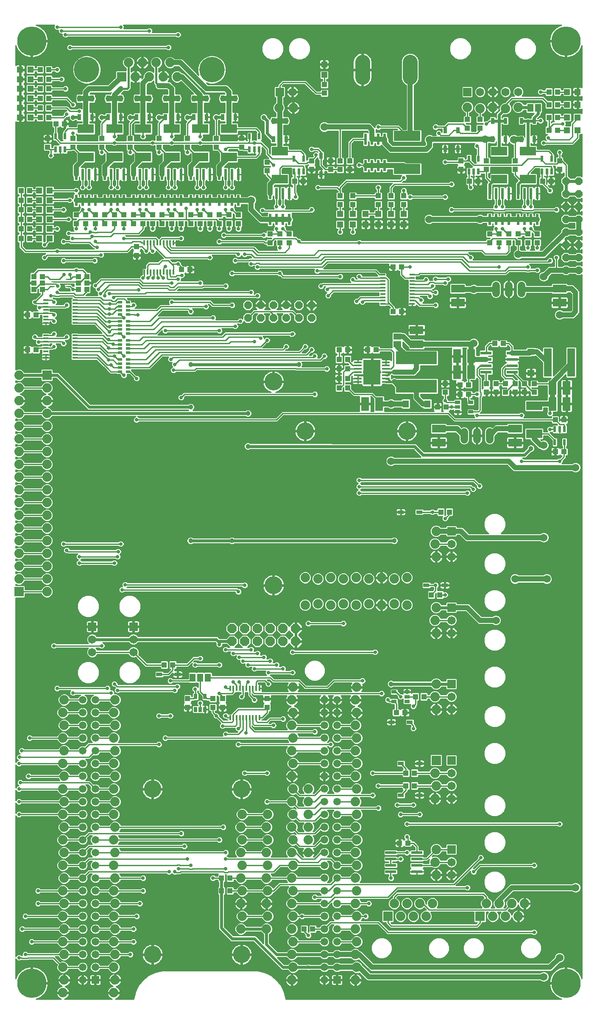
<source format=gtl>
G75*
%MOIN*%
%OFA0B0*%
%FSLAX24Y24*%
%IPPOS*%
%LPD*%
%AMOC8*
5,1,8,0,0,1.08239X$1,22.5*
%
%ADD10R,0.0591X0.0591*%
%ADD11C,0.0591*%
%ADD12C,0.0740*%
%ADD13C,0.1360*%
%ADD14C,0.2300*%
%ADD15R,0.1063X0.0630*%
%ADD16R,0.0866X0.0236*%
%ADD17R,0.0433X0.0394*%
%ADD18R,0.0394X0.0433*%
%ADD19R,0.0579X0.0500*%
%ADD20R,0.0630X0.1063*%
%ADD21R,0.0630X0.2244*%
%ADD22R,0.0472X0.0472*%
%ADD23R,0.0236X0.0866*%
%ADD24R,0.0740X0.0740*%
%ADD25C,0.2000*%
%ADD26R,0.1260X0.0709*%
%ADD27R,0.0217X0.0472*%
%ADD28R,0.0120X0.0390*%
%ADD29R,0.0390X0.0120*%
%ADD30R,0.0650X0.0650*%
%ADD31C,0.0650*%
%ADD32OC8,0.0600*%
%ADD33C,0.1181*%
%ADD34C,0.1400*%
%ADD35R,0.0276X0.0472*%
%ADD36R,0.0256X0.0098*%
%ADD37R,0.0390X0.0272*%
%ADD38R,0.0630X0.0118*%
%ADD39R,0.1339X0.1969*%
%ADD40R,0.0500X0.0579*%
%ADD41R,0.3228X0.1024*%
%ADD42OC8,0.0740*%
%ADD43R,0.0870X0.0240*%
%ADD44R,0.0272X0.0390*%
%ADD45R,0.0460X0.0630*%
%ADD46R,0.0472X0.0276*%
%ADD47R,0.0630X0.0460*%
%ADD48R,0.0240X0.0870*%
%ADD49R,0.2087X0.0787*%
%ADD50R,0.0354X0.0197*%
%ADD51C,0.0600*%
%ADD52C,0.0100*%
%ADD53C,0.0290*%
%ADD54C,0.0160*%
%ADD55C,0.0240*%
%ADD56C,0.0400*%
%ADD57C,0.0600*%
%ADD58C,0.0380*%
%ADD59C,0.0280*%
D10*
X007247Y008000D03*
X026247Y008000D03*
D11*
X026247Y009000D03*
X026247Y010000D03*
X026247Y011000D03*
X026247Y012000D03*
X026247Y013000D03*
X026247Y014000D03*
X026247Y015000D03*
X026247Y016000D03*
X026247Y017000D03*
X026247Y018000D03*
X026247Y019000D03*
X026247Y020000D03*
X026247Y021000D03*
X026247Y022000D03*
X026247Y023000D03*
X026247Y024000D03*
X026247Y025000D03*
X026247Y026000D03*
X026247Y027000D03*
X026247Y028000D03*
X026247Y029000D03*
X026247Y030000D03*
X025247Y030000D03*
X025247Y029000D03*
X025247Y028000D03*
X025247Y027000D03*
X025247Y026000D03*
X025247Y025000D03*
X025247Y024000D03*
X025247Y023000D03*
X025247Y022000D03*
X025247Y021000D03*
X025247Y020000D03*
X025247Y019000D03*
X025247Y018000D03*
X025247Y017000D03*
X025247Y016000D03*
X025247Y015000D03*
X025247Y014000D03*
X025247Y013000D03*
X025247Y012000D03*
X025247Y011000D03*
X025247Y010000D03*
X025247Y009000D03*
X025247Y008000D03*
X007247Y009000D03*
X007247Y010000D03*
X007247Y011000D03*
X007247Y012000D03*
X007247Y013000D03*
X007247Y014000D03*
X007247Y015000D03*
X007247Y016000D03*
X007247Y017000D03*
X007247Y018000D03*
X007247Y019000D03*
X007247Y020000D03*
X007247Y021000D03*
X007247Y022000D03*
X007247Y023000D03*
X007247Y024000D03*
X007247Y025000D03*
X007247Y026000D03*
X007247Y027000D03*
X007247Y028000D03*
X007247Y029000D03*
X007247Y030000D03*
X006247Y030000D03*
X006247Y029000D03*
X006247Y028000D03*
X006247Y027000D03*
X006247Y026000D03*
X006247Y025000D03*
X006247Y024000D03*
X006247Y023000D03*
X006247Y022000D03*
X006247Y021000D03*
X006247Y020000D03*
X006247Y019000D03*
X006247Y018000D03*
X006247Y017000D03*
X006247Y016000D03*
X006247Y015000D03*
X006247Y014000D03*
X006247Y013000D03*
X006247Y012000D03*
X006247Y011000D03*
X006247Y010000D03*
X006247Y009000D03*
X006247Y008000D03*
D12*
X004797Y008000D03*
X004697Y007000D03*
X004697Y009000D03*
X004797Y010000D03*
X004697Y011000D03*
X004797Y012000D03*
X004697Y013000D03*
X004797Y014000D03*
X004697Y015000D03*
X004797Y016000D03*
X004697Y017000D03*
X004797Y018000D03*
X004697Y019000D03*
X004797Y020000D03*
X004697Y021000D03*
X004797Y022000D03*
X004697Y023000D03*
X004797Y024000D03*
X004697Y025000D03*
X004797Y026000D03*
X004697Y027000D03*
X004797Y028000D03*
X004697Y029000D03*
X004797Y030000D03*
X008797Y030000D03*
X008697Y029000D03*
X008797Y028000D03*
X008697Y027000D03*
X008797Y026000D03*
X008697Y025000D03*
X008797Y024000D03*
X008697Y023000D03*
X008797Y022000D03*
X008697Y021000D03*
X008797Y020000D03*
X008697Y019000D03*
X008797Y018000D03*
X008697Y017000D03*
X008797Y016000D03*
X008697Y015000D03*
X008797Y014000D03*
X008697Y013000D03*
X008797Y012000D03*
X008697Y011000D03*
X008797Y010000D03*
X008697Y009000D03*
X008797Y008000D03*
X008697Y007000D03*
X018697Y012000D03*
X018797Y013000D03*
X018697Y014000D03*
X018797Y015000D03*
X018697Y016000D03*
X018797Y017000D03*
X018697Y018000D03*
X018797Y019000D03*
X018697Y020000D03*
X018797Y021000D03*
X020697Y020000D03*
X020797Y019000D03*
X020697Y018000D03*
X020797Y017000D03*
X020697Y016000D03*
X020797Y015000D03*
X020697Y014000D03*
X020797Y013000D03*
X020697Y012000D03*
X022697Y012000D03*
X022797Y011000D03*
X022697Y010000D03*
X022797Y009000D03*
X022697Y008000D03*
X022797Y013000D03*
X022697Y014000D03*
X022797Y015000D03*
X022697Y016000D03*
X022797Y017000D03*
X022697Y018000D03*
X022797Y019000D03*
X022697Y020000D03*
X022797Y021000D03*
X022697Y022000D03*
X022797Y023000D03*
X022697Y024000D03*
X022797Y025000D03*
X022697Y026000D03*
X022797Y027000D03*
X022697Y028000D03*
X022797Y029000D03*
X022697Y030000D03*
X022797Y031000D03*
X023747Y037450D03*
X024747Y037550D03*
X025747Y037450D03*
X026747Y037550D03*
X027747Y037450D03*
X028747Y037550D03*
X029747Y037450D03*
X030747Y037550D03*
X031747Y037450D03*
X031747Y039600D03*
X030747Y039500D03*
X029747Y039600D03*
X028747Y039500D03*
X027747Y039600D03*
X026747Y039500D03*
X025747Y039600D03*
X024747Y039500D03*
X023747Y039600D03*
X027797Y031000D03*
X027697Y030000D03*
X027797Y029000D03*
X027697Y028000D03*
X027797Y027000D03*
X027697Y026000D03*
X027797Y025000D03*
X027697Y024000D03*
X027797Y023000D03*
X027697Y022000D03*
X027797Y021000D03*
X027697Y020000D03*
X027797Y019000D03*
X027697Y018000D03*
X027797Y017000D03*
X027697Y016000D03*
X027797Y015000D03*
X027697Y014000D03*
X027797Y013000D03*
X027697Y012000D03*
X027797Y011000D03*
X027697Y010000D03*
X027797Y009000D03*
X027697Y008000D03*
X031247Y013000D03*
X031747Y014000D03*
X032247Y013000D03*
X032747Y014000D03*
X033247Y013000D03*
X033747Y014000D03*
X034047Y016250D03*
X033947Y017250D03*
X034047Y018250D03*
X033947Y022250D03*
X034047Y023250D03*
X033947Y024250D03*
X034047Y029250D03*
X033947Y030250D03*
X034047Y031250D03*
X034047Y035250D03*
X033947Y036250D03*
X034047Y037250D03*
X034047Y041250D03*
X033947Y042250D03*
X034047Y043250D03*
X023997Y023000D03*
X023997Y022000D03*
X023997Y021000D03*
X023997Y020000D03*
X023997Y019000D03*
X023997Y018000D03*
X020797Y021000D03*
X030747Y014000D03*
X037997Y014000D03*
X038497Y013000D03*
X038997Y014000D03*
X039497Y013000D03*
X039997Y014000D03*
X040497Y013000D03*
X040997Y014000D03*
X039497Y076450D03*
X040497Y076550D03*
X038497Y076550D03*
X037497Y076450D03*
X036497Y076550D03*
X022817Y076500D03*
X021677Y076500D03*
X013678Y078941D03*
X013131Y080059D03*
X012040Y080059D03*
X010953Y080059D03*
X009863Y080059D03*
X010406Y078941D03*
X011497Y078941D03*
X012587Y078941D03*
X001247Y055500D03*
X001247Y054500D03*
X001247Y053500D03*
X001247Y052500D03*
X001247Y051500D03*
X001247Y050500D03*
X001247Y049500D03*
X001247Y048500D03*
X001247Y047500D03*
X001247Y046500D03*
X001247Y045500D03*
X001247Y044500D03*
X001247Y043500D03*
X001247Y042500D03*
X001247Y041500D03*
X001247Y040500D03*
X001247Y039500D03*
X003447Y039500D03*
X003447Y040500D03*
X003447Y041500D03*
X003447Y042500D03*
X003447Y043500D03*
X003447Y044500D03*
X003447Y045500D03*
X003447Y046500D03*
X003447Y047500D03*
X003447Y048500D03*
X003447Y049500D03*
X003447Y050500D03*
X003447Y051500D03*
X003447Y052500D03*
X003447Y053500D03*
X003447Y054500D03*
X003447Y038500D03*
D13*
X011747Y023000D03*
X018747Y023000D03*
X018747Y010000D03*
X011747Y010000D03*
X023747Y051110D03*
X031747Y051110D03*
D14*
X044247Y081750D03*
X002247Y081750D03*
X002247Y007750D03*
X044247Y007750D03*
D15*
X040247Y050199D03*
X040247Y051301D03*
X034247Y051301D03*
X034247Y050199D03*
X032497Y057949D03*
X032497Y059051D03*
X035747Y061199D03*
X035747Y062301D03*
X043747Y062301D03*
X043747Y061199D03*
D16*
X040020Y057250D03*
X040020Y056750D03*
X040020Y056250D03*
X040020Y055750D03*
X037973Y055750D03*
X037973Y056250D03*
X037973Y056750D03*
X037973Y057250D03*
D17*
X038662Y058000D03*
X039331Y058000D03*
X039497Y054835D03*
X039497Y054165D03*
X040997Y054165D03*
X040997Y054835D03*
X041747Y054835D03*
X041747Y054165D03*
X043412Y049500D03*
X044081Y049500D03*
X036581Y054000D03*
X036581Y054750D03*
X035912Y054750D03*
X035912Y054000D03*
X034747Y054165D03*
X034747Y054835D03*
X031331Y060500D03*
X030662Y060500D03*
X029331Y057500D03*
X028662Y057500D03*
X027081Y057500D03*
X026412Y057500D03*
X030662Y064000D03*
X031331Y064000D03*
X031497Y068915D03*
X031497Y069585D03*
X030497Y069585D03*
X030497Y068915D03*
X029497Y068915D03*
X029497Y069585D03*
X027497Y069585D03*
X027497Y068915D03*
X026497Y068915D03*
X026497Y069585D03*
X026497Y071665D03*
X026497Y072335D03*
X027247Y072335D03*
X027247Y071665D03*
X025747Y071665D03*
X025747Y072335D03*
X025247Y077665D03*
X025247Y078335D03*
X020747Y072235D03*
X020747Y071565D03*
X018747Y073415D03*
X018747Y074085D03*
X016747Y074085D03*
X016747Y073415D03*
X014497Y073415D03*
X014497Y074085D03*
X012247Y074085D03*
X012247Y073415D03*
X009997Y073415D03*
X009997Y074085D03*
X007747Y074085D03*
X007747Y073415D03*
X005497Y073415D03*
X005497Y074085D03*
X004831Y075250D03*
X004162Y075250D03*
X003497Y074085D03*
X003497Y073415D03*
X005747Y068085D03*
X005747Y067415D03*
X006497Y067415D03*
X006497Y068085D03*
X007247Y068085D03*
X007247Y067415D03*
X007997Y067415D03*
X007997Y068085D03*
X008747Y068085D03*
X008747Y067415D03*
X009497Y067415D03*
X009497Y068085D03*
X010247Y068085D03*
X010247Y067415D03*
X010997Y067415D03*
X010997Y068085D03*
X011747Y068085D03*
X011747Y067415D03*
X012497Y067415D03*
X012497Y068085D03*
X013247Y068085D03*
X013247Y067415D03*
X013997Y067415D03*
X013997Y068085D03*
X014747Y068085D03*
X014747Y067415D03*
X015497Y067415D03*
X015497Y068085D03*
X016247Y068085D03*
X016247Y067415D03*
X016997Y067415D03*
X016997Y068085D03*
X017747Y068085D03*
X017747Y067415D03*
X018497Y067415D03*
X018497Y068085D03*
X020997Y066585D03*
X020997Y065915D03*
X021747Y065915D03*
X021747Y066585D03*
X022497Y066585D03*
X022497Y065915D03*
X014681Y063800D03*
X014012Y063800D03*
X006581Y062750D03*
X005912Y062750D03*
X003081Y062750D03*
X002412Y062750D03*
X002581Y060250D03*
X001912Y060250D03*
X001912Y057500D03*
X002581Y057500D03*
X016497Y030085D03*
X016497Y029415D03*
X030912Y029000D03*
X031581Y029000D03*
X031831Y018750D03*
X031162Y018750D03*
X038247Y065915D03*
X038247Y066585D03*
X038997Y066585D03*
X038997Y065915D03*
X039747Y065915D03*
X039747Y066585D03*
X040497Y066585D03*
X040497Y065915D03*
X041247Y065915D03*
X041247Y066585D03*
X041997Y066585D03*
X041997Y065915D03*
X040247Y071665D03*
X040247Y072335D03*
X037997Y072335D03*
X037997Y071665D03*
X037497Y074915D03*
X037497Y075585D03*
X036497Y075585D03*
X036497Y074915D03*
D18*
X035997Y072335D03*
X035997Y071665D03*
X036662Y070750D03*
X037331Y070750D03*
X042412Y070750D03*
X043081Y070750D03*
X043747Y071665D03*
X043747Y072335D03*
X043581Y074750D03*
X043581Y075750D03*
X043581Y076750D03*
X043581Y077750D03*
X042912Y077750D03*
X042912Y076750D03*
X042912Y075750D03*
X042912Y074750D03*
X040247Y054835D03*
X040247Y054165D03*
X038747Y054165D03*
X038747Y054835D03*
X037997Y054835D03*
X037997Y054165D03*
X034831Y053000D03*
X034162Y053000D03*
X034412Y044750D03*
X035081Y044750D03*
X034331Y038250D03*
X033662Y038250D03*
X033081Y030250D03*
X032412Y030250D03*
X032331Y024250D03*
X031662Y024250D03*
X031662Y023250D03*
X032331Y023250D03*
X024331Y012000D03*
X023662Y012000D03*
X017831Y015000D03*
X017831Y016000D03*
X017162Y016000D03*
X017162Y015000D03*
X017247Y029415D03*
X017247Y030085D03*
X014497Y030085D03*
X014497Y029415D03*
X013331Y032750D03*
X012662Y032750D03*
X020747Y030085D03*
X020747Y029415D03*
X026412Y054500D03*
X027081Y054500D03*
X027081Y055250D03*
X026412Y055250D03*
X026412Y056000D03*
X027081Y056000D03*
X027081Y056750D03*
X026412Y056750D03*
X023581Y070750D03*
X022912Y070750D03*
X024247Y071665D03*
X024247Y072335D03*
X010497Y065585D03*
X010497Y064915D03*
X006581Y063250D03*
X006581Y062250D03*
X005912Y062250D03*
X005912Y063250D03*
X003081Y063250D03*
X003081Y062250D03*
X002412Y062250D03*
X002412Y063250D03*
X002081Y066250D03*
X002081Y067000D03*
X002081Y067750D03*
X002081Y068500D03*
X002081Y069250D03*
X002081Y070000D03*
X001412Y070000D03*
X001412Y069250D03*
X001412Y068500D03*
X001412Y067750D03*
X001412Y067000D03*
X001412Y066250D03*
X002912Y075750D03*
X002912Y076500D03*
X002912Y077250D03*
X002912Y078000D03*
X002912Y078750D03*
X002912Y079500D03*
X003581Y079500D03*
X003581Y078750D03*
X003581Y078000D03*
X003581Y077250D03*
X003581Y076500D03*
X003581Y075750D03*
X043412Y052000D03*
X044081Y052000D03*
D19*
X041497Y055654D03*
X041497Y057346D03*
D20*
X043195Y054500D03*
X043195Y053250D03*
X044298Y053250D03*
X044298Y054500D03*
X036798Y055750D03*
X035695Y055750D03*
X035695Y057000D03*
X036798Y057000D03*
X029548Y053250D03*
X028445Y053250D03*
D21*
X042821Y056500D03*
X044672Y056500D03*
D22*
X044333Y074750D03*
X044333Y075750D03*
X044333Y076750D03*
X044333Y077750D03*
X045160Y077750D03*
X045160Y076750D03*
X045160Y075750D03*
X045160Y074750D03*
X031497Y068163D03*
X031497Y067337D03*
X030497Y067337D03*
X030497Y068163D03*
X029497Y068163D03*
X029497Y067337D03*
X028497Y067337D03*
X028497Y068163D03*
X027497Y068163D03*
X027497Y067337D03*
X026497Y067337D03*
X026497Y068163D03*
X025247Y079087D03*
X025247Y079913D03*
X003660Y070000D03*
X003660Y069250D03*
X003660Y068500D03*
X003660Y067750D03*
X003660Y067000D03*
X003660Y066250D03*
X002833Y066250D03*
X002833Y067000D03*
X002833Y067750D03*
X002833Y068500D03*
X002833Y069250D03*
X002833Y070000D03*
X002160Y075750D03*
X002160Y076500D03*
X002160Y077250D03*
X002160Y078000D03*
X002160Y078750D03*
X002160Y079500D03*
X001333Y079500D03*
X001333Y078750D03*
X001333Y078000D03*
X001333Y077250D03*
X001333Y076500D03*
X001333Y075750D03*
D23*
X005747Y071274D03*
X006247Y071274D03*
X006747Y071274D03*
X007247Y071274D03*
X007997Y071274D03*
X008497Y071274D03*
X008997Y071274D03*
X009497Y071274D03*
X010247Y071274D03*
X010747Y071274D03*
X011247Y071274D03*
X011747Y071274D03*
X012497Y071274D03*
X012997Y071274D03*
X013497Y071274D03*
X013997Y071274D03*
X014747Y071274D03*
X015247Y071274D03*
X015747Y071274D03*
X016247Y071274D03*
X016997Y071274D03*
X017497Y071274D03*
X017997Y071274D03*
X018497Y071274D03*
X018497Y069226D03*
X017997Y069226D03*
X017497Y069226D03*
X016997Y069226D03*
X016247Y069226D03*
X015747Y069226D03*
X015247Y069226D03*
X014747Y069226D03*
X013997Y069226D03*
X013497Y069226D03*
X012997Y069226D03*
X012497Y069226D03*
X011747Y069226D03*
X011247Y069226D03*
X010747Y069226D03*
X010247Y069226D03*
X009497Y069226D03*
X008997Y069226D03*
X008497Y069226D03*
X007997Y069226D03*
X007247Y069226D03*
X006747Y069226D03*
X006247Y069226D03*
X005747Y069226D03*
X020997Y069774D03*
X021497Y069774D03*
X021997Y069774D03*
X022497Y069774D03*
X022497Y067726D03*
X021997Y067726D03*
X021497Y067726D03*
X020997Y067726D03*
X038247Y067726D03*
X038747Y067726D03*
X039247Y067726D03*
X039747Y067726D03*
X040497Y067726D03*
X040997Y067726D03*
X041497Y067726D03*
X041997Y067726D03*
X041997Y069774D03*
X041497Y069774D03*
X040997Y069774D03*
X040497Y069774D03*
X039747Y069774D03*
X039247Y069774D03*
X038747Y069774D03*
X038247Y069774D03*
D24*
X034047Y025250D03*
X037497Y013000D03*
X030247Y013000D03*
X003447Y055500D03*
X001247Y038500D03*
X009316Y078941D03*
D25*
X006575Y079500D03*
X016418Y079500D03*
D26*
X015497Y074852D03*
X015497Y072648D03*
X013247Y072648D03*
X013247Y074852D03*
X010997Y074852D03*
X010997Y072648D03*
X008747Y072648D03*
X008747Y074852D03*
X006497Y074852D03*
X006497Y072648D03*
X017747Y072648D03*
X017747Y074852D03*
X021747Y073102D03*
X021747Y070898D03*
X038997Y070898D03*
X038997Y073102D03*
X041247Y073102D03*
X041247Y070898D03*
X041747Y053102D03*
X041747Y050898D03*
D27*
X043373Y051262D03*
X043747Y051262D03*
X044121Y051262D03*
X044121Y050238D03*
X043373Y050238D03*
X043121Y071488D03*
X042747Y071488D03*
X042373Y071488D03*
X042373Y072512D03*
X043121Y072512D03*
X037371Y072512D03*
X036623Y072512D03*
X036623Y071488D03*
X036997Y071488D03*
X037371Y071488D03*
X023621Y071488D03*
X023247Y071488D03*
X022873Y071488D03*
X022873Y072512D03*
X023621Y072512D03*
X020121Y073238D03*
X019747Y073238D03*
X019373Y073238D03*
X019373Y074262D03*
X020121Y074262D03*
X004871Y074262D03*
X004123Y074262D03*
X004123Y073238D03*
X004497Y073238D03*
X004871Y073238D03*
D28*
X011095Y065899D03*
X011351Y065899D03*
X011607Y065899D03*
X011863Y065899D03*
X012119Y065899D03*
X012375Y065899D03*
X012631Y065899D03*
X012886Y065899D03*
X013142Y065899D03*
X013398Y065899D03*
X013398Y063601D03*
X013142Y063601D03*
X012886Y063601D03*
X012631Y063601D03*
X012375Y063601D03*
X012119Y063601D03*
X011863Y063601D03*
X011607Y063601D03*
X011351Y063601D03*
X011095Y063601D03*
X017845Y030899D03*
X018101Y030899D03*
X018357Y030899D03*
X018613Y030899D03*
X018869Y030899D03*
X019125Y030899D03*
X019381Y030899D03*
X019636Y030899D03*
X019892Y030899D03*
X020148Y030899D03*
X020148Y028601D03*
X019892Y028601D03*
X019636Y028601D03*
X019381Y028601D03*
X019125Y028601D03*
X018869Y028601D03*
X018613Y028601D03*
X018357Y028601D03*
X018101Y028601D03*
X017845Y028601D03*
D29*
X005645Y056854D03*
X005645Y057110D03*
X005645Y057366D03*
X005645Y057622D03*
X005645Y057878D03*
X005645Y058134D03*
X005645Y058390D03*
X005645Y058646D03*
X005645Y059604D03*
X005645Y059860D03*
X005645Y060116D03*
X005645Y060372D03*
X005645Y060628D03*
X005645Y060884D03*
X005645Y061140D03*
X005645Y061396D03*
X003348Y061396D03*
X003348Y061140D03*
X003348Y060884D03*
X003348Y060628D03*
X003348Y060372D03*
X003348Y060116D03*
X003348Y059860D03*
X003348Y059604D03*
X003348Y058646D03*
X003348Y058390D03*
X003348Y058134D03*
X003348Y057878D03*
X003348Y057622D03*
X003348Y057366D03*
X003348Y057110D03*
X003348Y056854D03*
X029848Y061098D03*
X029848Y061354D03*
X029848Y061610D03*
X029848Y061866D03*
X029848Y062122D03*
X029848Y062378D03*
X029848Y062634D03*
X029848Y062890D03*
X029848Y063146D03*
X029848Y063402D03*
X032145Y063402D03*
X032145Y063146D03*
X032145Y062890D03*
X032145Y062634D03*
X032145Y062378D03*
X032145Y062122D03*
X032145Y061866D03*
X032145Y061610D03*
X032145Y061354D03*
X032145Y061098D03*
D30*
X036497Y077750D03*
X021747Y077750D03*
X035247Y043250D03*
X035247Y037250D03*
X035247Y031250D03*
X035247Y025250D03*
X035247Y018250D03*
X010247Y035750D03*
X006997Y035750D03*
D31*
X006997Y034750D03*
X006997Y033750D03*
X010247Y033750D03*
X010247Y034750D03*
X035247Y035250D03*
X035247Y036250D03*
X035247Y041250D03*
X035247Y042250D03*
X035247Y030250D03*
X035247Y029250D03*
X035247Y024250D03*
X035247Y023250D03*
X035247Y022250D03*
X035247Y017250D03*
X035247Y016250D03*
X037497Y077750D03*
X038497Y077750D03*
X039497Y077750D03*
X040497Y077750D03*
X022747Y077750D03*
D32*
X023247Y061000D03*
X024247Y061000D03*
X024247Y060000D03*
X023247Y060000D03*
X022247Y060000D03*
X022247Y061000D03*
X021247Y061000D03*
X020247Y061000D03*
X020247Y060000D03*
X021247Y060000D03*
X019247Y060000D03*
X019247Y061000D03*
X044247Y063750D03*
X044247Y064750D03*
X044247Y065750D03*
X044247Y066750D03*
X044247Y067750D03*
X045247Y067750D03*
X045247Y066750D03*
X045247Y065750D03*
X045247Y064750D03*
X045247Y063750D03*
X045247Y068750D03*
X045247Y069750D03*
X045247Y070750D03*
X044247Y070750D03*
X044247Y069750D03*
X044247Y068750D03*
D33*
X031997Y078909D02*
X031997Y080091D01*
X028247Y080091D02*
X028247Y078909D01*
D34*
X021247Y055000D03*
X021247Y039000D03*
D35*
X024997Y071272D03*
X024997Y072728D03*
X022247Y074022D03*
X022247Y075478D03*
X021247Y075478D03*
X021247Y074022D03*
X018247Y075772D03*
X018247Y077228D03*
X017247Y077228D03*
X017247Y075772D03*
X015997Y075772D03*
X015997Y077228D03*
X014997Y077228D03*
X014997Y075772D03*
X013747Y075772D03*
X013747Y077228D03*
X012747Y077228D03*
X012747Y075772D03*
X011497Y075772D03*
X011497Y077228D03*
X010497Y077228D03*
X010497Y075772D03*
X009247Y075772D03*
X009247Y077228D03*
X008247Y077228D03*
X008247Y075772D03*
X006997Y075772D03*
X006997Y077228D03*
X005997Y077228D03*
X005997Y075772D03*
X034747Y074728D03*
X035747Y074728D03*
X035747Y073272D03*
X034747Y073272D03*
X038497Y074022D03*
X038497Y075478D03*
X039497Y075478D03*
X039497Y074022D03*
X040747Y074022D03*
X040747Y075478D03*
X041747Y075478D03*
X041747Y074022D03*
D36*
X005068Y063045D03*
X005068Y062848D03*
X005068Y062652D03*
X005068Y062455D03*
X003926Y062455D03*
X003926Y062652D03*
X003926Y062848D03*
X003926Y063045D03*
D37*
X030735Y030624D03*
X030735Y029876D03*
X031755Y029876D03*
X031755Y030250D03*
X031755Y030624D03*
X035739Y052626D03*
X035739Y053000D03*
X035739Y053374D03*
X036758Y053374D03*
X036758Y052626D03*
D38*
X030099Y054982D03*
X030099Y055238D03*
X030099Y055494D03*
X030099Y055750D03*
X030099Y056006D03*
X030099Y056262D03*
X030099Y056518D03*
X027894Y056518D03*
X027894Y056262D03*
X027894Y056006D03*
X027894Y055750D03*
X027894Y055494D03*
X027894Y055238D03*
X027894Y054982D03*
D39*
X028997Y055750D03*
D40*
X031650Y053250D03*
X033343Y053250D03*
D41*
X032497Y054648D03*
X032497Y056852D03*
D42*
X022997Y035600D03*
X022997Y034600D03*
X021997Y034600D03*
X021997Y035600D03*
X020997Y035600D03*
X020997Y034600D03*
X019997Y034600D03*
X019997Y035600D03*
X018997Y035600D03*
X018997Y034600D03*
X017997Y034600D03*
X017997Y035600D03*
D43*
X030467Y018000D03*
X030467Y017500D03*
X030467Y017000D03*
X030467Y016500D03*
X032527Y016500D03*
X032527Y017000D03*
X032527Y017500D03*
X032527Y018000D03*
D44*
X015871Y029242D03*
X015497Y029242D03*
X015123Y029242D03*
X015123Y030262D03*
X015871Y030262D03*
D45*
X016097Y031750D03*
X015497Y031750D03*
X014897Y031750D03*
X041447Y076500D03*
X042047Y076500D03*
D46*
X032725Y044750D03*
X031268Y044750D03*
X033268Y039000D03*
X034725Y039000D03*
X031975Y028250D03*
X030518Y028250D03*
X031268Y025000D03*
X032725Y025000D03*
X032725Y022500D03*
X031268Y022500D03*
X013725Y032000D03*
X012268Y032000D03*
D47*
X030997Y057950D03*
X030997Y058550D03*
D48*
X029997Y071970D03*
X029497Y071970D03*
X028997Y071970D03*
X028497Y071970D03*
X028497Y074030D03*
X028997Y074030D03*
X029497Y074030D03*
X029997Y074030D03*
D49*
X031747Y074299D03*
X031747Y071701D03*
D50*
X009812Y061222D03*
X009812Y060907D03*
X009812Y060593D03*
X009812Y060278D03*
X009812Y059722D03*
X009812Y059407D03*
X009812Y059093D03*
X009812Y058778D03*
X009812Y058222D03*
X009812Y057907D03*
X009812Y057593D03*
X009812Y057278D03*
X009812Y056722D03*
X009812Y056407D03*
X009812Y056093D03*
X009812Y055778D03*
X009182Y055778D03*
X009182Y056093D03*
X009182Y056407D03*
X009182Y056722D03*
X009182Y057278D03*
X009182Y057593D03*
X009182Y057907D03*
X009182Y058222D03*
X009182Y058778D03*
X009182Y059093D03*
X009182Y059407D03*
X009182Y059722D03*
X009182Y060278D03*
X009182Y060593D03*
X009182Y060907D03*
X009182Y061222D03*
D51*
X036247Y051050D02*
X036247Y050450D01*
X037247Y050450D02*
X037247Y051050D01*
X038247Y051050D02*
X038247Y050450D01*
X038747Y061950D02*
X038747Y062550D01*
X039747Y062550D02*
X039747Y061950D01*
X040747Y061950D02*
X040747Y062550D01*
D52*
X002685Y006525D02*
X002604Y006500D01*
X004553Y006500D01*
X004497Y006518D01*
X004424Y006555D01*
X004358Y006603D01*
X004300Y006661D01*
X004252Y006727D01*
X004215Y006800D01*
X004189Y006878D01*
X004178Y006950D01*
X004647Y006950D01*
X004647Y007050D01*
X004178Y007050D01*
X004189Y007122D01*
X004215Y007200D01*
X004252Y007273D01*
X004300Y007339D01*
X004358Y007397D01*
X004424Y007445D01*
X004497Y007482D01*
X004575Y007507D01*
X004612Y007513D01*
X004597Y007518D01*
X004524Y007555D01*
X004458Y007603D01*
X004400Y007661D01*
X004352Y007727D01*
X004315Y007800D01*
X004289Y007878D01*
X004278Y007950D01*
X004747Y007950D01*
X004747Y008050D01*
X004747Y008510D01*
X004794Y008510D01*
X004974Y008585D01*
X005112Y008722D01*
X005157Y008830D01*
X005868Y008830D01*
X005895Y008765D01*
X006011Y008648D01*
X006164Y008585D01*
X006329Y008585D01*
X006482Y008648D01*
X006599Y008765D01*
X006662Y008917D01*
X006662Y009083D01*
X006599Y009235D01*
X006482Y009352D01*
X006329Y009415D01*
X006164Y009415D01*
X006011Y009352D01*
X005895Y009235D01*
X005868Y009170D01*
X005157Y009170D01*
X005112Y009278D01*
X004974Y009415D01*
X004794Y009490D01*
X004599Y009490D01*
X004492Y009445D01*
X004107Y009830D01*
X004337Y009830D01*
X004381Y009722D01*
X004519Y009585D01*
X004699Y009510D01*
X004894Y009510D01*
X005074Y009585D01*
X005212Y009722D01*
X005257Y009830D01*
X005868Y009830D01*
X005895Y009765D01*
X006011Y009648D01*
X006164Y009585D01*
X006329Y009585D01*
X006482Y009648D01*
X006599Y009765D01*
X006662Y009917D01*
X006662Y010083D01*
X006599Y010235D01*
X006482Y010352D01*
X006329Y010415D01*
X006164Y010415D01*
X006011Y010352D01*
X005895Y010235D01*
X005868Y010170D01*
X005257Y010170D01*
X005212Y010278D01*
X005074Y010415D01*
X004894Y010490D01*
X004699Y010490D01*
X004519Y010415D01*
X004381Y010278D01*
X004337Y010170D01*
X001951Y010170D01*
X001897Y010225D01*
X001799Y010265D01*
X001694Y010265D01*
X001597Y010225D01*
X001522Y010150D01*
X001482Y010053D01*
X001482Y009947D01*
X001493Y009920D01*
X001451Y009920D01*
X001397Y009975D01*
X001299Y010015D01*
X001194Y010015D01*
X001097Y009975D01*
X001022Y009900D01*
X000997Y009839D01*
X000997Y020911D01*
X001022Y020850D01*
X001097Y020775D01*
X001194Y020735D01*
X001299Y020735D01*
X001397Y020775D01*
X001451Y020830D01*
X004237Y020830D01*
X004281Y020722D01*
X004419Y020585D01*
X004599Y020510D01*
X004794Y020510D01*
X004974Y020585D01*
X005112Y020722D01*
X005157Y020830D01*
X005868Y020830D01*
X005895Y020765D01*
X006011Y020648D01*
X006164Y020585D01*
X006329Y020585D01*
X006482Y020648D01*
X006599Y020765D01*
X006662Y020917D01*
X006662Y021083D01*
X006599Y021235D01*
X006482Y021352D01*
X006329Y021415D01*
X006164Y021415D01*
X006011Y021352D01*
X005895Y021235D01*
X005868Y021170D01*
X005157Y021170D01*
X005112Y021278D01*
X004974Y021415D01*
X004794Y021490D01*
X004599Y021490D01*
X004419Y021415D01*
X004281Y021278D01*
X004237Y021170D01*
X001451Y021170D01*
X001397Y021225D01*
X001299Y021265D01*
X001194Y021265D01*
X001097Y021225D01*
X001022Y021150D01*
X000997Y021089D01*
X000997Y021911D01*
X001022Y021850D01*
X001097Y021775D01*
X001194Y021735D01*
X001299Y021735D01*
X001397Y021775D01*
X001451Y021830D01*
X004337Y021830D01*
X004381Y021722D01*
X004519Y021585D01*
X004699Y021510D01*
X004894Y021510D01*
X005074Y021585D01*
X005212Y021722D01*
X005257Y021830D01*
X005868Y021830D01*
X005895Y021765D01*
X006011Y021648D01*
X006164Y021585D01*
X006329Y021585D01*
X006482Y021648D01*
X006599Y021765D01*
X006662Y021917D01*
X006662Y022083D01*
X006599Y022235D01*
X006482Y022352D01*
X006329Y022415D01*
X006164Y022415D01*
X006011Y022352D01*
X005895Y022235D01*
X005868Y022170D01*
X005257Y022170D01*
X005212Y022278D01*
X005074Y022415D01*
X004894Y022490D01*
X004699Y022490D01*
X004519Y022415D01*
X004381Y022278D01*
X004337Y022170D01*
X001451Y022170D01*
X001397Y022225D01*
X001299Y022265D01*
X001194Y022265D01*
X001097Y022225D01*
X001022Y022150D01*
X000997Y022089D01*
X000997Y022911D01*
X001022Y022850D01*
X001097Y022775D01*
X001194Y022735D01*
X001299Y022735D01*
X001397Y022775D01*
X001451Y022830D01*
X004237Y022830D01*
X004281Y022722D01*
X004419Y022585D01*
X004599Y022510D01*
X004794Y022510D01*
X004974Y022585D01*
X005112Y022722D01*
X005157Y022830D01*
X005868Y022830D01*
X005895Y022765D01*
X006011Y022648D01*
X006164Y022585D01*
X006329Y022585D01*
X006482Y022648D01*
X006599Y022765D01*
X006662Y022917D01*
X006662Y023083D01*
X006599Y023235D01*
X006504Y023330D01*
X006676Y023330D01*
X006858Y023148D01*
X006831Y023083D01*
X006831Y022917D01*
X006895Y022765D01*
X007011Y022648D01*
X007164Y022585D01*
X007329Y022585D01*
X007482Y022648D01*
X007599Y022765D01*
X007626Y022830D01*
X008237Y022830D01*
X008281Y022722D01*
X008419Y022585D01*
X008599Y022510D01*
X008794Y022510D01*
X008974Y022585D01*
X009112Y022722D01*
X009187Y022903D01*
X009187Y023097D01*
X009112Y023278D01*
X008974Y023415D01*
X008794Y023490D01*
X008599Y023490D01*
X008419Y023415D01*
X008281Y023278D01*
X008237Y023170D01*
X007626Y023170D01*
X007599Y023235D01*
X007482Y023352D01*
X007329Y023415D01*
X007164Y023415D01*
X007099Y023388D01*
X006817Y023670D01*
X006504Y023670D01*
X006599Y023765D01*
X006662Y023917D01*
X006662Y024083D01*
X006599Y024235D01*
X006482Y024352D01*
X006329Y024415D01*
X006164Y024415D01*
X006011Y024352D01*
X005895Y024235D01*
X005868Y024170D01*
X005257Y024170D01*
X005212Y024278D01*
X005074Y024415D01*
X004894Y024490D01*
X004699Y024490D01*
X004519Y024415D01*
X004381Y024278D01*
X004337Y024170D01*
X002201Y024170D01*
X002147Y024225D01*
X002049Y024265D01*
X001944Y024265D01*
X001847Y024225D01*
X001772Y024150D01*
X001732Y024053D01*
X001732Y023947D01*
X001772Y023850D01*
X001847Y023775D01*
X001944Y023735D01*
X002049Y023735D01*
X002147Y023775D01*
X002201Y023830D01*
X004337Y023830D01*
X004381Y023722D01*
X004434Y023670D01*
X001551Y023670D01*
X001497Y023725D01*
X001399Y023765D01*
X001294Y023765D01*
X001197Y023725D01*
X001122Y023650D01*
X001082Y023553D01*
X001082Y023447D01*
X001122Y023350D01*
X001197Y023275D01*
X001222Y023265D01*
X001194Y023265D01*
X001097Y023225D01*
X001022Y023150D01*
X000997Y023089D01*
X000997Y024911D01*
X001022Y024850D01*
X001097Y024775D01*
X001194Y024735D01*
X001299Y024735D01*
X001397Y024775D01*
X001451Y024830D01*
X004237Y024830D01*
X004281Y024722D01*
X004419Y024585D01*
X004599Y024510D01*
X004794Y024510D01*
X004974Y024585D01*
X005112Y024722D01*
X005157Y024830D01*
X005868Y024830D01*
X005895Y024765D01*
X006011Y024648D01*
X006164Y024585D01*
X006329Y024585D01*
X006482Y024648D01*
X006599Y024765D01*
X006662Y024917D01*
X006662Y025083D01*
X006599Y025235D01*
X006504Y025330D01*
X006817Y025330D01*
X007099Y025612D01*
X007164Y025585D01*
X007329Y025585D01*
X007482Y025648D01*
X007599Y025765D01*
X007626Y025830D01*
X008337Y025830D01*
X008381Y025722D01*
X008519Y025585D01*
X008699Y025510D01*
X008894Y025510D01*
X009074Y025585D01*
X009212Y025722D01*
X009287Y025903D01*
X009287Y026097D01*
X009212Y026278D01*
X009160Y026330D01*
X012042Y026330D01*
X012097Y026275D01*
X012194Y026235D01*
X012299Y026235D01*
X012397Y026275D01*
X012471Y026350D01*
X012512Y026447D01*
X012512Y026553D01*
X012471Y026650D01*
X012397Y026725D01*
X012299Y026765D01*
X012194Y026765D01*
X012097Y026725D01*
X012042Y026670D01*
X009060Y026670D01*
X009112Y026722D01*
X009187Y026903D01*
X009187Y027097D01*
X009112Y027278D01*
X008974Y027415D01*
X008794Y027490D01*
X008599Y027490D01*
X008419Y027415D01*
X008281Y027278D01*
X008237Y027170D01*
X007626Y027170D01*
X007599Y027235D01*
X007482Y027352D01*
X007329Y027415D01*
X007164Y027415D01*
X007011Y027352D01*
X006895Y027235D01*
X006831Y027083D01*
X006831Y026917D01*
X006895Y026765D01*
X006989Y026670D01*
X006676Y026670D01*
X006577Y026570D01*
X006395Y026388D01*
X006329Y026415D01*
X006164Y026415D01*
X006011Y026352D01*
X005895Y026235D01*
X005868Y026170D01*
X005257Y026170D01*
X005212Y026278D01*
X005074Y026415D01*
X004894Y026490D01*
X004699Y026490D01*
X004519Y026415D01*
X004381Y026278D01*
X004337Y026170D01*
X001671Y026170D01*
X001617Y026225D01*
X001519Y026265D01*
X001414Y026265D01*
X001317Y026225D01*
X001242Y026150D01*
X001202Y026053D01*
X001202Y025947D01*
X001242Y025850D01*
X001317Y025775D01*
X001342Y025765D01*
X001244Y025765D01*
X001147Y025725D01*
X001072Y025650D01*
X001032Y025553D01*
X001032Y025447D01*
X001072Y025350D01*
X001147Y025275D01*
X001183Y025260D01*
X001097Y025225D01*
X001022Y025150D01*
X000997Y025089D01*
X000997Y038010D01*
X001666Y038010D01*
X001737Y038080D01*
X001737Y038330D01*
X002987Y038330D01*
X003031Y038222D01*
X003169Y038085D01*
X003349Y038010D01*
X003544Y038010D01*
X003724Y038085D01*
X003862Y038222D01*
X003937Y038403D01*
X003937Y038597D01*
X003862Y038778D01*
X003724Y038915D01*
X003544Y038990D01*
X003349Y038990D01*
X003169Y038915D01*
X003031Y038778D01*
X002987Y038670D01*
X001737Y038670D01*
X001737Y038920D01*
X001666Y038990D01*
X000997Y038990D01*
X000997Y039073D01*
X001149Y039010D01*
X001344Y039010D01*
X001524Y039085D01*
X001662Y039222D01*
X001707Y039330D01*
X002987Y039330D01*
X003031Y039222D01*
X003169Y039085D01*
X003349Y039010D01*
X003544Y039010D01*
X003724Y039085D01*
X003862Y039222D01*
X003937Y039403D01*
X003937Y039597D01*
X003862Y039778D01*
X003724Y039915D01*
X003544Y039990D01*
X003349Y039990D01*
X003169Y039915D01*
X003031Y039778D01*
X002987Y039670D01*
X001707Y039670D01*
X001662Y039778D01*
X001524Y039915D01*
X001344Y039990D01*
X001149Y039990D01*
X000997Y039927D01*
X000997Y040073D01*
X001149Y040010D01*
X001344Y040010D01*
X001524Y040085D01*
X001662Y040222D01*
X001707Y040330D01*
X002987Y040330D01*
X003031Y040222D01*
X003169Y040085D01*
X003349Y040010D01*
X003544Y040010D01*
X003724Y040085D01*
X003862Y040222D01*
X003937Y040403D01*
X003937Y040597D01*
X003862Y040778D01*
X003724Y040915D01*
X003544Y040990D01*
X003349Y040990D01*
X003169Y040915D01*
X003031Y040778D01*
X002987Y040670D01*
X001707Y040670D01*
X001662Y040778D01*
X001524Y040915D01*
X001344Y040990D01*
X001149Y040990D01*
X000997Y040927D01*
X000997Y041073D01*
X001149Y041010D01*
X001344Y041010D01*
X001524Y041085D01*
X001662Y041222D01*
X001707Y041330D01*
X002987Y041330D01*
X003031Y041222D01*
X003169Y041085D01*
X003349Y041010D01*
X003544Y041010D01*
X003724Y041085D01*
X003862Y041222D01*
X003937Y041403D01*
X003937Y041597D01*
X003862Y041778D01*
X003724Y041915D01*
X003544Y041990D01*
X003349Y041990D01*
X003169Y041915D01*
X003031Y041778D01*
X002987Y041670D01*
X001707Y041670D01*
X001662Y041778D01*
X001524Y041915D01*
X001344Y041990D01*
X001149Y041990D01*
X000997Y041927D01*
X000997Y042073D01*
X001149Y042010D01*
X001344Y042010D01*
X001524Y042085D01*
X001662Y042222D01*
X001707Y042330D01*
X002987Y042330D01*
X003031Y042222D01*
X003169Y042085D01*
X003349Y042010D01*
X003544Y042010D01*
X003724Y042085D01*
X003862Y042222D01*
X003937Y042403D01*
X003937Y042597D01*
X014451Y042597D01*
X014437Y042562D02*
X014437Y042438D01*
X014484Y042324D01*
X014571Y042237D01*
X014685Y042190D01*
X014808Y042190D01*
X014922Y042237D01*
X014945Y042260D01*
X017798Y042260D01*
X017821Y042237D01*
X017935Y042190D01*
X018058Y042190D01*
X018172Y042237D01*
X018195Y042260D01*
X030548Y042260D01*
X030571Y042237D01*
X030685Y042190D01*
X030808Y042190D01*
X030922Y042237D01*
X031009Y042324D01*
X031057Y042438D01*
X031057Y042562D01*
X031009Y042676D01*
X030922Y042763D01*
X030808Y042810D01*
X030685Y042810D01*
X030571Y042763D01*
X030548Y042740D01*
X018195Y042740D01*
X018172Y042763D01*
X018058Y042810D01*
X017935Y042810D01*
X017821Y042763D01*
X017798Y042740D01*
X014945Y042740D01*
X014922Y042763D01*
X014808Y042810D01*
X014685Y042810D01*
X014571Y042763D01*
X014484Y042676D01*
X014437Y042562D01*
X014437Y042498D02*
X009340Y042498D01*
X009299Y042515D02*
X009194Y042515D01*
X009097Y042475D01*
X009042Y042420D01*
X004951Y042420D01*
X004897Y042475D01*
X004799Y042515D01*
X004694Y042515D01*
X004597Y042475D01*
X004522Y042400D01*
X004482Y042303D01*
X004482Y042197D01*
X004522Y042100D01*
X004597Y042025D01*
X004694Y041985D01*
X004799Y041985D01*
X004897Y042025D01*
X004951Y042080D01*
X009042Y042080D01*
X009097Y042025D01*
X009194Y041985D01*
X009299Y041985D01*
X009397Y042025D01*
X009471Y042100D01*
X009512Y042197D01*
X009512Y042303D01*
X009471Y042400D01*
X009397Y042475D01*
X009299Y042515D01*
X009153Y042498D02*
X004840Y042498D01*
X004653Y042498D02*
X003937Y042498D01*
X003935Y042400D02*
X004522Y042400D01*
X004482Y042301D02*
X003895Y042301D01*
X003842Y042203D02*
X004482Y042203D01*
X004520Y042104D02*
X003744Y042104D01*
X003733Y041907D02*
X004779Y041907D01*
X004772Y041900D02*
X004732Y041803D01*
X004732Y041697D01*
X004772Y041600D01*
X004847Y041525D01*
X004944Y041485D01*
X005021Y041485D01*
X005026Y041480D01*
X005859Y041480D01*
X005847Y041475D01*
X005772Y041400D01*
X005732Y041303D01*
X005732Y041197D01*
X005772Y041100D01*
X005847Y041025D01*
X005908Y041000D01*
X005847Y040975D01*
X005772Y040900D01*
X005732Y040803D01*
X005732Y040697D01*
X005772Y040600D01*
X005847Y040525D01*
X005944Y040485D01*
X006049Y040485D01*
X006147Y040525D01*
X006201Y040580D01*
X008542Y040580D01*
X008597Y040525D01*
X008694Y040485D01*
X008799Y040485D01*
X008897Y040525D01*
X008971Y040600D01*
X009012Y040697D01*
X009012Y040803D01*
X008971Y040900D01*
X008897Y040975D01*
X008799Y041015D01*
X008694Y041015D01*
X008597Y040975D01*
X008542Y040920D01*
X006201Y040920D01*
X006147Y040975D01*
X006086Y041000D01*
X006147Y041025D01*
X006201Y041080D01*
X008792Y041080D01*
X008847Y041025D01*
X008944Y040985D01*
X009049Y040985D01*
X009147Y041025D01*
X009221Y041100D01*
X009262Y041197D01*
X009262Y041303D01*
X009221Y041400D01*
X009196Y041425D01*
X009197Y041425D01*
X009271Y041500D01*
X009312Y041597D01*
X009312Y041703D01*
X009271Y041800D01*
X009197Y041875D01*
X009099Y041915D01*
X008994Y041915D01*
X008897Y041875D01*
X008842Y041820D01*
X005255Y041820D01*
X005221Y041900D01*
X005147Y041975D01*
X005049Y042015D01*
X004944Y042015D01*
X004847Y041975D01*
X004772Y041900D01*
X004734Y041809D02*
X003831Y041809D01*
X003890Y041710D02*
X004732Y041710D01*
X004767Y041612D02*
X003931Y041612D01*
X003937Y041513D02*
X004876Y041513D01*
X005097Y041650D02*
X004997Y041750D01*
X005097Y041650D02*
X009047Y041650D01*
X009118Y041907D02*
X033597Y041907D01*
X033531Y041972D02*
X033669Y041835D01*
X033849Y041760D01*
X033943Y041760D01*
X033925Y041757D01*
X033847Y041732D01*
X033774Y041695D01*
X033708Y041647D01*
X033650Y041589D01*
X033602Y041523D01*
X033565Y041450D01*
X033539Y041372D01*
X033528Y041300D01*
X033997Y041300D01*
X033997Y041760D01*
X034044Y041760D01*
X034224Y041835D01*
X034362Y041972D01*
X034407Y042080D01*
X034836Y042080D01*
X034870Y041998D01*
X034995Y041873D01*
X035158Y041805D01*
X035335Y041805D01*
X035499Y041873D01*
X035624Y041998D01*
X035691Y042162D01*
X035691Y042338D01*
X035624Y042502D01*
X035499Y042627D01*
X035335Y042695D01*
X035158Y042695D01*
X034995Y042627D01*
X034870Y042502D01*
X034836Y042420D01*
X034407Y042420D01*
X034362Y042528D01*
X034224Y042665D01*
X034044Y042740D01*
X033849Y042740D01*
X033669Y042665D01*
X033531Y042528D01*
X033457Y042347D01*
X033457Y042153D01*
X033531Y041972D01*
X033518Y042006D02*
X009349Y042006D01*
X009473Y042104D02*
X033477Y042104D01*
X033457Y042203D02*
X030839Y042203D01*
X030986Y042301D02*
X033457Y042301D01*
X033478Y042400D02*
X031041Y042400D01*
X031057Y042498D02*
X033519Y042498D01*
X033600Y042597D02*
X031042Y042597D01*
X030990Y042695D02*
X033741Y042695D01*
X033769Y042835D02*
X033949Y042760D01*
X034144Y042760D01*
X034324Y042835D01*
X034420Y042930D01*
X034802Y042930D01*
X034802Y042875D01*
X034872Y042805D01*
X035621Y042805D01*
X035691Y042875D01*
X035691Y042930D01*
X035864Y042930D01*
X036225Y042569D01*
X036315Y042479D01*
X036433Y042430D01*
X042223Y042430D01*
X042259Y042394D01*
X042413Y042330D01*
X042580Y042330D01*
X042735Y042394D01*
X042853Y042512D01*
X042917Y042666D01*
X042917Y042834D01*
X042853Y042988D01*
X042735Y043106D01*
X042580Y043170D01*
X042413Y043170D01*
X042259Y043106D01*
X042223Y043070D01*
X039147Y043070D01*
X039384Y043307D01*
X039517Y043627D01*
X039517Y043973D01*
X039384Y044293D01*
X039139Y044538D01*
X038820Y044670D01*
X038474Y044670D01*
X038154Y044538D01*
X037909Y044293D01*
X037777Y043973D01*
X037777Y043627D01*
X037909Y043307D01*
X038146Y043070D01*
X036629Y043070D01*
X036178Y043521D01*
X036060Y043570D01*
X035691Y043570D01*
X035691Y043625D01*
X035621Y043695D01*
X034872Y043695D01*
X034802Y043625D01*
X034802Y043570D01*
X034420Y043570D01*
X034324Y043665D01*
X034144Y043740D01*
X033949Y043740D01*
X033769Y043665D01*
X033631Y043528D01*
X033557Y043347D01*
X033557Y043153D01*
X033631Y042972D01*
X033769Y042835D01*
X033712Y042892D02*
X003748Y042892D01*
X003724Y042915D02*
X003544Y042990D01*
X003349Y042990D01*
X003169Y042915D01*
X003031Y042778D01*
X002987Y042670D01*
X001707Y042670D01*
X001662Y042778D01*
X001524Y042915D01*
X001344Y042990D01*
X001149Y042990D01*
X000997Y042927D01*
X000997Y043073D01*
X001149Y043010D01*
X001344Y043010D01*
X001524Y043085D01*
X001662Y043222D01*
X001707Y043330D01*
X002987Y043330D01*
X003031Y043222D01*
X003169Y043085D01*
X003349Y043010D01*
X003544Y043010D01*
X003724Y043085D01*
X003862Y043222D01*
X003937Y043403D01*
X003937Y043597D01*
X003862Y043778D01*
X003724Y043915D01*
X003544Y043990D01*
X003349Y043990D01*
X003169Y043915D01*
X003031Y043778D01*
X002987Y043670D01*
X001707Y043670D01*
X001662Y043778D01*
X001524Y043915D01*
X001344Y043990D01*
X001149Y043990D01*
X000997Y043927D01*
X000997Y044073D01*
X001149Y044010D01*
X001344Y044010D01*
X001524Y044085D01*
X001662Y044222D01*
X001707Y044330D01*
X002987Y044330D01*
X003031Y044222D01*
X003169Y044085D01*
X003349Y044010D01*
X003544Y044010D01*
X003724Y044085D01*
X003862Y044222D01*
X003937Y044403D01*
X003937Y044597D01*
X003862Y044778D01*
X003724Y044915D01*
X003544Y044990D01*
X003349Y044990D01*
X003169Y044915D01*
X003031Y044778D01*
X002987Y044670D01*
X001707Y044670D01*
X001662Y044778D01*
X001524Y044915D01*
X001344Y044990D01*
X001149Y044990D01*
X000997Y044927D01*
X000997Y045073D01*
X001149Y045010D01*
X001344Y045010D01*
X001524Y045085D01*
X001662Y045222D01*
X001707Y045330D01*
X002987Y045330D01*
X003031Y045222D01*
X003169Y045085D01*
X003349Y045010D01*
X003544Y045010D01*
X003724Y045085D01*
X003862Y045222D01*
X003937Y045403D01*
X003937Y045597D01*
X003862Y045778D01*
X003724Y045915D01*
X003544Y045990D01*
X003349Y045990D01*
X003169Y045915D01*
X003031Y045778D01*
X002987Y045670D01*
X001707Y045670D01*
X001662Y045778D01*
X001524Y045915D01*
X001344Y045990D01*
X001149Y045990D01*
X000997Y045927D01*
X000997Y046073D01*
X001149Y046010D01*
X001344Y046010D01*
X001524Y046085D01*
X001662Y046222D01*
X001707Y046330D01*
X002987Y046330D01*
X003031Y046222D01*
X003169Y046085D01*
X003349Y046010D01*
X003544Y046010D01*
X003724Y046085D01*
X003862Y046222D01*
X003937Y046403D01*
X003937Y046597D01*
X003862Y046778D01*
X003724Y046915D01*
X003544Y046990D01*
X003349Y046990D01*
X003169Y046915D01*
X003031Y046778D01*
X002987Y046670D01*
X001707Y046670D01*
X001662Y046778D01*
X001524Y046915D01*
X001344Y046990D01*
X001149Y046990D01*
X000997Y046927D01*
X000997Y047073D01*
X001149Y047010D01*
X001344Y047010D01*
X001524Y047085D01*
X001662Y047222D01*
X001707Y047330D01*
X002987Y047330D01*
X003031Y047222D01*
X003169Y047085D01*
X003349Y047010D01*
X003544Y047010D01*
X003724Y047085D01*
X003862Y047222D01*
X003937Y047403D01*
X003937Y047597D01*
X003862Y047778D01*
X003724Y047915D01*
X003544Y047990D01*
X003349Y047990D01*
X003169Y047915D01*
X003031Y047778D01*
X002987Y047670D01*
X001707Y047670D01*
X001662Y047778D01*
X001524Y047915D01*
X001344Y047990D01*
X001149Y047990D01*
X000997Y047927D01*
X000997Y048073D01*
X001149Y048010D01*
X001344Y048010D01*
X001524Y048085D01*
X001662Y048222D01*
X001707Y048330D01*
X002987Y048330D01*
X003031Y048222D01*
X003169Y048085D01*
X003349Y048010D01*
X003544Y048010D01*
X003724Y048085D01*
X003862Y048222D01*
X003937Y048403D01*
X003937Y048597D01*
X003862Y048778D01*
X003724Y048915D01*
X003544Y048990D01*
X003349Y048990D01*
X003169Y048915D01*
X003031Y048778D01*
X002987Y048670D01*
X001707Y048670D01*
X001662Y048778D01*
X001524Y048915D01*
X001344Y048990D01*
X001149Y048990D01*
X000997Y048927D01*
X000997Y049073D01*
X001149Y049010D01*
X001344Y049010D01*
X001524Y049085D01*
X001662Y049222D01*
X001707Y049330D01*
X002987Y049330D01*
X003031Y049222D01*
X003169Y049085D01*
X003349Y049010D01*
X003544Y049010D01*
X003724Y049085D01*
X003862Y049222D01*
X003937Y049403D01*
X003937Y049597D01*
X003862Y049778D01*
X003724Y049915D01*
X003544Y049990D01*
X003349Y049990D01*
X003169Y049915D01*
X003031Y049778D01*
X002987Y049670D01*
X001707Y049670D01*
X001662Y049778D01*
X001524Y049915D01*
X001344Y049990D01*
X001149Y049990D01*
X000997Y049927D01*
X000997Y050073D01*
X001149Y050010D01*
X001344Y050010D01*
X001524Y050085D01*
X001662Y050222D01*
X001707Y050330D01*
X002987Y050330D01*
X003031Y050222D01*
X003169Y050085D01*
X003349Y050010D01*
X003544Y050010D01*
X003724Y050085D01*
X003862Y050222D01*
X003937Y050403D01*
X003937Y050597D01*
X003862Y050778D01*
X003724Y050915D01*
X003544Y050990D01*
X003349Y050990D01*
X003169Y050915D01*
X003031Y050778D01*
X002987Y050670D01*
X001707Y050670D01*
X001662Y050778D01*
X001524Y050915D01*
X001344Y050990D01*
X001149Y050990D01*
X000997Y050927D01*
X000997Y051073D01*
X001149Y051010D01*
X001344Y051010D01*
X001524Y051085D01*
X001662Y051222D01*
X001707Y051330D01*
X002987Y051330D01*
X003031Y051222D01*
X003169Y051085D01*
X003349Y051010D01*
X003544Y051010D01*
X003724Y051085D01*
X003862Y051222D01*
X003937Y051403D01*
X003937Y051597D01*
X003862Y051778D01*
X003724Y051915D01*
X003544Y051990D01*
X003349Y051990D01*
X003169Y051915D01*
X003031Y051778D01*
X002987Y051670D01*
X001707Y051670D01*
X001662Y051778D01*
X001524Y051915D01*
X001344Y051990D01*
X001149Y051990D01*
X000997Y051927D01*
X000997Y052073D01*
X001149Y052010D01*
X001344Y052010D01*
X001524Y052085D01*
X001662Y052222D01*
X001707Y052330D01*
X002987Y052330D01*
X003031Y052222D01*
X003169Y052085D01*
X003349Y052010D01*
X003544Y052010D01*
X003724Y052085D01*
X003862Y052222D01*
X003878Y052260D01*
X010432Y052260D01*
X010347Y052225D01*
X010272Y052150D01*
X010232Y052053D01*
X010232Y051947D01*
X010272Y051850D01*
X010347Y051775D01*
X010444Y051735D01*
X010549Y051735D01*
X010647Y051775D01*
X010701Y051830D01*
X021567Y051830D01*
X021667Y051930D01*
X022067Y052330D01*
X034926Y052330D01*
X035426Y051830D01*
X043095Y051830D01*
X043095Y051734D01*
X043165Y051663D01*
X043508Y051663D01*
X043551Y051621D01*
X043546Y051618D01*
X043538Y051610D01*
X043531Y051618D01*
X043215Y051618D01*
X043144Y051548D01*
X043144Y051476D01*
X043049Y051515D01*
X042944Y051515D01*
X042847Y051475D01*
X042772Y051400D01*
X042732Y051303D01*
X042732Y051197D01*
X042772Y051100D01*
X042804Y051068D01*
X042497Y051068D01*
X042497Y051302D01*
X042426Y051372D01*
X041067Y051372D01*
X040997Y051302D01*
X040997Y050494D01*
X041067Y050423D01*
X041432Y050423D01*
X041475Y050319D01*
X041565Y050229D01*
X042065Y049729D01*
X042183Y049680D01*
X042223Y049680D01*
X042259Y049644D01*
X042413Y049580D01*
X042580Y049580D01*
X042735Y049644D01*
X042853Y049762D01*
X042917Y049916D01*
X042917Y050084D01*
X042853Y050238D01*
X042735Y050356D01*
X042580Y050420D01*
X042413Y050420D01*
X042318Y050381D01*
X042276Y050423D01*
X042426Y050423D01*
X042497Y050494D01*
X042497Y050728D01*
X042779Y050728D01*
X043144Y050362D01*
X043144Y049952D01*
X043215Y049882D01*
X043531Y049882D01*
X043601Y049952D01*
X043601Y050524D01*
X043531Y050594D01*
X043393Y050594D01*
X043002Y050985D01*
X043049Y050985D01*
X043144Y051024D01*
X043144Y050976D01*
X043215Y050906D01*
X043531Y050906D01*
X043538Y050913D01*
X043546Y050906D01*
X043580Y050886D01*
X043619Y050876D01*
X043743Y050876D01*
X043743Y051258D01*
X043751Y051258D01*
X043751Y050876D01*
X043875Y050876D01*
X043913Y050886D01*
X043947Y050906D01*
X043955Y050913D01*
X043963Y050906D01*
X044279Y050906D01*
X044349Y050976D01*
X044349Y051548D01*
X044291Y051606D01*
X044291Y051633D01*
X044298Y051633D01*
X044336Y051644D01*
X044370Y051663D01*
X044398Y051691D01*
X044418Y051726D01*
X044428Y051764D01*
X044428Y051952D01*
X044130Y051952D01*
X044130Y052048D01*
X044428Y052048D01*
X044428Y052236D01*
X044418Y052274D01*
X044398Y052309D01*
X044370Y052337D01*
X044336Y052356D01*
X044298Y052367D01*
X044130Y052367D01*
X044130Y052048D01*
X044033Y052048D01*
X044033Y051952D01*
X043734Y051952D01*
X043734Y051918D01*
X043729Y051924D01*
X043729Y052266D01*
X043659Y052337D01*
X043208Y052337D01*
X043221Y052350D01*
X043262Y052447D01*
X043262Y052553D01*
X043243Y052599D01*
X043560Y052599D01*
X043630Y052669D01*
X043630Y053831D01*
X043587Y053875D01*
X043630Y053919D01*
X043630Y054931D01*
X044237Y055538D01*
X044237Y055328D01*
X044307Y055258D01*
X045037Y055258D01*
X045107Y055328D01*
X045107Y057672D01*
X045037Y057742D01*
X044307Y057742D01*
X044237Y057672D01*
X044237Y056443D01*
X043256Y055462D01*
X043256Y057672D01*
X043186Y057742D01*
X042457Y057742D01*
X042387Y057672D01*
X042387Y057388D01*
X042156Y057618D01*
X042039Y057666D01*
X041886Y057666D01*
X041836Y057716D01*
X041158Y057716D01*
X041087Y057646D01*
X041087Y057570D01*
X040167Y057570D01*
X040167Y057820D01*
X040067Y057920D01*
X039817Y058170D01*
X039668Y058170D01*
X039668Y058247D01*
X039598Y058317D01*
X039065Y058317D01*
X038997Y058248D01*
X038928Y058317D01*
X038396Y058317D01*
X038325Y058247D01*
X038325Y058170D01*
X038176Y058170D01*
X037926Y057920D01*
X037827Y057820D01*
X037827Y057488D01*
X037490Y057488D01*
X037420Y057418D01*
X037420Y057082D01*
X037432Y057070D01*
X037233Y057070D01*
X037233Y057581D01*
X037189Y057625D01*
X037235Y057644D01*
X037353Y057762D01*
X037417Y057916D01*
X037417Y058084D01*
X037353Y058238D01*
X037235Y058356D01*
X037080Y058420D01*
X036913Y058420D01*
X036759Y058356D01*
X036672Y058269D01*
X033148Y058269D01*
X033148Y058313D01*
X033078Y058384D01*
X032065Y058384D01*
X031628Y058821D01*
X031510Y058870D01*
X031391Y058870D01*
X031361Y058900D01*
X030632Y058900D01*
X030562Y058830D01*
X030562Y058270D01*
X030582Y058250D01*
X030562Y058230D01*
X030562Y057670D01*
X029668Y057670D01*
X029668Y057747D01*
X029598Y057817D01*
X029065Y057817D01*
X029013Y057764D01*
X028999Y057789D01*
X028971Y057817D01*
X028936Y057837D01*
X028898Y057847D01*
X028710Y057847D01*
X028710Y057548D01*
X028614Y057548D01*
X028614Y057452D01*
X028710Y057452D01*
X028710Y057153D01*
X028898Y057153D01*
X028936Y057163D01*
X028971Y057183D01*
X028999Y057211D01*
X029013Y057236D01*
X029065Y057183D01*
X029598Y057183D01*
X029668Y057253D01*
X029668Y057330D01*
X030426Y057330D01*
X030527Y057230D01*
X030527Y056676D01*
X030506Y056697D01*
X030472Y056717D01*
X030434Y056727D01*
X030099Y056727D01*
X029816Y056727D01*
X029816Y056754D01*
X029806Y056792D01*
X029786Y056826D01*
X029758Y056854D01*
X029724Y056874D01*
X029686Y056884D01*
X029047Y056884D01*
X029047Y055800D01*
X029664Y055800D01*
X029664Y055700D01*
X029047Y055700D01*
X029047Y055800D01*
X028947Y055800D01*
X028947Y056884D01*
X028308Y056884D01*
X028269Y056874D01*
X028235Y056854D01*
X028207Y056826D01*
X028188Y056792D01*
X028177Y056754D01*
X028177Y056727D01*
X027894Y056727D01*
X027560Y056727D01*
X027521Y056717D01*
X027487Y056697D01*
X027459Y056669D01*
X027440Y056635D01*
X027429Y056597D01*
X027429Y056558D01*
X027398Y056589D01*
X027398Y057016D01*
X027328Y057087D01*
X026835Y057087D01*
X026764Y057016D01*
X026764Y056484D01*
X026835Y056413D01*
X027093Y056413D01*
X027170Y056337D01*
X026835Y056337D01*
X026764Y056266D01*
X026764Y056008D01*
X026708Y055952D01*
X026460Y055952D01*
X026460Y055633D01*
X026577Y055633D01*
X026577Y055617D01*
X026460Y055617D01*
X026460Y055298D01*
X026364Y055298D01*
X026364Y055202D01*
X026460Y055202D01*
X026460Y054883D01*
X026577Y054883D01*
X026577Y054837D01*
X026165Y054837D01*
X026095Y054766D01*
X026095Y054234D01*
X026165Y054163D01*
X026659Y054163D01*
X026729Y054234D01*
X026729Y054492D01*
X026764Y054527D01*
X026764Y054234D01*
X026835Y054163D01*
X027177Y054163D01*
X027511Y053830D01*
X027988Y053830D01*
X027981Y053801D01*
X027981Y053300D01*
X028395Y053300D01*
X028395Y053200D01*
X027981Y053200D01*
X027981Y052699D01*
X027988Y052670D01*
X021926Y052670D01*
X021426Y052170D01*
X010701Y052170D01*
X010647Y052225D01*
X010561Y052260D01*
X019048Y052260D01*
X019071Y052237D01*
X019185Y052190D01*
X019308Y052190D01*
X019422Y052237D01*
X019509Y052324D01*
X019557Y052438D01*
X019557Y052562D01*
X019509Y052676D01*
X019422Y052763D01*
X019308Y052810D01*
X019185Y052810D01*
X019071Y052763D01*
X019048Y052740D01*
X014925Y052740D01*
X015009Y052824D01*
X015057Y052938D01*
X015057Y053062D01*
X015009Y053176D01*
X014922Y053263D01*
X014808Y053310D01*
X014685Y053310D01*
X014571Y053263D01*
X014548Y053240D01*
X006846Y053240D01*
X004383Y055703D01*
X004294Y055740D01*
X003937Y055740D01*
X003937Y055920D01*
X003866Y055990D01*
X003027Y055990D01*
X002957Y055920D01*
X002957Y055740D01*
X001678Y055740D01*
X001662Y055778D01*
X001524Y055915D01*
X001344Y055990D01*
X001149Y055990D01*
X000997Y055927D01*
X000997Y075402D01*
X001005Y075394D01*
X001039Y075374D01*
X001077Y075364D01*
X001283Y075364D01*
X001283Y075700D01*
X001383Y075700D01*
X001383Y075364D01*
X001589Y075364D01*
X001627Y075374D01*
X001662Y075394D01*
X001690Y075422D01*
X001709Y075456D01*
X001719Y075494D01*
X001719Y075700D01*
X001383Y075700D01*
X001383Y075800D01*
X001283Y075800D01*
X001283Y076136D01*
X001283Y076450D01*
X001383Y076450D01*
X001383Y075800D01*
X001719Y075800D01*
X001719Y076006D01*
X001709Y076044D01*
X001690Y076078D01*
X001662Y076106D01*
X001629Y076125D01*
X001662Y076144D01*
X001690Y076172D01*
X001709Y076206D01*
X001719Y076244D01*
X001719Y076450D01*
X001383Y076450D01*
X001383Y076550D01*
X001283Y076550D01*
X001283Y076864D01*
X001283Y077200D01*
X001383Y077200D01*
X001383Y076550D01*
X001719Y076550D01*
X001719Y076756D01*
X001709Y076794D01*
X001690Y076828D01*
X001662Y076856D01*
X001629Y076875D01*
X001662Y076894D01*
X001690Y076922D01*
X001709Y076956D01*
X001719Y076994D01*
X001719Y077200D01*
X001383Y077200D01*
X001383Y077300D01*
X001283Y077300D01*
X001283Y077636D01*
X001283Y077950D01*
X001383Y077950D01*
X001383Y077300D01*
X001719Y077300D01*
X001719Y077506D01*
X001709Y077544D01*
X001690Y077578D01*
X001662Y077606D01*
X001629Y077625D01*
X001662Y077644D01*
X001690Y077672D01*
X001709Y077706D01*
X001719Y077744D01*
X001719Y077950D01*
X001383Y077950D01*
X001383Y078050D01*
X001283Y078050D01*
X001283Y078386D01*
X001283Y078700D01*
X001383Y078700D01*
X001383Y078050D01*
X001719Y078050D01*
X001719Y078256D01*
X001709Y078294D01*
X001690Y078328D01*
X001662Y078356D01*
X001629Y078375D01*
X001662Y078394D01*
X001690Y078422D01*
X001709Y078456D01*
X001719Y078494D01*
X001719Y078700D01*
X001383Y078700D01*
X001383Y078800D01*
X001283Y078800D01*
X001283Y079136D01*
X001283Y079450D01*
X001383Y079450D01*
X001383Y078800D01*
X001719Y078800D01*
X001719Y079006D01*
X001709Y079044D01*
X001690Y079078D01*
X001662Y079106D01*
X001629Y079125D01*
X001662Y079144D01*
X001690Y079172D01*
X001709Y079206D01*
X001719Y079244D01*
X001719Y079450D01*
X001383Y079450D01*
X001383Y079550D01*
X001283Y079550D01*
X001283Y079886D01*
X001077Y079886D01*
X001039Y079876D01*
X001005Y079856D01*
X000997Y079848D01*
X000997Y081392D01*
X001021Y081312D01*
X001070Y081194D01*
X001130Y081081D01*
X001201Y080975D01*
X001282Y080876D01*
X001373Y080786D01*
X001471Y080705D01*
X001578Y080634D01*
X001690Y080573D01*
X001808Y080525D01*
X001930Y080487D01*
X002056Y080463D01*
X002183Y080450D01*
X002197Y080450D01*
X002197Y081700D01*
X002297Y081700D01*
X002297Y081800D01*
X003547Y081800D01*
X003547Y081814D01*
X003534Y081941D01*
X003509Y082066D01*
X003472Y082188D01*
X003423Y082306D01*
X003363Y082419D01*
X003292Y082525D01*
X003211Y082624D01*
X003121Y082714D01*
X003022Y082795D01*
X002916Y082866D01*
X002803Y082927D01*
X002685Y082975D01*
X002604Y083000D01*
X004022Y083000D01*
X003982Y082903D01*
X003982Y082797D01*
X004022Y082700D01*
X004097Y082625D01*
X004194Y082585D01*
X004299Y082585D01*
X004332Y082598D01*
X004332Y082497D01*
X004372Y082400D01*
X004447Y082325D01*
X004544Y082285D01*
X004632Y082285D01*
X004632Y082197D01*
X004672Y082100D01*
X004747Y082025D01*
X004844Y081985D01*
X004949Y081985D01*
X005047Y082025D01*
X005101Y082080D01*
X013542Y082080D01*
X013597Y082025D01*
X013694Y081985D01*
X013799Y081985D01*
X013897Y082025D01*
X013971Y082100D01*
X014012Y082197D01*
X014012Y082303D01*
X013971Y082400D01*
X013897Y082475D01*
X013799Y082515D01*
X013694Y082515D01*
X013597Y082475D01*
X013542Y082420D01*
X011730Y082420D01*
X011762Y082497D01*
X011762Y082603D01*
X011721Y082700D01*
X011647Y082775D01*
X011549Y082815D01*
X011444Y082815D01*
X011347Y082775D01*
X011292Y082720D01*
X009480Y082720D01*
X009512Y082797D01*
X009512Y082903D01*
X009471Y083000D01*
X043889Y083000D01*
X043808Y082975D01*
X043690Y082927D01*
X043578Y082866D01*
X043471Y082795D01*
X043373Y082714D01*
X043282Y082624D01*
X043201Y082525D01*
X043130Y082419D01*
X043070Y082306D01*
X043021Y082188D01*
X042984Y082066D01*
X042959Y081941D01*
X042947Y081814D01*
X042947Y081800D01*
X044197Y081800D01*
X044197Y081700D01*
X044297Y081700D01*
X044297Y080450D01*
X044311Y080450D01*
X044438Y080463D01*
X044563Y080487D01*
X044685Y080525D01*
X044803Y080573D01*
X044916Y080634D01*
X045022Y080705D01*
X045121Y080786D01*
X045211Y080876D01*
X045292Y080975D01*
X045363Y081081D01*
X045423Y081194D01*
X045472Y081312D01*
X045497Y081392D01*
X045497Y078098D01*
X045488Y078106D01*
X045454Y078126D01*
X045416Y078136D01*
X045210Y078136D01*
X045210Y077800D01*
X045110Y077800D01*
X045110Y077700D01*
X044774Y077700D01*
X044774Y077494D01*
X044784Y077456D01*
X044804Y077422D01*
X044832Y077394D01*
X044866Y077374D01*
X044904Y077364D01*
X045110Y077364D01*
X045110Y077700D01*
X045210Y077700D01*
X045210Y077364D01*
X045416Y077364D01*
X045454Y077374D01*
X045488Y077394D01*
X045497Y077402D01*
X045497Y077098D01*
X045488Y077106D01*
X045454Y077126D01*
X045416Y077136D01*
X045210Y077136D01*
X045210Y076800D01*
X045110Y076800D01*
X045110Y076700D01*
X044774Y076700D01*
X044774Y076494D01*
X044784Y076456D01*
X044804Y076422D01*
X044832Y076394D01*
X044866Y076374D01*
X044904Y076364D01*
X045110Y076364D01*
X045110Y076700D01*
X045210Y076700D01*
X045210Y076364D01*
X045416Y076364D01*
X045454Y076374D01*
X045488Y076394D01*
X045497Y076402D01*
X045497Y076056D01*
X045446Y076106D01*
X044874Y076106D01*
X044804Y076036D01*
X044804Y075548D01*
X044676Y075420D01*
X044577Y075320D01*
X044577Y075106D01*
X044224Y075106D01*
X044262Y075197D01*
X044262Y075303D01*
X044224Y075394D01*
X044619Y075394D01*
X044689Y075464D01*
X044689Y076036D01*
X044619Y076106D01*
X044047Y076106D01*
X043977Y076036D01*
X043977Y075920D01*
X043898Y075920D01*
X043898Y076016D01*
X043828Y076087D01*
X043335Y076087D01*
X043264Y076016D01*
X043264Y075484D01*
X043328Y075420D01*
X043176Y075420D01*
X043082Y075326D01*
X043082Y075413D01*
X043159Y075413D01*
X043229Y075484D01*
X043229Y076016D01*
X043159Y076087D01*
X042665Y076087D01*
X042595Y076016D01*
X042595Y075484D01*
X042665Y075413D01*
X042742Y075413D01*
X042742Y075087D01*
X042665Y075087D01*
X042595Y075016D01*
X042595Y074484D01*
X042665Y074413D01*
X042790Y074413D01*
X042697Y074375D01*
X042622Y074300D01*
X042582Y074203D01*
X042582Y074097D01*
X042622Y074000D01*
X042697Y073925D01*
X042709Y073920D01*
X042701Y073920D01*
X042647Y073975D01*
X042549Y074015D01*
X042444Y074015D01*
X042347Y073975D01*
X042272Y073900D01*
X042232Y073803D01*
X042232Y073697D01*
X042272Y073600D01*
X042347Y073525D01*
X042444Y073485D01*
X042549Y073485D01*
X042647Y073525D01*
X042701Y073580D01*
X044817Y073580D01*
X044917Y073680D01*
X045330Y074093D01*
X045330Y074394D01*
X045446Y074394D01*
X045497Y074444D01*
X045497Y071094D01*
X045421Y071170D01*
X045073Y071170D01*
X044893Y070990D01*
X044601Y070990D01*
X044421Y071170D01*
X044417Y071170D01*
X044417Y072070D01*
X044082Y072405D01*
X044064Y072424D01*
X044064Y072601D01*
X043993Y072671D01*
X043917Y072671D01*
X043917Y072795D01*
X043971Y072850D01*
X044012Y072947D01*
X044012Y073053D01*
X043971Y073150D01*
X043897Y073225D01*
X043799Y073265D01*
X043694Y073265D01*
X043597Y073225D01*
X043522Y073150D01*
X043482Y073053D01*
X043482Y072947D01*
X043522Y072850D01*
X043577Y072795D01*
X043577Y072671D01*
X043500Y072671D01*
X043430Y072601D01*
X043430Y072270D01*
X043349Y072270D01*
X043349Y072798D01*
X043291Y072856D01*
X043291Y072946D01*
X042965Y073272D01*
X041997Y073272D01*
X041997Y073506D01*
X041926Y073577D01*
X041487Y073577D01*
X041487Y073697D01*
X041489Y073693D01*
X041517Y073665D01*
X041551Y073646D01*
X041589Y073635D01*
X041728Y073635D01*
X041728Y074003D01*
X041766Y074003D01*
X041766Y074041D01*
X041728Y074041D01*
X041728Y074408D01*
X041589Y074408D01*
X041551Y074398D01*
X041517Y074378D01*
X041489Y074350D01*
X041487Y074346D01*
X041487Y075238D01*
X041489Y075238D01*
X041489Y075192D01*
X041559Y075122D01*
X041934Y075122D01*
X042004Y075192D01*
X042004Y075330D01*
X042042Y075330D01*
X042097Y075275D01*
X042194Y075235D01*
X042299Y075235D01*
X042397Y075275D01*
X042471Y075350D01*
X042512Y075447D01*
X042512Y075553D01*
X042471Y075650D01*
X042397Y075725D01*
X042299Y075765D01*
X042194Y075765D01*
X042097Y075725D01*
X042042Y075670D01*
X042006Y075670D01*
X042183Y075847D01*
X042250Y075914D01*
X042287Y076002D01*
X042287Y076065D01*
X042326Y076065D01*
X042397Y076135D01*
X042397Y076865D01*
X042326Y076935D01*
X041767Y076935D01*
X041747Y076915D01*
X041726Y076935D01*
X041167Y076935D01*
X041097Y076865D01*
X041097Y076790D01*
X040928Y076790D01*
X040912Y076828D01*
X040774Y076965D01*
X040594Y077040D01*
X040399Y077040D01*
X040219Y076965D01*
X040081Y076828D01*
X040007Y076647D01*
X040007Y076453D01*
X040081Y076272D01*
X040219Y076135D01*
X040399Y076060D01*
X040594Y076060D01*
X040774Y076135D01*
X040912Y076272D01*
X040928Y076310D01*
X041097Y076310D01*
X041097Y076135D01*
X041167Y076065D01*
X041722Y076065D01*
X041611Y075953D01*
X041611Y075953D01*
X041543Y075886D01*
X041507Y075798D01*
X041507Y075782D01*
X041489Y075764D01*
X041489Y075718D01*
X041347Y075718D01*
X041294Y075740D01*
X041199Y075740D01*
X041147Y075718D01*
X041004Y075718D01*
X041004Y075764D01*
X040934Y075835D01*
X040559Y075835D01*
X040489Y075764D01*
X040489Y075192D01*
X040559Y075122D01*
X040934Y075122D01*
X041004Y075192D01*
X041004Y075238D01*
X041007Y075238D01*
X041007Y074214D01*
X041004Y074216D01*
X041004Y074308D01*
X040934Y074378D01*
X040559Y074378D01*
X040523Y074342D01*
X040399Y074342D01*
X040385Y074356D01*
X040230Y074420D01*
X040063Y074420D01*
X039909Y074356D01*
X039791Y074238D01*
X039784Y074223D01*
X039784Y074278D01*
X039774Y074316D01*
X039754Y074350D01*
X039727Y074378D01*
X039692Y074398D01*
X039654Y074408D01*
X039516Y074408D01*
X039516Y074041D01*
X039478Y074041D01*
X039478Y074408D01*
X039339Y074408D01*
X039301Y074398D01*
X039267Y074378D01*
X039239Y074350D01*
X039237Y074346D01*
X039237Y075238D01*
X039239Y075238D01*
X039239Y075192D01*
X039309Y075122D01*
X039684Y075122D01*
X039754Y075192D01*
X039754Y075764D01*
X039684Y075835D01*
X039309Y075835D01*
X039239Y075764D01*
X039239Y075718D01*
X039237Y075718D01*
X039237Y075851D01*
X039362Y075976D01*
X039399Y075960D01*
X039594Y075960D01*
X039774Y076035D01*
X039912Y076172D01*
X039987Y076353D01*
X039987Y076547D01*
X039912Y076728D01*
X039813Y076826D01*
X040067Y077080D01*
X042342Y077080D01*
X042595Y076826D01*
X042595Y076484D01*
X042665Y076413D01*
X043159Y076413D01*
X043229Y076484D01*
X043229Y077016D01*
X043159Y077087D01*
X042816Y077087D01*
X042482Y077420D01*
X040796Y077420D01*
X040874Y077498D01*
X040941Y077662D01*
X040941Y077838D01*
X040874Y078002D01*
X040749Y078127D01*
X040585Y078195D01*
X040408Y078195D01*
X040245Y078127D01*
X040120Y078002D01*
X040052Y077838D01*
X040052Y077662D01*
X040120Y077498D01*
X040198Y077420D01*
X039926Y077420D01*
X039827Y077320D01*
X039446Y076940D01*
X039399Y076940D01*
X039219Y076865D01*
X039081Y076728D01*
X039007Y076547D01*
X039007Y076500D01*
X038547Y076500D01*
X038547Y076600D01*
X039015Y076600D01*
X039004Y076672D01*
X038979Y076750D01*
X038941Y076823D01*
X038893Y076889D01*
X038835Y076947D01*
X038769Y076995D01*
X038696Y077032D01*
X038618Y077057D01*
X038547Y077069D01*
X038547Y076600D01*
X038447Y076600D01*
X038447Y077069D01*
X038375Y077057D01*
X038297Y077032D01*
X038224Y076995D01*
X038158Y076947D01*
X038100Y076889D01*
X038052Y076823D01*
X038015Y076750D01*
X037989Y076672D01*
X037978Y076600D01*
X038447Y076600D01*
X038447Y076500D01*
X038547Y076500D01*
X038547Y076031D01*
X038618Y076043D01*
X038696Y076068D01*
X038769Y076105D01*
X038835Y076153D01*
X038893Y076211D01*
X038941Y076277D01*
X038979Y076350D01*
X039004Y076428D01*
X039007Y076446D01*
X039007Y076353D01*
X039022Y076315D01*
X038793Y076086D01*
X038757Y075998D01*
X038757Y075718D01*
X038754Y075718D01*
X038754Y075764D01*
X038684Y075835D01*
X038309Y075835D01*
X038239Y075764D01*
X038239Y075648D01*
X038155Y075648D01*
X038021Y075515D01*
X037944Y075515D01*
X037847Y075475D01*
X037833Y075461D01*
X037833Y075831D01*
X037763Y075901D01*
X037667Y075901D01*
X037667Y075990D01*
X037774Y076035D01*
X037912Y076172D01*
X037987Y076353D01*
X037987Y076446D01*
X037989Y076428D01*
X038015Y076350D01*
X038052Y076277D01*
X038100Y076211D01*
X038158Y076153D01*
X038224Y076105D01*
X038297Y076068D01*
X038375Y076043D01*
X038447Y076031D01*
X038447Y076500D01*
X037987Y076500D01*
X037987Y076547D01*
X037912Y076728D01*
X037774Y076865D01*
X037594Y076940D01*
X037399Y076940D01*
X037219Y076865D01*
X037081Y076728D01*
X037007Y076547D01*
X037007Y076353D01*
X037081Y076172D01*
X037219Y076035D01*
X037327Y075990D01*
X037327Y075901D01*
X037230Y075901D01*
X037160Y075831D01*
X037160Y075338D01*
X037230Y075268D01*
X037732Y075268D01*
X037732Y075232D01*
X037230Y075232D01*
X037160Y075162D01*
X037160Y074670D01*
X036833Y074670D01*
X036833Y075162D01*
X036763Y075232D01*
X036420Y075232D01*
X036385Y075268D01*
X036763Y075268D01*
X036833Y075338D01*
X036833Y075831D01*
X036763Y075901D01*
X036667Y075901D01*
X036667Y076090D01*
X036774Y076135D01*
X036912Y076272D01*
X036987Y076453D01*
X036987Y076647D01*
X036912Y076828D01*
X036774Y076965D01*
X036594Y077040D01*
X036399Y077040D01*
X036219Y076965D01*
X036081Y076828D01*
X036007Y076647D01*
X036007Y076453D01*
X036081Y076272D01*
X036219Y076135D01*
X036327Y076090D01*
X036327Y075901D01*
X036230Y075901D01*
X036160Y075831D01*
X036160Y075420D01*
X034926Y075420D01*
X034827Y075320D01*
X034676Y075170D01*
X034201Y075170D01*
X034147Y075225D01*
X034049Y075265D01*
X033944Y075265D01*
X033847Y075225D01*
X033772Y075150D01*
X033732Y075053D01*
X033732Y074947D01*
X033772Y074850D01*
X033847Y074775D01*
X033944Y074735D01*
X034049Y074735D01*
X034147Y074775D01*
X034201Y074830D01*
X034489Y074830D01*
X034489Y074608D01*
X034471Y074650D01*
X034397Y074725D01*
X034299Y074765D01*
X034194Y074765D01*
X034097Y074725D01*
X034022Y074650D01*
X033982Y074553D01*
X033982Y074447D01*
X034022Y074350D01*
X034030Y074342D01*
X033771Y074342D01*
X033756Y074356D01*
X033602Y074420D01*
X033435Y074420D01*
X033280Y074356D01*
X033162Y074238D01*
X033098Y074084D01*
X033098Y073916D01*
X033162Y073762D01*
X033198Y073726D01*
X033198Y073633D01*
X033136Y073570D01*
X030629Y073570D01*
X030317Y073883D01*
X030317Y074094D01*
X030268Y074211D01*
X030237Y074243D01*
X030237Y074515D01*
X030166Y074585D01*
X029827Y074585D01*
X029757Y074515D01*
X029757Y074350D01*
X029737Y074350D01*
X029737Y074515D01*
X029666Y074585D01*
X029327Y074585D01*
X029317Y074575D01*
X029317Y074805D01*
X029347Y074775D01*
X029444Y074735D01*
X029549Y074735D01*
X029647Y074775D01*
X029701Y074830D01*
X030975Y074830D01*
X030993Y074813D01*
X030654Y074813D01*
X030583Y074743D01*
X030583Y073856D01*
X030654Y073786D01*
X032840Y073786D01*
X032910Y073856D01*
X032910Y074743D01*
X032840Y074813D01*
X032317Y074813D01*
X032317Y078273D01*
X032399Y078307D01*
X032599Y078507D01*
X032707Y078768D01*
X032707Y080232D01*
X032599Y080493D01*
X032399Y080693D01*
X032138Y080801D01*
X031855Y080801D01*
X031594Y080693D01*
X031394Y080493D01*
X031286Y080232D01*
X031286Y078768D01*
X031394Y078507D01*
X031594Y078307D01*
X031677Y078273D01*
X031677Y074813D01*
X031473Y074813D01*
X031116Y075170D01*
X029701Y075170D01*
X029647Y075225D01*
X029549Y075265D01*
X029444Y075265D01*
X029347Y075225D01*
X029272Y075150D01*
X029232Y075053D01*
X029232Y074968D01*
X029018Y075181D01*
X028928Y075271D01*
X028810Y075320D01*
X025521Y075320D01*
X025485Y075356D01*
X025330Y075420D01*
X025163Y075420D01*
X025009Y075356D01*
X024891Y075238D01*
X024827Y075084D01*
X024827Y074916D01*
X024891Y074762D01*
X025009Y074644D01*
X025163Y074580D01*
X025330Y074580D01*
X025485Y074644D01*
X025521Y074680D01*
X026327Y074680D01*
X026327Y072651D01*
X026230Y072651D01*
X026160Y072581D01*
X026160Y072088D01*
X026230Y072018D01*
X026763Y072018D01*
X026833Y072088D01*
X026833Y072581D01*
X026763Y072651D01*
X026667Y072651D01*
X026667Y074680D01*
X028614Y074680D01*
X028677Y074617D01*
X028677Y074575D01*
X028666Y074585D01*
X028327Y074585D01*
X028257Y074515D01*
X028257Y074200D01*
X027456Y074200D01*
X027176Y073920D01*
X027077Y073820D01*
X027077Y072651D01*
X026980Y072651D01*
X026910Y072581D01*
X026910Y072088D01*
X026980Y072018D01*
X027513Y072018D01*
X027583Y072088D01*
X027583Y072581D01*
X027513Y072651D01*
X027417Y072651D01*
X027417Y073680D01*
X027597Y073860D01*
X028257Y073860D01*
X028257Y073545D01*
X028327Y073475D01*
X028666Y073475D01*
X028737Y073545D01*
X028737Y073837D01*
X028757Y073817D01*
X028757Y073545D01*
X028827Y073475D01*
X029166Y073475D01*
X029237Y073545D01*
X029237Y073710D01*
X029257Y073710D01*
X029257Y073545D01*
X029327Y073475D01*
X029666Y073475D01*
X029737Y073545D01*
X029737Y073557D01*
X030225Y073069D01*
X030315Y072979D01*
X030433Y072930D01*
X033332Y072930D01*
X033450Y072979D01*
X033700Y073229D01*
X033790Y073319D01*
X033838Y073436D01*
X033838Y073702D01*
X037074Y073702D01*
X037022Y073650D01*
X036982Y073553D01*
X036982Y073447D01*
X037022Y073350D01*
X037097Y073275D01*
X037194Y073235D01*
X037201Y073235D01*
X037201Y072856D01*
X037142Y072798D01*
X037142Y072226D01*
X037198Y072170D01*
X037067Y072170D01*
X036851Y072386D01*
X036851Y072798D01*
X036781Y072868D01*
X036465Y072868D01*
X036394Y072798D01*
X036394Y072524D01*
X036375Y072505D01*
X036314Y072505D01*
X036314Y072601D01*
X036243Y072671D01*
X035750Y072671D01*
X035680Y072601D01*
X035680Y072420D01*
X034951Y072420D01*
X034897Y072475D01*
X034799Y072515D01*
X034694Y072515D01*
X034597Y072475D01*
X034522Y072400D01*
X034482Y072303D01*
X034482Y072197D01*
X034522Y072100D01*
X034597Y072025D01*
X034694Y071985D01*
X034799Y071985D01*
X034897Y072025D01*
X034951Y072080D01*
X035680Y072080D01*
X035680Y072068D01*
X035732Y072016D01*
X035708Y072002D01*
X035680Y071974D01*
X035660Y071940D01*
X035650Y071902D01*
X035650Y071714D01*
X035948Y071714D01*
X035948Y071617D01*
X035650Y071617D01*
X035650Y071429D01*
X035660Y071391D01*
X035680Y071357D01*
X035708Y071329D01*
X035742Y071309D01*
X035780Y071299D01*
X035948Y071299D01*
X035948Y071617D01*
X036045Y071617D01*
X036045Y071299D01*
X036213Y071299D01*
X036251Y071309D01*
X036286Y071329D01*
X036314Y071357D01*
X036333Y071391D01*
X036344Y071429D01*
X036344Y071617D01*
X036045Y071617D01*
X036045Y071714D01*
X036344Y071714D01*
X036344Y071902D01*
X036333Y071940D01*
X036314Y071974D01*
X036286Y072002D01*
X036261Y072016D01*
X036314Y072068D01*
X036314Y072165D01*
X036456Y072165D01*
X036465Y072156D01*
X036601Y072156D01*
X036882Y071874D01*
X036869Y071874D01*
X036830Y071864D01*
X036796Y071844D01*
X036788Y071837D01*
X036781Y071844D01*
X036465Y071844D01*
X036394Y071774D01*
X036394Y071202D01*
X036453Y071144D01*
X036453Y071087D01*
X036415Y071087D01*
X036345Y071016D01*
X036345Y070484D01*
X036415Y070413D01*
X036492Y070413D01*
X036492Y070328D01*
X036482Y070303D01*
X036482Y070197D01*
X036522Y070100D01*
X036597Y070025D01*
X036694Y069985D01*
X036799Y069985D01*
X036897Y070025D01*
X036971Y070100D01*
X037012Y070197D01*
X037012Y070303D01*
X036971Y070400D01*
X036933Y070438D01*
X036979Y070484D01*
X036979Y071016D01*
X036909Y071087D01*
X036793Y071087D01*
X036793Y071136D01*
X036796Y071132D01*
X036830Y071112D01*
X036869Y071102D01*
X036993Y071102D01*
X036993Y071484D01*
X037001Y071484D01*
X037001Y071102D01*
X037069Y071102D01*
X037042Y071087D01*
X037014Y071059D01*
X036995Y071024D01*
X036984Y070986D01*
X036984Y070798D01*
X037283Y070798D01*
X037283Y070702D01*
X036984Y070702D01*
X036984Y070514D01*
X036995Y070476D01*
X037014Y070441D01*
X037042Y070413D01*
X037077Y070394D01*
X037115Y070383D01*
X037283Y070383D01*
X037283Y070702D01*
X037380Y070702D01*
X037380Y070798D01*
X037678Y070798D01*
X037678Y070986D01*
X037668Y071024D01*
X037648Y071059D01*
X037620Y071087D01*
X037586Y071106D01*
X037548Y071117D01*
X037380Y071117D01*
X037380Y070798D01*
X037283Y070798D01*
X037283Y071117D01*
X037170Y071117D01*
X037197Y071132D01*
X037205Y071140D01*
X037213Y071132D01*
X037529Y071132D01*
X037599Y071202D01*
X037599Y071318D01*
X037827Y071318D01*
X037827Y070930D01*
X037926Y070830D01*
X038082Y070674D01*
X038043Y070636D01*
X038007Y070548D01*
X038007Y069726D01*
X038009Y069721D01*
X038009Y069291D01*
X038079Y069221D01*
X038414Y069221D01*
X038485Y069291D01*
X038485Y069721D01*
X038487Y069726D01*
X038487Y070401D01*
X038509Y070423D01*
X039676Y070423D01*
X039747Y070494D01*
X039747Y071302D01*
X039676Y071372D01*
X038317Y071372D01*
X038247Y071302D01*
X038247Y070990D01*
X038167Y071070D01*
X038167Y071349D01*
X038263Y071349D01*
X038333Y071419D01*
X038333Y071830D01*
X039910Y071830D01*
X039910Y071419D01*
X039980Y071349D01*
X040077Y071349D01*
X040077Y071180D01*
X040429Y070827D01*
X040457Y070799D01*
X040293Y070636D01*
X040257Y070548D01*
X040257Y069726D01*
X040259Y069721D01*
X040259Y069291D01*
X040329Y069221D01*
X040664Y069221D01*
X040735Y069291D01*
X040735Y069721D01*
X040737Y069726D01*
X040737Y070401D01*
X040759Y070423D01*
X041926Y070423D01*
X041997Y070494D01*
X041997Y071302D01*
X041926Y071372D01*
X041509Y071372D01*
X041867Y071730D01*
X042144Y071730D01*
X042144Y071202D01*
X042203Y071144D01*
X042203Y071087D01*
X042165Y071087D01*
X042095Y071016D01*
X042095Y070484D01*
X042165Y070413D01*
X042343Y070413D01*
X042732Y070025D01*
X042732Y069947D01*
X042772Y069850D01*
X042847Y069775D01*
X042944Y069735D01*
X043049Y069735D01*
X043147Y069775D01*
X043221Y069850D01*
X043262Y069947D01*
X043262Y070053D01*
X043221Y070150D01*
X043147Y070225D01*
X043049Y070265D01*
X042972Y070265D01*
X042850Y070388D01*
X042865Y070383D01*
X043033Y070383D01*
X043033Y070702D01*
X042734Y070702D01*
X042734Y070514D01*
X042739Y070499D01*
X042729Y070508D01*
X042729Y071016D01*
X042659Y071087D01*
X042543Y071087D01*
X042543Y071136D01*
X042546Y071132D01*
X042580Y071112D01*
X042619Y071102D01*
X042743Y071102D01*
X042743Y071484D01*
X042751Y071484D01*
X042751Y071102D01*
X042819Y071102D01*
X042792Y071087D01*
X042764Y071059D01*
X042745Y071024D01*
X042734Y070986D01*
X042734Y070798D01*
X043033Y070798D01*
X043033Y070702D01*
X043130Y070702D01*
X043130Y070798D01*
X043428Y070798D01*
X043428Y070986D01*
X043418Y071024D01*
X043398Y071059D01*
X043370Y071087D01*
X043336Y071106D01*
X043298Y071117D01*
X043130Y071117D01*
X043130Y070798D01*
X043033Y070798D01*
X043033Y071117D01*
X042920Y071117D01*
X042947Y071132D01*
X042955Y071140D01*
X042963Y071132D01*
X043279Y071132D01*
X043349Y071202D01*
X043349Y071774D01*
X043291Y071832D01*
X043291Y071896D01*
X043257Y071930D01*
X043407Y071930D01*
X043400Y071902D01*
X043400Y071714D01*
X043698Y071714D01*
X043698Y071617D01*
X043400Y071617D01*
X043400Y071429D01*
X043410Y071391D01*
X043430Y071357D01*
X043458Y071329D01*
X043492Y071309D01*
X043530Y071299D01*
X043698Y071299D01*
X043698Y071617D01*
X043795Y071617D01*
X043795Y071299D01*
X043963Y071299D01*
X044001Y071309D01*
X044036Y071329D01*
X044064Y071357D01*
X044077Y071379D01*
X044077Y071170D01*
X044073Y071170D01*
X043827Y070924D01*
X043827Y070576D01*
X044007Y070396D01*
X044007Y070104D01*
X043827Y069924D01*
X043827Y069576D01*
X044073Y069330D01*
X044421Y069330D01*
X044601Y069510D01*
X044893Y069510D01*
X045073Y069330D01*
X045421Y069330D01*
X045497Y069406D01*
X045497Y069136D01*
X045433Y069200D01*
X045297Y069200D01*
X045297Y068800D01*
X045197Y068800D01*
X045197Y069200D01*
X045060Y069200D01*
X044797Y068936D01*
X044797Y068800D01*
X045197Y068800D01*
X045197Y068700D01*
X045297Y068700D01*
X045297Y068300D01*
X045433Y068300D01*
X045497Y068364D01*
X045497Y068094D01*
X045421Y068170D01*
X045073Y068170D01*
X044973Y068070D01*
X044521Y068070D01*
X044421Y068170D01*
X044073Y068170D01*
X043827Y067924D01*
X043827Y067576D01*
X044073Y067330D01*
X044421Y067330D01*
X044521Y067430D01*
X044927Y067430D01*
X044927Y067070D01*
X044521Y067070D01*
X044421Y067170D01*
X044073Y067170D01*
X043827Y066924D01*
X043827Y066783D01*
X042364Y065320D01*
X042191Y065320D01*
X042221Y065350D01*
X042262Y065447D01*
X042262Y065553D01*
X042243Y065599D01*
X042263Y065599D01*
X042333Y065669D01*
X042333Y066162D01*
X042263Y066232D01*
X041730Y066232D01*
X041660Y066162D01*
X041660Y065669D01*
X041730Y065599D01*
X041751Y065599D01*
X041732Y065553D01*
X041732Y065447D01*
X041772Y065350D01*
X041802Y065320D01*
X041441Y065320D01*
X041471Y065350D01*
X041512Y065447D01*
X041512Y065553D01*
X041493Y065599D01*
X041513Y065599D01*
X041583Y065669D01*
X041583Y066162D01*
X041513Y066232D01*
X040980Y066232D01*
X040910Y066162D01*
X040910Y065669D01*
X040980Y065599D01*
X041001Y065599D01*
X040982Y065553D01*
X040982Y065447D01*
X041022Y065350D01*
X041052Y065320D01*
X040771Y065320D01*
X040735Y065356D01*
X040667Y065384D01*
X040667Y065599D01*
X040763Y065599D01*
X040833Y065669D01*
X040833Y066162D01*
X040763Y066232D01*
X040505Y066232D01*
X040469Y066268D01*
X040763Y066268D01*
X040833Y066338D01*
X040833Y066415D01*
X040910Y066415D01*
X040910Y066338D01*
X040980Y066268D01*
X041513Y066268D01*
X041583Y066338D01*
X041583Y066673D01*
X041660Y066596D01*
X041660Y066338D01*
X041730Y066268D01*
X042263Y066268D01*
X042333Y066338D01*
X042333Y066831D01*
X042263Y066901D01*
X041836Y066901D01*
X041762Y066975D01*
X041762Y067053D01*
X041721Y067150D01*
X041681Y067190D01*
X041735Y067244D01*
X041735Y067406D01*
X041759Y067406D01*
X041759Y067244D01*
X041829Y067173D01*
X042164Y067173D01*
X042235Y067244D01*
X042235Y067512D01*
X042268Y067545D01*
X042317Y067663D01*
X042317Y067790D01*
X042268Y067908D01*
X042235Y067941D01*
X042235Y068209D01*
X042164Y068279D01*
X041829Y068279D01*
X041759Y068209D01*
X041759Y068046D01*
X041735Y068046D01*
X041735Y068209D01*
X041664Y068279D01*
X041329Y068279D01*
X041259Y068209D01*
X041259Y068046D01*
X041235Y068046D01*
X041235Y068209D01*
X041164Y068279D01*
X040829Y068279D01*
X040759Y068209D01*
X040759Y068046D01*
X040735Y068046D01*
X040735Y068209D01*
X040664Y068279D01*
X040329Y068279D01*
X040259Y068209D01*
X040259Y068046D01*
X039985Y068046D01*
X039985Y068209D01*
X039914Y068279D01*
X039579Y068279D01*
X039509Y068209D01*
X039509Y068046D01*
X039485Y068046D01*
X039485Y068209D01*
X039414Y068279D01*
X039079Y068279D01*
X039009Y068209D01*
X039009Y068046D01*
X038985Y068046D01*
X038985Y068209D01*
X038914Y068279D01*
X038579Y068279D01*
X038509Y068209D01*
X038509Y068046D01*
X038485Y068046D01*
X038485Y068209D01*
X038414Y068279D01*
X038079Y068279D01*
X038009Y068209D01*
X038009Y068070D01*
X037771Y068070D01*
X037735Y068106D01*
X037580Y068170D01*
X037413Y068170D01*
X037259Y068106D01*
X037223Y068070D01*
X033771Y068070D01*
X033735Y068106D01*
X033580Y068170D01*
X033413Y068170D01*
X033259Y068106D01*
X033141Y067988D01*
X033077Y067834D01*
X033077Y067666D01*
X033141Y067512D01*
X033259Y067394D01*
X033413Y067330D01*
X033580Y067330D01*
X033735Y067394D01*
X033771Y067430D01*
X037223Y067430D01*
X037259Y067394D01*
X037413Y067330D01*
X037580Y067330D01*
X037735Y067394D01*
X037771Y067430D01*
X038009Y067430D01*
X038009Y067244D01*
X038079Y067173D01*
X038414Y067173D01*
X038485Y067244D01*
X038485Y067406D01*
X038509Y067406D01*
X038509Y067244D01*
X038562Y067190D01*
X038522Y067150D01*
X038482Y067053D01*
X038482Y066947D01*
X038501Y066901D01*
X037980Y066901D01*
X037910Y066831D01*
X037910Y066338D01*
X037980Y066268D01*
X038274Y066268D01*
X038238Y066232D01*
X037980Y066232D01*
X037910Y066162D01*
X037910Y066085D01*
X028201Y066085D01*
X028147Y066140D01*
X028049Y066180D01*
X027944Y066180D01*
X027847Y066140D01*
X027792Y066085D01*
X023498Y066085D01*
X023471Y066150D01*
X023397Y066225D01*
X023299Y066265D01*
X023222Y066265D01*
X023167Y066320D01*
X023067Y066420D01*
X022833Y066420D01*
X022833Y066831D01*
X022763Y066901D01*
X022336Y066901D01*
X022262Y066975D01*
X022262Y067053D01*
X022221Y067150D01*
X022181Y067190D01*
X022235Y067244D01*
X022235Y067406D01*
X022259Y067406D01*
X022259Y067244D01*
X022329Y067173D01*
X022664Y067173D01*
X022735Y067244D01*
X022735Y067512D01*
X022768Y067545D01*
X022817Y067663D01*
X022817Y067790D01*
X022768Y067908D01*
X022735Y067941D01*
X022735Y068209D01*
X022714Y068230D01*
X024217Y068230D01*
X024222Y068235D01*
X024299Y068235D01*
X024397Y068275D01*
X024471Y068350D01*
X024512Y068447D01*
X024512Y068553D01*
X024471Y068650D01*
X024397Y068725D01*
X024299Y068765D01*
X024194Y068765D01*
X024097Y068725D01*
X024022Y068650D01*
X023989Y068570D01*
X022191Y068570D01*
X022221Y068600D01*
X022262Y068697D01*
X022262Y068803D01*
X022221Y068900D01*
X022167Y068955D01*
X022167Y069223D01*
X022235Y069291D01*
X022235Y069298D01*
X022239Y069283D01*
X022259Y069248D01*
X022286Y069221D01*
X022321Y069201D01*
X022359Y069191D01*
X022488Y069191D01*
X022488Y069765D01*
X022506Y069765D01*
X022506Y069191D01*
X022635Y069191D01*
X022673Y069201D01*
X022707Y069221D01*
X022735Y069248D01*
X022755Y069283D01*
X022765Y069321D01*
X022765Y069367D01*
X022772Y069350D01*
X022847Y069275D01*
X022944Y069235D01*
X023049Y069235D01*
X023147Y069275D01*
X023221Y069350D01*
X023262Y069447D01*
X023262Y069553D01*
X023221Y069650D01*
X023167Y069705D01*
X023167Y069820D01*
X023082Y069905D01*
X023082Y070413D01*
X023159Y070413D01*
X023229Y070484D01*
X023229Y071016D01*
X023159Y071087D01*
X023082Y071087D01*
X023082Y071112D01*
X023119Y071102D01*
X023243Y071102D01*
X023243Y071484D01*
X023251Y071484D01*
X023251Y071102D01*
X023319Y071102D01*
X023292Y071087D01*
X023264Y071059D01*
X023245Y071024D01*
X023234Y070986D01*
X023234Y070798D01*
X023533Y070798D01*
X023533Y070702D01*
X023234Y070702D01*
X023234Y070514D01*
X023245Y070476D01*
X023264Y070441D01*
X023292Y070413D01*
X023327Y070394D01*
X023365Y070383D01*
X023533Y070383D01*
X023533Y070702D01*
X023630Y070702D01*
X023630Y070798D01*
X023928Y070798D01*
X023928Y070986D01*
X023918Y071024D01*
X023898Y071059D01*
X023870Y071087D01*
X023836Y071106D01*
X023798Y071117D01*
X023630Y071117D01*
X023630Y070798D01*
X023533Y070798D01*
X023533Y071117D01*
X023420Y071117D01*
X023447Y071132D01*
X023455Y071140D01*
X023463Y071132D01*
X023779Y071132D01*
X023849Y071202D01*
X023849Y071774D01*
X023791Y071832D01*
X023791Y071946D01*
X023757Y071980D01*
X023917Y071980D01*
X023968Y072031D01*
X023982Y072016D01*
X023958Y072002D01*
X023930Y071974D01*
X023910Y071940D01*
X023900Y071902D01*
X023900Y071714D01*
X024198Y071714D01*
X024198Y071617D01*
X023900Y071617D01*
X023900Y071429D01*
X023910Y071391D01*
X023930Y071357D01*
X023958Y071329D01*
X023992Y071309D01*
X024030Y071299D01*
X024198Y071299D01*
X024198Y071617D01*
X024295Y071617D01*
X024295Y071299D01*
X024463Y071299D01*
X024501Y071309D01*
X024536Y071329D01*
X024564Y071357D01*
X024583Y071391D01*
X024594Y071429D01*
X024594Y071617D01*
X024295Y071617D01*
X024295Y071714D01*
X024594Y071714D01*
X024594Y071902D01*
X024583Y071940D01*
X024564Y071974D01*
X024536Y072002D01*
X024511Y072016D01*
X024564Y072068D01*
X024564Y072411D01*
X024714Y072562D01*
X024739Y072572D01*
X024739Y072442D01*
X024595Y072442D01*
X024564Y072344D02*
X024827Y072344D01*
X024827Y072372D02*
X024827Y071930D01*
X025098Y071658D01*
X025016Y071658D01*
X025016Y071291D01*
X024978Y071291D01*
X024978Y071658D01*
X024839Y071658D01*
X024801Y071648D01*
X024767Y071628D01*
X024739Y071600D01*
X024719Y071566D01*
X024709Y071528D01*
X024709Y071291D01*
X024978Y071291D01*
X024978Y071253D01*
X025016Y071253D01*
X025016Y071291D01*
X025284Y071291D01*
X025284Y071495D01*
X025410Y071495D01*
X025410Y071419D01*
X025480Y071349D01*
X026013Y071349D01*
X026083Y071419D01*
X026083Y071495D01*
X026160Y071495D01*
X026160Y071419D01*
X026230Y071349D01*
X026763Y071349D01*
X026833Y071419D01*
X026833Y071912D01*
X026763Y071982D01*
X026230Y071982D01*
X026160Y071912D01*
X026160Y071835D01*
X026083Y071835D01*
X026083Y071912D01*
X026013Y071982D01*
X025480Y071982D01*
X025410Y071912D01*
X025410Y071835D01*
X025402Y071835D01*
X025167Y072070D01*
X025167Y072372D01*
X025184Y072372D01*
X025254Y072442D01*
X025380Y072442D01*
X025380Y072383D02*
X025698Y072383D01*
X025698Y072286D01*
X025380Y072286D01*
X025380Y072118D01*
X025390Y072080D01*
X025410Y072046D01*
X025438Y072018D01*
X025472Y071998D01*
X025510Y071988D01*
X025698Y071988D01*
X025698Y072286D01*
X025795Y072286D01*
X025795Y071988D01*
X025983Y071988D01*
X026021Y071998D01*
X026055Y072018D01*
X026083Y072046D01*
X026103Y072080D01*
X026113Y072118D01*
X026113Y072286D01*
X025795Y072286D01*
X025795Y072383D01*
X025698Y072383D01*
X025698Y072681D01*
X025510Y072681D01*
X025472Y072671D01*
X025438Y072652D01*
X025410Y072624D01*
X025390Y072589D01*
X025380Y072551D01*
X025380Y072383D01*
X025380Y072245D02*
X025167Y072245D01*
X025167Y072147D02*
X025380Y072147D01*
X025409Y072048D02*
X025189Y072048D01*
X025287Y071950D02*
X025448Y071950D01*
X025410Y071851D02*
X025386Y071851D01*
X025331Y071665D02*
X025747Y071665D01*
X026497Y071665D01*
X026833Y071654D02*
X027198Y071654D01*
X027198Y071617D02*
X026880Y071617D01*
X026880Y071449D01*
X026890Y071411D01*
X026910Y071376D01*
X026938Y071348D01*
X026972Y071329D01*
X027010Y071319D01*
X027198Y071319D01*
X027198Y071617D01*
X027198Y071714D01*
X027198Y072012D01*
X027010Y072012D01*
X026972Y072002D01*
X026938Y071982D01*
X026910Y071954D01*
X026890Y071920D01*
X026880Y071882D01*
X026880Y071714D01*
X027198Y071714D01*
X027295Y071714D01*
X027295Y072012D01*
X027483Y072012D01*
X027521Y072002D01*
X027555Y071982D01*
X027583Y071954D01*
X027603Y071920D01*
X027613Y071882D01*
X027613Y071714D01*
X027295Y071714D01*
X027295Y071617D01*
X027295Y071319D01*
X027483Y071319D01*
X027521Y071329D01*
X027555Y071348D01*
X027583Y071376D01*
X027603Y071411D01*
X027613Y071449D01*
X027613Y071617D01*
X027295Y071617D01*
X027198Y071617D01*
X027198Y071556D02*
X027295Y071556D01*
X027295Y071654D02*
X028257Y071654D01*
X028257Y071556D02*
X027613Y071556D01*
X027613Y071457D02*
X028285Y071457D01*
X028257Y071485D02*
X028327Y071415D01*
X028666Y071415D01*
X028737Y071485D01*
X028737Y071650D01*
X028757Y071650D01*
X028757Y071485D01*
X028827Y071415D01*
X029166Y071415D01*
X029237Y071485D01*
X029237Y071650D01*
X029257Y071650D01*
X029257Y071485D01*
X029327Y071415D01*
X029666Y071415D01*
X029737Y071485D01*
X029737Y071650D01*
X029757Y071650D01*
X029757Y071485D01*
X029827Y071415D01*
X030166Y071415D01*
X030237Y071485D01*
X030237Y071650D01*
X030583Y071650D01*
X030583Y071257D01*
X030654Y071187D01*
X031316Y071187D01*
X031276Y071147D01*
X031237Y071052D01*
X031237Y070980D01*
X031176Y070920D01*
X026926Y070920D01*
X026827Y070820D01*
X026372Y070365D01*
X026317Y070420D01*
X024951Y070420D01*
X024897Y070475D01*
X024799Y070515D01*
X024694Y070515D01*
X024597Y070475D01*
X024522Y070400D01*
X024482Y070303D01*
X024482Y070197D01*
X024522Y070100D01*
X024597Y070025D01*
X024694Y069985D01*
X024799Y069985D01*
X024897Y070025D01*
X024951Y070080D01*
X026176Y070080D01*
X026327Y069930D01*
X026327Y069901D01*
X026230Y069901D01*
X026160Y069831D01*
X026160Y069338D01*
X026230Y069268D01*
X026763Y069268D01*
X026833Y069338D01*
X026833Y069831D01*
X026763Y069901D01*
X026667Y069901D01*
X026667Y070180D01*
X027067Y070580D01*
X030586Y070580D01*
X030327Y070320D01*
X030327Y069901D01*
X030230Y069901D01*
X030160Y069831D01*
X030160Y069338D01*
X030230Y069268D01*
X030763Y069268D01*
X030833Y069338D01*
X030833Y069831D01*
X030763Y069901D01*
X030667Y069901D01*
X030667Y070180D01*
X030817Y070330D01*
X035042Y070330D01*
X035097Y070275D01*
X030762Y070275D01*
X030667Y070177D02*
X031299Y070177D01*
X031272Y070150D02*
X031232Y070053D01*
X031232Y069947D01*
X031251Y069901D01*
X031230Y069901D01*
X031160Y069831D01*
X031160Y069338D01*
X031230Y069268D01*
X031763Y069268D01*
X031809Y069313D01*
X031847Y069275D01*
X031944Y069235D01*
X032049Y069235D01*
X032147Y069275D01*
X032201Y069330D01*
X034542Y069330D01*
X034597Y069275D01*
X034694Y069235D01*
X034799Y069235D01*
X034897Y069275D01*
X034971Y069350D01*
X035012Y069447D01*
X035012Y069553D01*
X034971Y069650D01*
X034897Y069725D01*
X034799Y069765D01*
X034694Y069765D01*
X034597Y069725D01*
X034542Y069670D01*
X032201Y069670D01*
X032147Y069725D01*
X032049Y069765D01*
X031944Y069765D01*
X031847Y069725D01*
X031833Y069711D01*
X031833Y069831D01*
X031763Y069901D01*
X031743Y069901D01*
X031762Y069947D01*
X031762Y070053D01*
X031721Y070150D01*
X031647Y070225D01*
X031549Y070265D01*
X031444Y070265D01*
X031347Y070225D01*
X031272Y070150D01*
X031242Y070078D02*
X030667Y070078D01*
X030667Y069980D02*
X031232Y069980D01*
X031210Y069881D02*
X030783Y069881D01*
X030833Y069783D02*
X031160Y069783D01*
X031160Y069684D02*
X030833Y069684D01*
X030833Y069586D02*
X031160Y069586D01*
X031160Y069487D02*
X030833Y069487D01*
X030833Y069389D02*
X031160Y069389D01*
X031208Y069290D02*
X030785Y069290D01*
X030763Y069232D02*
X030833Y069162D01*
X030833Y068669D01*
X030763Y068599D01*
X030667Y068599D01*
X030667Y068520D01*
X030783Y068520D01*
X030853Y068449D01*
X030853Y067877D01*
X030783Y067807D01*
X030211Y067807D01*
X030140Y067877D01*
X030140Y068449D01*
X030211Y068520D01*
X030327Y068520D01*
X030327Y068599D01*
X030230Y068599D01*
X030160Y068669D01*
X030160Y069162D01*
X030230Y069232D01*
X030763Y069232D01*
X030803Y069192D02*
X031190Y069192D01*
X031160Y069162D02*
X031160Y068669D01*
X031230Y068599D01*
X031327Y068599D01*
X031327Y068520D01*
X031211Y068520D01*
X031140Y068449D01*
X031140Y067877D01*
X031211Y067807D01*
X031783Y067807D01*
X031853Y067877D01*
X031853Y068449D01*
X031783Y068520D01*
X031667Y068520D01*
X031667Y068599D01*
X031763Y068599D01*
X031833Y068669D01*
X031833Y069162D01*
X031763Y069232D01*
X031230Y069232D01*
X031160Y069162D01*
X031160Y069093D02*
X030833Y069093D01*
X030833Y068995D02*
X031160Y068995D01*
X031160Y068896D02*
X030833Y068896D01*
X030833Y068798D02*
X031160Y068798D01*
X031160Y068699D02*
X030833Y068699D01*
X030765Y068601D02*
X031228Y068601D01*
X031193Y068502D02*
X030800Y068502D01*
X030853Y068404D02*
X031140Y068404D01*
X031140Y068305D02*
X030853Y068305D01*
X030853Y068207D02*
X031140Y068207D01*
X031140Y068108D02*
X030853Y068108D01*
X030853Y068010D02*
X031140Y068010D01*
X031140Y067911D02*
X030853Y067911D01*
X030788Y067813D02*
X031205Y067813D01*
X031241Y067723D02*
X031203Y067713D01*
X031168Y067693D01*
X031140Y067665D01*
X031121Y067631D01*
X031110Y067593D01*
X031110Y067387D01*
X031447Y067387D01*
X031447Y067723D01*
X031241Y067723D01*
X031208Y067714D02*
X030785Y067714D01*
X030791Y067713D02*
X030753Y067723D01*
X030547Y067723D01*
X030547Y067387D01*
X030447Y067387D01*
X030447Y067723D01*
X030241Y067723D01*
X030203Y067713D01*
X030168Y067693D01*
X030140Y067665D01*
X030121Y067631D01*
X030110Y067593D01*
X030110Y067387D01*
X030447Y067387D01*
X030447Y067287D01*
X030110Y067287D01*
X030110Y067081D01*
X030121Y067042D01*
X030140Y067008D01*
X030168Y066980D01*
X030203Y066961D01*
X030241Y066950D01*
X030447Y066950D01*
X030447Y067287D01*
X030547Y067287D01*
X030547Y067387D01*
X030883Y067387D01*
X030883Y067593D01*
X030873Y067631D01*
X030853Y067665D01*
X030825Y067693D01*
X030791Y067713D01*
X030877Y067616D02*
X031117Y067616D01*
X031110Y067517D02*
X030883Y067517D01*
X030883Y067419D02*
X031110Y067419D01*
X031110Y067287D02*
X031110Y067081D01*
X031121Y067042D01*
X031140Y067008D01*
X031168Y066980D01*
X031203Y066961D01*
X031241Y066950D01*
X031447Y066950D01*
X031447Y067287D01*
X031110Y067287D01*
X031110Y067222D02*
X030883Y067222D01*
X030883Y067287D02*
X030547Y067287D01*
X030547Y066950D01*
X030753Y066950D01*
X030791Y066961D01*
X030825Y066980D01*
X030853Y067008D01*
X030873Y067042D01*
X030883Y067081D01*
X030883Y067287D01*
X030883Y067123D02*
X031110Y067123D01*
X031131Y067025D02*
X030862Y067025D01*
X030547Y067025D02*
X030447Y067025D01*
X030447Y067123D02*
X030547Y067123D01*
X030547Y067222D02*
X030447Y067222D01*
X030447Y067320D02*
X029547Y067320D01*
X029547Y067287D02*
X029547Y067387D01*
X029883Y067387D01*
X029883Y067593D01*
X029873Y067631D01*
X029853Y067665D01*
X029825Y067693D01*
X029791Y067713D01*
X029753Y067723D01*
X029547Y067723D01*
X029547Y067387D01*
X029447Y067387D01*
X029447Y067723D01*
X029241Y067723D01*
X029203Y067713D01*
X029168Y067693D01*
X029140Y067665D01*
X029121Y067631D01*
X029110Y067593D01*
X029110Y067387D01*
X029447Y067387D01*
X029447Y067287D01*
X029547Y067287D01*
X029883Y067287D01*
X029883Y067081D01*
X029873Y067042D01*
X029853Y067008D01*
X029825Y066980D01*
X029791Y066961D01*
X029753Y066950D01*
X029547Y066950D01*
X029547Y067287D01*
X029547Y067222D02*
X029447Y067222D01*
X029447Y067287D02*
X029447Y066950D01*
X029241Y066950D01*
X029203Y066961D01*
X029168Y066980D01*
X029140Y067008D01*
X029121Y067042D01*
X029110Y067081D01*
X029110Y067287D01*
X029447Y067287D01*
X029447Y067320D02*
X028547Y067320D01*
X028547Y067287D02*
X028547Y067387D01*
X028447Y067387D01*
X028447Y067723D01*
X028241Y067723D01*
X028203Y067713D01*
X028168Y067693D01*
X028140Y067665D01*
X028121Y067631D01*
X028110Y067593D01*
X028110Y067387D01*
X028447Y067387D01*
X028447Y067287D01*
X028110Y067287D01*
X028110Y067081D01*
X028121Y067042D01*
X028140Y067008D01*
X028168Y066980D01*
X028203Y066961D01*
X028241Y066950D01*
X028447Y066950D01*
X028447Y067287D01*
X028547Y067287D01*
X028883Y067287D01*
X028883Y067081D01*
X028873Y067042D01*
X028853Y067008D01*
X028825Y066980D01*
X028791Y066961D01*
X028753Y066950D01*
X028547Y066950D01*
X028547Y067287D01*
X028547Y067222D02*
X028447Y067222D01*
X028447Y067320D02*
X027853Y067320D01*
X027853Y067222D02*
X028110Y067222D01*
X028110Y067123D02*
X027853Y067123D01*
X027853Y067051D02*
X027853Y067623D01*
X027783Y067693D01*
X027211Y067693D01*
X027140Y067623D01*
X027140Y067051D01*
X027211Y066980D01*
X027327Y066980D01*
X027327Y066955D01*
X027272Y066900D01*
X027232Y066803D01*
X027232Y066697D01*
X027272Y066600D01*
X027347Y066525D01*
X027444Y066485D01*
X027549Y066485D01*
X027647Y066525D01*
X027721Y066600D01*
X027762Y066697D01*
X027762Y066803D01*
X027721Y066900D01*
X027667Y066955D01*
X027667Y066980D01*
X027783Y066980D01*
X027853Y067051D01*
X027827Y067025D02*
X028131Y067025D01*
X028447Y067025D02*
X028547Y067025D01*
X028547Y067123D02*
X028447Y067123D01*
X028547Y067387D02*
X028883Y067387D01*
X028883Y067593D01*
X028873Y067631D01*
X028853Y067665D01*
X028825Y067693D01*
X028791Y067713D01*
X028753Y067723D01*
X028547Y067723D01*
X028547Y067387D01*
X028547Y067419D02*
X028447Y067419D01*
X028447Y067517D02*
X028547Y067517D01*
X028547Y067616D02*
X028447Y067616D01*
X028447Y067714D02*
X028547Y067714D01*
X028785Y067714D02*
X029208Y067714D01*
X029211Y067807D02*
X029783Y067807D01*
X029853Y067877D01*
X029853Y068449D01*
X029783Y068520D01*
X029667Y068520D01*
X029667Y068599D01*
X029763Y068599D01*
X029833Y068669D01*
X029833Y069162D01*
X029763Y069232D01*
X029230Y069232D01*
X029160Y069162D01*
X029160Y068669D01*
X029230Y068599D01*
X029327Y068599D01*
X029327Y068520D01*
X029211Y068520D01*
X029140Y068449D01*
X029140Y068333D01*
X028853Y068333D01*
X028853Y068449D01*
X028783Y068520D01*
X028211Y068520D01*
X028140Y068449D01*
X028140Y067877D01*
X028211Y067807D01*
X028783Y067807D01*
X028853Y067877D01*
X028853Y067993D01*
X029140Y067993D01*
X029140Y067877D01*
X029211Y067807D01*
X029205Y067813D02*
X028788Y067813D01*
X028853Y067911D02*
X029140Y067911D01*
X029117Y067616D02*
X028877Y067616D01*
X028883Y067517D02*
X029110Y067517D01*
X029110Y067419D02*
X028883Y067419D01*
X028883Y067222D02*
X029110Y067222D01*
X029110Y067123D02*
X028883Y067123D01*
X028862Y067025D02*
X029131Y067025D01*
X029447Y067025D02*
X029547Y067025D01*
X029547Y067123D02*
X029447Y067123D01*
X029447Y067419D02*
X029547Y067419D01*
X029547Y067517D02*
X029447Y067517D01*
X029447Y067616D02*
X029547Y067616D01*
X029547Y067714D02*
X029447Y067714D01*
X029785Y067714D02*
X030208Y067714D01*
X030205Y067813D02*
X029788Y067813D01*
X029853Y067911D02*
X030140Y067911D01*
X030140Y068010D02*
X029853Y068010D01*
X029853Y068108D02*
X030140Y068108D01*
X030140Y068207D02*
X029853Y068207D01*
X029853Y068305D02*
X030140Y068305D01*
X030140Y068404D02*
X029853Y068404D01*
X029800Y068502D02*
X030193Y068502D01*
X030228Y068601D02*
X029765Y068601D01*
X029833Y068699D02*
X030160Y068699D01*
X030160Y068798D02*
X029833Y068798D01*
X029833Y068896D02*
X030160Y068896D01*
X030160Y068995D02*
X029833Y068995D01*
X029833Y069093D02*
X030160Y069093D01*
X030190Y069192D02*
X029803Y069192D01*
X029763Y069268D02*
X029833Y069338D01*
X029833Y069831D01*
X029763Y069901D01*
X029667Y069901D01*
X029667Y070045D01*
X029721Y070100D01*
X029762Y070197D01*
X029762Y070303D01*
X029721Y070400D01*
X029647Y070475D01*
X029549Y070515D01*
X029444Y070515D01*
X029347Y070475D01*
X029272Y070400D01*
X029232Y070303D01*
X029232Y070197D01*
X029272Y070100D01*
X029327Y070045D01*
X029327Y069901D01*
X029230Y069901D01*
X029160Y069831D01*
X029160Y069755D01*
X027833Y069755D01*
X027833Y069831D01*
X027763Y069901D01*
X027230Y069901D01*
X027160Y069831D01*
X027160Y069338D01*
X027230Y069268D01*
X027763Y069268D01*
X027833Y069338D01*
X027833Y069415D01*
X029160Y069415D01*
X029160Y069338D01*
X029230Y069268D01*
X029763Y069268D01*
X029785Y069290D02*
X030208Y069290D01*
X030160Y069389D02*
X029833Y069389D01*
X029833Y069487D02*
X030160Y069487D01*
X030160Y069586D02*
X029833Y069586D01*
X029833Y069684D02*
X030160Y069684D01*
X030160Y069783D02*
X029833Y069783D01*
X029783Y069881D02*
X030210Y069881D01*
X030327Y069980D02*
X029667Y069980D01*
X029700Y070078D02*
X030327Y070078D01*
X030327Y070177D02*
X029753Y070177D01*
X029762Y070275D02*
X030327Y070275D01*
X030380Y070374D02*
X029732Y070374D01*
X029649Y070472D02*
X030478Y070472D01*
X030577Y070571D02*
X027058Y070571D01*
X026959Y070472D02*
X029344Y070472D01*
X029261Y070374D02*
X026861Y070374D01*
X026762Y070275D02*
X029232Y070275D01*
X029240Y070177D02*
X026667Y070177D01*
X026667Y070078D02*
X029294Y070078D01*
X029327Y069980D02*
X026667Y069980D01*
X026783Y069881D02*
X027210Y069881D01*
X027160Y069783D02*
X026833Y069783D01*
X026833Y069684D02*
X027160Y069684D01*
X027160Y069586D02*
X026833Y069586D01*
X026833Y069487D02*
X027160Y069487D01*
X027160Y069389D02*
X026833Y069389D01*
X026785Y069290D02*
X027208Y069290D01*
X027230Y069232D02*
X027160Y069162D01*
X027160Y068669D01*
X027230Y068599D01*
X027327Y068599D01*
X027327Y068520D01*
X027211Y068520D01*
X027140Y068449D01*
X027140Y067877D01*
X027211Y067807D01*
X027783Y067807D01*
X027853Y067877D01*
X027853Y068449D01*
X027783Y068520D01*
X027667Y068520D01*
X027667Y068599D01*
X027763Y068599D01*
X027833Y068669D01*
X027833Y069162D01*
X027763Y069232D01*
X027230Y069232D01*
X027190Y069192D02*
X026803Y069192D01*
X026833Y069162D02*
X026763Y069232D01*
X026230Y069232D01*
X026160Y069162D01*
X026160Y068669D01*
X026230Y068599D01*
X026327Y068599D01*
X026327Y068520D01*
X026211Y068520D01*
X026140Y068449D01*
X026140Y067877D01*
X026211Y067807D01*
X026783Y067807D01*
X026853Y067877D01*
X026853Y068449D01*
X026783Y068520D01*
X026667Y068520D01*
X026667Y068599D01*
X026763Y068599D01*
X026833Y068669D01*
X026833Y069162D01*
X026833Y069093D02*
X027160Y069093D01*
X027160Y068995D02*
X026833Y068995D01*
X026833Y068896D02*
X027160Y068896D01*
X027160Y068798D02*
X026833Y068798D01*
X026833Y068699D02*
X027160Y068699D01*
X027228Y068601D02*
X026765Y068601D01*
X026800Y068502D02*
X027193Y068502D01*
X027140Y068404D02*
X026853Y068404D01*
X026853Y068305D02*
X027140Y068305D01*
X027140Y068207D02*
X026853Y068207D01*
X026853Y068108D02*
X027140Y068108D01*
X027140Y068010D02*
X026853Y068010D01*
X026853Y067911D02*
X027140Y067911D01*
X027205Y067813D02*
X026788Y067813D01*
X026783Y067693D02*
X026211Y067693D01*
X026140Y067623D01*
X026140Y067051D01*
X026211Y066980D01*
X026327Y066980D01*
X026327Y066955D01*
X026272Y066900D01*
X026232Y066803D01*
X026232Y066697D01*
X026272Y066600D01*
X026347Y066525D01*
X026444Y066485D01*
X026549Y066485D01*
X026647Y066525D01*
X026721Y066600D01*
X026762Y066697D01*
X026762Y066803D01*
X026721Y066900D01*
X026667Y066955D01*
X026667Y066980D01*
X026783Y066980D01*
X026853Y067051D01*
X026853Y067623D01*
X026783Y067693D01*
X026853Y067616D02*
X027140Y067616D01*
X027140Y067517D02*
X026853Y067517D01*
X026853Y067419D02*
X027140Y067419D01*
X027140Y067320D02*
X026853Y067320D01*
X026853Y067222D02*
X027140Y067222D01*
X027140Y067123D02*
X026853Y067123D01*
X026827Y067025D02*
X027166Y067025D01*
X027298Y066926D02*
X026695Y066926D01*
X026751Y066828D02*
X027242Y066828D01*
X027232Y066729D02*
X026762Y066729D01*
X026734Y066631D02*
X027259Y066631D01*
X027340Y066532D02*
X026654Y066532D01*
X026497Y066750D02*
X026497Y067337D01*
X026140Y067320D02*
X022735Y067320D01*
X022735Y067419D02*
X026140Y067419D01*
X026140Y067517D02*
X022740Y067517D01*
X022797Y067616D02*
X026140Y067616D01*
X026205Y067813D02*
X022807Y067813D01*
X022817Y067714D02*
X028208Y067714D01*
X028205Y067813D02*
X027788Y067813D01*
X027853Y067911D02*
X028140Y067911D01*
X028140Y068010D02*
X027853Y068010D01*
X027853Y068108D02*
X028140Y068108D01*
X028140Y068207D02*
X027853Y068207D01*
X027853Y068305D02*
X028140Y068305D01*
X028140Y068404D02*
X027853Y068404D01*
X027800Y068502D02*
X028193Y068502D01*
X027833Y068699D02*
X029160Y068699D01*
X029160Y068798D02*
X027833Y068798D01*
X027833Y068896D02*
X029160Y068896D01*
X029160Y068995D02*
X027833Y068995D01*
X027833Y069093D02*
X029160Y069093D01*
X029190Y069192D02*
X027803Y069192D01*
X027785Y069290D02*
X029208Y069290D01*
X029160Y069389D02*
X027833Y069389D01*
X027497Y069585D02*
X029497Y069585D01*
X029497Y070250D01*
X029210Y069881D02*
X027783Y069881D01*
X027833Y069783D02*
X029160Y069783D01*
X029497Y068915D02*
X029497Y068163D01*
X028497Y068163D01*
X028853Y068404D02*
X029140Y068404D01*
X029193Y068502D02*
X028800Y068502D01*
X029228Y068601D02*
X027765Y068601D01*
X027497Y068915D02*
X027497Y068163D01*
X027853Y067616D02*
X028117Y067616D01*
X028110Y067517D02*
X027853Y067517D01*
X027853Y067419D02*
X028110Y067419D01*
X027497Y067337D02*
X027497Y066750D01*
X027695Y066926D02*
X038490Y066926D01*
X038482Y067025D02*
X031862Y067025D01*
X031853Y067008D02*
X031873Y067042D01*
X031883Y067081D01*
X031883Y067287D01*
X031547Y067287D01*
X031547Y067387D01*
X031447Y067387D01*
X031447Y067287D01*
X031547Y067287D01*
X031547Y066950D01*
X031753Y066950D01*
X031791Y066961D01*
X031825Y066980D01*
X031853Y067008D01*
X031883Y067123D02*
X038511Y067123D01*
X038531Y067222D02*
X038463Y067222D01*
X038485Y067320D02*
X038509Y067320D01*
X038747Y067000D02*
X038747Y066835D01*
X038997Y066585D01*
X038247Y066585D01*
X037910Y066631D02*
X027734Y066631D01*
X027762Y066729D02*
X037910Y066729D01*
X037910Y066828D02*
X027751Y066828D01*
X027654Y066532D02*
X037910Y066532D01*
X037910Y066434D02*
X022833Y066434D01*
X022833Y066532D02*
X026340Y066532D01*
X026259Y066631D02*
X022833Y066631D01*
X022833Y066729D02*
X026232Y066729D01*
X026242Y066828D02*
X022833Y066828D01*
X022713Y067222D02*
X026140Y067222D01*
X026140Y067123D02*
X022232Y067123D01*
X022213Y067222D02*
X022281Y067222D01*
X022259Y067320D02*
X022235Y067320D01*
X022262Y067025D02*
X026166Y067025D01*
X026298Y066926D02*
X022311Y066926D01*
X021997Y067000D02*
X022412Y066585D01*
X022497Y066585D01*
X022997Y066250D02*
X023247Y066000D01*
X023331Y065915D01*
X027997Y065915D01*
X038247Y065915D01*
X038247Y066000D01*
X038497Y066250D01*
X040247Y066250D01*
X040497Y066000D01*
X040497Y065915D01*
X040497Y065000D01*
X040327Y065384D02*
X040259Y065356D01*
X040141Y065238D01*
X040077Y065084D01*
X040077Y064916D01*
X040141Y064762D01*
X040259Y064644D01*
X040413Y064580D01*
X040580Y064580D01*
X040735Y064644D01*
X040771Y064680D01*
X042560Y064680D01*
X042678Y064729D01*
X043797Y065847D01*
X043797Y065800D01*
X044197Y065800D01*
X044197Y066200D01*
X044149Y066200D01*
X044279Y066330D01*
X044421Y066330D01*
X044521Y066430D01*
X044973Y066430D01*
X045073Y066330D01*
X045421Y066330D01*
X045497Y066406D01*
X045497Y066136D01*
X045433Y066200D01*
X045297Y066200D01*
X045297Y065800D01*
X045197Y065800D01*
X045197Y066200D01*
X045060Y066200D01*
X044797Y065936D01*
X044797Y065800D01*
X045197Y065800D01*
X045197Y065700D01*
X045297Y065700D01*
X045297Y065300D01*
X045433Y065300D01*
X045497Y065364D01*
X045497Y065094D01*
X045421Y065170D01*
X045073Y065170D01*
X044973Y065070D01*
X044521Y065070D01*
X044421Y065170D01*
X044073Y065170D01*
X043827Y064924D01*
X043827Y064576D01*
X044073Y064330D01*
X044421Y064330D01*
X044521Y064430D01*
X044973Y064430D01*
X045073Y064330D01*
X045421Y064330D01*
X045497Y064406D01*
X045497Y064094D01*
X045421Y064170D01*
X045073Y064170D01*
X044973Y064070D01*
X044521Y064070D01*
X044421Y064170D01*
X044073Y064170D01*
X043973Y064070D01*
X043667Y064070D01*
X043667Y064545D01*
X043721Y064600D01*
X043762Y064697D01*
X043762Y064803D01*
X043721Y064900D01*
X043647Y064975D01*
X043549Y065015D01*
X043444Y065015D01*
X043347Y064975D01*
X043272Y064900D01*
X043232Y064803D01*
X043232Y064697D01*
X043272Y064600D01*
X043327Y064545D01*
X043327Y064070D01*
X042933Y064070D01*
X042815Y064021D01*
X042464Y063670D01*
X042413Y063670D01*
X042259Y063606D01*
X042141Y063488D01*
X042077Y063334D01*
X042077Y063166D01*
X042141Y063012D01*
X042259Y062894D01*
X042413Y062830D01*
X042580Y062830D01*
X042735Y062894D01*
X042853Y063012D01*
X042917Y063166D01*
X042917Y063217D01*
X043129Y063430D01*
X043973Y063430D01*
X044073Y063330D01*
X044421Y063330D01*
X044521Y063430D01*
X044973Y063430D01*
X045073Y063330D01*
X045421Y063330D01*
X045497Y063406D01*
X045497Y008108D01*
X045472Y008188D01*
X045423Y008306D01*
X045363Y008419D01*
X045292Y008525D01*
X045211Y008624D01*
X045121Y008714D01*
X045022Y008795D01*
X044916Y008866D01*
X044803Y008927D01*
X044685Y008975D01*
X044563Y009013D01*
X044438Y009037D01*
X044311Y009050D01*
X044297Y009050D01*
X044297Y007800D01*
X044197Y007800D01*
X044197Y009050D01*
X044183Y009050D01*
X044056Y009037D01*
X043930Y009013D01*
X043808Y008975D01*
X043690Y008927D01*
X043578Y008866D01*
X043471Y008795D01*
X043373Y008714D01*
X043282Y008624D01*
X043201Y008525D01*
X043130Y008419D01*
X043070Y008306D01*
X043021Y008188D01*
X042984Y008066D01*
X042959Y007941D01*
X042947Y007814D01*
X042947Y007800D01*
X044197Y007800D01*
X044197Y007700D01*
X042947Y007700D01*
X042947Y007686D01*
X042959Y007559D01*
X042984Y007434D01*
X043021Y007312D01*
X043070Y007194D01*
X043130Y007081D01*
X043201Y006975D01*
X043282Y006876D01*
X043373Y006786D01*
X043471Y006705D01*
X043578Y006634D01*
X043690Y006573D01*
X043808Y006525D01*
X043889Y006500D01*
X022222Y006500D01*
X022222Y006529D01*
X022098Y007073D01*
X021856Y007575D01*
X021508Y008011D01*
X021508Y008011D01*
X021508Y008011D01*
X021072Y008359D01*
X021072Y008359D01*
X020569Y008601D01*
X020026Y008725D01*
X012468Y008725D01*
X011924Y008601D01*
X011422Y008359D01*
X011422Y008359D01*
X010986Y008011D01*
X010638Y007575D01*
X010396Y007073D01*
X010396Y007073D01*
X010272Y006529D01*
X010272Y006500D01*
X008841Y006500D01*
X008896Y006518D01*
X008969Y006555D01*
X009035Y006603D01*
X009093Y006661D01*
X009141Y006727D01*
X009179Y006800D01*
X009204Y006878D01*
X009215Y006950D01*
X008747Y006950D01*
X008747Y007050D01*
X009215Y007050D01*
X009204Y007122D01*
X009179Y007200D01*
X009141Y007273D01*
X009093Y007339D01*
X009035Y007397D01*
X008969Y007445D01*
X008896Y007482D01*
X008881Y007487D01*
X008918Y007493D01*
X008996Y007518D01*
X009069Y007555D01*
X009135Y007603D01*
X009193Y007661D01*
X009241Y007727D01*
X009279Y007800D01*
X009304Y007878D01*
X009315Y007950D01*
X008847Y007950D01*
X008847Y008050D01*
X009315Y008050D01*
X009304Y008122D01*
X009279Y008200D01*
X009241Y008273D01*
X009193Y008339D01*
X009135Y008397D01*
X009069Y008445D01*
X008996Y008482D01*
X008918Y008507D01*
X008847Y008519D01*
X008847Y008050D01*
X008747Y008050D01*
X008747Y008510D01*
X008794Y008510D01*
X008974Y008585D01*
X009112Y008722D01*
X009187Y008903D01*
X009187Y009097D01*
X009112Y009278D01*
X008974Y009415D01*
X008794Y009490D01*
X008599Y009490D01*
X008419Y009415D01*
X008281Y009278D01*
X008237Y009170D01*
X007626Y009170D01*
X007599Y009235D01*
X007482Y009352D01*
X007329Y009415D01*
X007164Y009415D01*
X007011Y009352D01*
X006895Y009235D01*
X006831Y009083D01*
X006831Y008917D01*
X006895Y008765D01*
X007011Y008648D01*
X007164Y008585D01*
X007329Y008585D01*
X007482Y008648D01*
X007599Y008765D01*
X007626Y008830D01*
X008237Y008830D01*
X008281Y008722D01*
X008419Y008585D01*
X008599Y008510D01*
X008693Y008510D01*
X008675Y008507D01*
X008597Y008482D01*
X008524Y008445D01*
X008458Y008397D01*
X008400Y008339D01*
X008352Y008273D01*
X008315Y008200D01*
X008289Y008122D01*
X008278Y008050D01*
X008747Y008050D01*
X008747Y007950D01*
X008278Y007950D01*
X008289Y007878D01*
X008315Y007800D01*
X008352Y007727D01*
X008400Y007661D01*
X008458Y007603D01*
X008524Y007555D01*
X008597Y007518D01*
X008612Y007513D01*
X008575Y007507D01*
X008497Y007482D01*
X008424Y007445D01*
X008358Y007397D01*
X008300Y007339D01*
X008252Y007273D01*
X008215Y007200D01*
X008189Y007122D01*
X008178Y007050D01*
X008647Y007050D01*
X008647Y006950D01*
X008178Y006950D01*
X008189Y006878D01*
X008215Y006800D01*
X008252Y006727D01*
X008300Y006661D01*
X008358Y006603D01*
X008424Y006555D01*
X008497Y006518D01*
X008553Y006500D01*
X004841Y006500D01*
X004896Y006518D01*
X004969Y006555D01*
X005035Y006603D01*
X005093Y006661D01*
X005141Y006727D01*
X005179Y006800D01*
X005204Y006878D01*
X005215Y006950D01*
X004747Y006950D01*
X004747Y007050D01*
X005215Y007050D01*
X005204Y007122D01*
X005179Y007200D01*
X005141Y007273D01*
X005093Y007339D01*
X005035Y007397D01*
X004969Y007445D01*
X004896Y007482D01*
X004881Y007487D01*
X004918Y007493D01*
X004996Y007518D01*
X005069Y007555D01*
X005135Y007603D01*
X005193Y007661D01*
X005241Y007727D01*
X005279Y007800D01*
X005304Y007878D01*
X005315Y007950D01*
X004847Y007950D01*
X004847Y008050D01*
X005315Y008050D01*
X005304Y008122D01*
X005279Y008200D01*
X005241Y008273D01*
X005193Y008339D01*
X005135Y008397D01*
X005069Y008445D01*
X004996Y008482D01*
X004918Y008507D01*
X004847Y008519D01*
X004847Y008050D01*
X004747Y008050D01*
X004278Y008050D01*
X004289Y008122D01*
X004315Y008200D01*
X004352Y008273D01*
X004400Y008339D01*
X004458Y008397D01*
X004524Y008445D01*
X004597Y008482D01*
X004675Y008507D01*
X004693Y008510D01*
X004599Y008510D01*
X004419Y008585D01*
X004281Y008722D01*
X004207Y008903D01*
X004207Y009097D01*
X004251Y009205D01*
X000997Y009205D01*
X000997Y009107D02*
X004210Y009107D01*
X004207Y009008D02*
X002578Y009008D01*
X002563Y009013D02*
X002438Y009037D01*
X002311Y009050D01*
X002297Y009050D01*
X002297Y007800D01*
X003547Y007800D01*
X003547Y007814D01*
X003534Y007941D01*
X003509Y008066D01*
X003472Y008188D01*
X003423Y008306D01*
X003363Y008419D01*
X003292Y008525D01*
X003211Y008624D01*
X003121Y008714D01*
X003022Y008795D01*
X002916Y008866D01*
X002803Y008927D01*
X002685Y008975D01*
X002563Y009013D01*
X002297Y009008D02*
X002197Y009008D01*
X002197Y009050D02*
X002183Y009050D01*
X002056Y009037D01*
X001930Y009013D01*
X001808Y008975D01*
X001690Y008927D01*
X001578Y008866D01*
X001471Y008795D01*
X001373Y008714D01*
X001282Y008624D01*
X001201Y008525D01*
X001130Y008419D01*
X001070Y008306D01*
X001021Y008188D01*
X000997Y008108D01*
X000997Y009661D01*
X001022Y009600D01*
X001097Y009525D01*
X001194Y009485D01*
X001299Y009485D01*
X001397Y009525D01*
X001414Y009542D01*
X001426Y009530D01*
X001967Y009530D01*
X002017Y009580D01*
X003876Y009580D01*
X004251Y009205D01*
X004153Y009304D02*
X000997Y009304D01*
X000997Y009402D02*
X004054Y009402D01*
X003956Y009501D02*
X001337Y009501D01*
X001157Y009501D02*
X000997Y009501D01*
X000997Y009599D02*
X001023Y009599D01*
X001247Y009750D02*
X001447Y009750D01*
X001497Y009700D01*
X001897Y009700D01*
X001947Y009750D01*
X003947Y009750D01*
X004697Y009000D01*
X006247Y009000D01*
X006662Y009008D02*
X006831Y009008D01*
X006835Y008910D02*
X006659Y008910D01*
X006618Y008811D02*
X006875Y008811D01*
X006947Y008713D02*
X006546Y008713D01*
X006400Y008614D02*
X007093Y008614D01*
X007198Y008445D02*
X006932Y008445D01*
X006893Y008435D01*
X006859Y008415D01*
X006831Y008387D01*
X006812Y008353D01*
X006801Y008315D01*
X006801Y008048D01*
X007198Y008048D01*
X007198Y007952D01*
X006801Y007952D01*
X006801Y007685D01*
X006812Y007647D01*
X006831Y007613D01*
X006859Y007585D01*
X006893Y007565D01*
X006932Y007555D01*
X007198Y007555D01*
X007198Y007952D01*
X007295Y007952D01*
X007295Y008048D01*
X007692Y008048D01*
X007692Y008315D01*
X007682Y008353D01*
X007662Y008387D01*
X007634Y008415D01*
X007600Y008435D01*
X007562Y008445D01*
X007295Y008445D01*
X007295Y008048D01*
X007198Y008048D01*
X007198Y008445D01*
X007198Y008417D02*
X007295Y008417D01*
X007295Y008319D02*
X007198Y008319D01*
X007198Y008220D02*
X007295Y008220D01*
X007295Y008122D02*
X007198Y008122D01*
X007198Y008023D02*
X006295Y008023D01*
X006295Y008048D02*
X006690Y008048D01*
X006681Y008104D01*
X006659Y008171D01*
X006627Y008233D01*
X006586Y008290D01*
X006537Y008340D01*
X006480Y008381D01*
X006418Y008413D01*
X006351Y008434D01*
X006295Y008443D01*
X006295Y008048D01*
X006295Y007952D01*
X006690Y007952D01*
X006681Y007896D01*
X006659Y007829D01*
X006627Y007767D01*
X006586Y007710D01*
X006537Y007660D01*
X006480Y007619D01*
X006418Y007587D01*
X006351Y007566D01*
X006295Y007557D01*
X006295Y007952D01*
X006198Y007952D01*
X005804Y007952D01*
X005812Y007896D01*
X005834Y007829D01*
X005866Y007767D01*
X005907Y007710D01*
X005957Y007660D01*
X006013Y007619D01*
X006076Y007587D01*
X006142Y007566D01*
X006198Y007557D01*
X006198Y007952D01*
X006198Y008048D01*
X005804Y008048D01*
X005812Y008104D01*
X005834Y008171D01*
X005866Y008233D01*
X005907Y008290D01*
X005957Y008340D01*
X006013Y008381D01*
X006076Y008413D01*
X006142Y008434D01*
X006198Y008443D01*
X006198Y008048D01*
X006295Y008048D01*
X006247Y008000D02*
X004797Y008000D01*
X004847Y008023D02*
X006198Y008023D01*
X006198Y007925D02*
X006295Y007925D01*
X006295Y007826D02*
X006198Y007826D01*
X006198Y007728D02*
X006295Y007728D01*
X006295Y007629D02*
X006198Y007629D01*
X006000Y007629D02*
X005161Y007629D01*
X005241Y007728D02*
X005894Y007728D01*
X005836Y007826D02*
X005287Y007826D01*
X005311Y007925D02*
X005808Y007925D01*
X005818Y008122D02*
X005304Y008122D01*
X005268Y008220D02*
X005859Y008220D01*
X005935Y008319D02*
X005208Y008319D01*
X005107Y008417D02*
X006089Y008417D01*
X006198Y008417D02*
X006295Y008417D01*
X006295Y008319D02*
X006198Y008319D01*
X006198Y008220D02*
X006295Y008220D01*
X006295Y008122D02*
X006198Y008122D01*
X006404Y008417D02*
X006862Y008417D01*
X006802Y008319D02*
X006558Y008319D01*
X006634Y008220D02*
X006801Y008220D01*
X006801Y008122D02*
X006675Y008122D01*
X006686Y007925D02*
X006801Y007925D01*
X006801Y007826D02*
X006658Y007826D01*
X006599Y007728D02*
X006801Y007728D01*
X006822Y007629D02*
X006494Y007629D01*
X007198Y007629D02*
X007295Y007629D01*
X007295Y007555D02*
X007562Y007555D01*
X007600Y007565D01*
X007634Y007585D01*
X007662Y007613D01*
X007682Y007647D01*
X007692Y007685D01*
X007692Y007952D01*
X007295Y007952D01*
X007295Y007555D01*
X007295Y007728D02*
X007198Y007728D01*
X007198Y007826D02*
X007295Y007826D01*
X007295Y007925D02*
X007198Y007925D01*
X007295Y008023D02*
X008747Y008023D01*
X008747Y008122D02*
X008847Y008122D01*
X008847Y008220D02*
X008747Y008220D01*
X008747Y008319D02*
X008847Y008319D01*
X008847Y008417D02*
X008747Y008417D01*
X008807Y008516D02*
X008847Y008516D01*
X008866Y008516D02*
X011747Y008516D01*
X011924Y008601D02*
X011924Y008601D01*
X011982Y008614D02*
X009004Y008614D01*
X009102Y008713D02*
X012413Y008713D01*
X012115Y009254D02*
X012209Y009308D01*
X012295Y009375D01*
X012372Y009452D01*
X012438Y009538D01*
X012493Y009632D01*
X012534Y009733D01*
X012562Y009838D01*
X012577Y009946D01*
X012577Y009950D01*
X011797Y009950D01*
X011797Y010050D01*
X012577Y010050D01*
X012577Y010054D01*
X012562Y010162D01*
X012534Y010267D01*
X012493Y010368D01*
X012438Y010462D01*
X012372Y010548D01*
X012295Y010625D01*
X012209Y010692D01*
X012115Y010746D01*
X012014Y010788D01*
X011909Y010816D01*
X011801Y010830D01*
X011797Y010830D01*
X011797Y010050D01*
X011697Y010050D01*
X011697Y010830D01*
X011692Y010830D01*
X011584Y010816D01*
X011479Y010788D01*
X011379Y010746D01*
X011285Y010692D01*
X011198Y010625D01*
X011121Y010548D01*
X011055Y010462D01*
X011001Y010368D01*
X010959Y010267D01*
X010931Y010162D01*
X010917Y010054D01*
X010917Y010050D01*
X011697Y010050D01*
X011697Y009950D01*
X011797Y009950D01*
X011797Y009170D01*
X011801Y009170D01*
X011909Y009184D01*
X012014Y009212D01*
X012115Y009254D01*
X012200Y009304D02*
X018293Y009304D01*
X018285Y009308D02*
X018379Y009254D01*
X018479Y009212D01*
X018584Y009184D01*
X018692Y009170D01*
X018697Y009170D01*
X018697Y009950D01*
X018797Y009950D01*
X018797Y010050D01*
X019577Y010050D01*
X019577Y010054D01*
X019562Y010162D01*
X019534Y010267D01*
X019493Y010368D01*
X019438Y010462D01*
X019372Y010548D01*
X019295Y010625D01*
X019209Y010692D01*
X019115Y010746D01*
X019014Y010788D01*
X018909Y010816D01*
X018801Y010830D01*
X018797Y010830D01*
X018797Y010050D01*
X018697Y010050D01*
X018697Y010830D01*
X018692Y010830D01*
X018584Y010816D01*
X018479Y010788D01*
X018379Y010746D01*
X018285Y010692D01*
X018198Y010625D01*
X018121Y010548D01*
X018055Y010462D01*
X018001Y010368D01*
X017959Y010267D01*
X017931Y010162D01*
X017917Y010054D01*
X017917Y010050D01*
X018697Y010050D01*
X018697Y009950D01*
X017917Y009950D01*
X017917Y009946D01*
X017931Y009838D01*
X017959Y009733D01*
X018001Y009632D01*
X018055Y009538D01*
X018121Y009452D01*
X018198Y009375D01*
X018285Y009308D01*
X018171Y009402D02*
X012322Y009402D01*
X012410Y009501D02*
X018084Y009501D01*
X018020Y009599D02*
X012474Y009599D01*
X012520Y009698D02*
X017974Y009698D01*
X017942Y009796D02*
X012551Y009796D01*
X012570Y009895D02*
X017923Y009895D01*
X017922Y010092D02*
X012572Y010092D01*
X012555Y010190D02*
X017938Y010190D01*
X017968Y010289D02*
X012526Y010289D01*
X012482Y010387D02*
X018012Y010387D01*
X018073Y010486D02*
X012420Y010486D01*
X012336Y010584D02*
X018157Y010584D01*
X018273Y010683D02*
X012221Y010683D01*
X012030Y010781D02*
X018463Y010781D01*
X018697Y010781D02*
X018797Y010781D01*
X018797Y010683D02*
X018697Y010683D01*
X018697Y010584D02*
X018797Y010584D01*
X018797Y010486D02*
X018697Y010486D01*
X018697Y010387D02*
X018797Y010387D01*
X018797Y010289D02*
X018697Y010289D01*
X018697Y010190D02*
X018797Y010190D01*
X018797Y010092D02*
X018697Y010092D01*
X018697Y009993D02*
X011797Y009993D01*
X011797Y009895D02*
X011697Y009895D01*
X011697Y009950D02*
X011697Y009170D01*
X011692Y009170D01*
X011584Y009184D01*
X011479Y009212D01*
X011379Y009254D01*
X011285Y009308D01*
X011198Y009375D01*
X011121Y009452D01*
X011055Y009538D01*
X011001Y009632D01*
X010959Y009733D01*
X010931Y009838D01*
X010917Y009946D01*
X010917Y009950D01*
X011697Y009950D01*
X011697Y009993D02*
X010262Y009993D01*
X010262Y009947D02*
X010221Y009850D01*
X010147Y009775D01*
X010049Y009735D01*
X009944Y009735D01*
X009847Y009775D01*
X009792Y009830D01*
X009257Y009830D01*
X009212Y009722D01*
X009074Y009585D01*
X008894Y009510D01*
X008699Y009510D01*
X008519Y009585D01*
X008381Y009722D01*
X008337Y009830D01*
X007626Y009830D01*
X007599Y009765D01*
X007482Y009648D01*
X007329Y009585D01*
X007164Y009585D01*
X007011Y009648D01*
X006895Y009765D01*
X006831Y009917D01*
X006831Y010083D01*
X006895Y010235D01*
X007011Y010352D01*
X007164Y010415D01*
X007329Y010415D01*
X007482Y010352D01*
X007599Y010235D01*
X007626Y010170D01*
X008337Y010170D01*
X008381Y010278D01*
X008519Y010415D01*
X008699Y010490D01*
X008894Y010490D01*
X009074Y010415D01*
X009212Y010278D01*
X009257Y010170D01*
X009792Y010170D01*
X009847Y010225D01*
X009944Y010265D01*
X010049Y010265D01*
X010147Y010225D01*
X010221Y010150D01*
X010262Y010053D01*
X010262Y009947D01*
X010240Y009895D02*
X010923Y009895D01*
X010942Y009796D02*
X010167Y009796D01*
X009997Y010000D02*
X008797Y010000D01*
X007247Y010000D01*
X007545Y010289D02*
X008392Y010289D01*
X008345Y010190D02*
X007617Y010190D01*
X007398Y010387D02*
X008491Y010387D01*
X008599Y010510D02*
X008794Y010510D01*
X008974Y010585D01*
X009112Y010722D01*
X009157Y010830D01*
X010042Y010830D01*
X010097Y010775D01*
X010194Y010735D01*
X010299Y010735D01*
X010397Y010775D01*
X010471Y010850D01*
X010512Y010947D01*
X010512Y011053D01*
X010471Y011150D01*
X010397Y011225D01*
X010299Y011265D01*
X010194Y011265D01*
X010097Y011225D01*
X010042Y011170D01*
X009157Y011170D01*
X009112Y011278D01*
X008974Y011415D01*
X008794Y011490D01*
X008599Y011490D01*
X008419Y011415D01*
X008281Y011278D01*
X008237Y011170D01*
X007626Y011170D01*
X007599Y011235D01*
X007482Y011352D01*
X007329Y011415D01*
X007164Y011415D01*
X007011Y011352D01*
X006895Y011235D01*
X006831Y011083D01*
X006831Y010917D01*
X006895Y010765D01*
X007011Y010648D01*
X007164Y010585D01*
X007329Y010585D01*
X007482Y010648D01*
X007599Y010765D01*
X007626Y010830D01*
X008237Y010830D01*
X008281Y010722D01*
X008419Y010585D01*
X008599Y010510D01*
X008688Y010486D02*
X004905Y010486D01*
X004794Y010510D02*
X004974Y010585D01*
X005112Y010722D01*
X005157Y010830D01*
X005868Y010830D01*
X005895Y010765D01*
X006011Y010648D01*
X006164Y010585D01*
X006329Y010585D01*
X006482Y010648D01*
X006599Y010765D01*
X006662Y010917D01*
X006662Y011083D01*
X006599Y011235D01*
X006482Y011352D01*
X006329Y011415D01*
X006164Y011415D01*
X006011Y011352D01*
X005895Y011235D01*
X005868Y011170D01*
X005157Y011170D01*
X005112Y011278D01*
X004974Y011415D01*
X004794Y011490D01*
X004599Y011490D01*
X004419Y011415D01*
X004281Y011278D01*
X004237Y011170D01*
X002451Y011170D01*
X002397Y011225D01*
X002299Y011265D01*
X002194Y011265D01*
X002097Y011225D01*
X002022Y011150D01*
X001982Y011053D01*
X001982Y010947D01*
X002022Y010850D01*
X002097Y010775D01*
X002194Y010735D01*
X002299Y010735D01*
X002397Y010775D01*
X002451Y010830D01*
X004237Y010830D01*
X004281Y010722D01*
X004419Y010585D01*
X004599Y010510D01*
X004794Y010510D01*
X004688Y010486D02*
X000997Y010486D01*
X000997Y010584D02*
X004421Y010584D01*
X004321Y010683D02*
X000997Y010683D01*
X000997Y010781D02*
X002091Y010781D01*
X002010Y010880D02*
X000997Y010880D01*
X000997Y010978D02*
X001982Y010978D01*
X001992Y011077D02*
X000997Y011077D01*
X000997Y011175D02*
X002047Y011175D01*
X002247Y011000D02*
X004697Y011000D01*
X006247Y011000D01*
X006624Y011175D02*
X006870Y011175D01*
X006831Y011077D02*
X006662Y011077D01*
X006662Y010978D02*
X006831Y010978D01*
X006847Y010880D02*
X006646Y010880D01*
X006605Y010781D02*
X006888Y010781D01*
X006977Y010683D02*
X006516Y010683D01*
X006398Y010387D02*
X007096Y010387D01*
X006948Y010289D02*
X006545Y010289D01*
X006617Y010190D02*
X006876Y010190D01*
X006835Y010092D02*
X006658Y010092D01*
X006662Y009993D02*
X006831Y009993D01*
X006841Y009895D02*
X006652Y009895D01*
X006612Y009796D02*
X006882Y009796D01*
X006962Y009698D02*
X006531Y009698D01*
X006364Y009599D02*
X007130Y009599D01*
X007132Y009402D02*
X006361Y009402D01*
X006530Y009304D02*
X006963Y009304D01*
X006882Y009205D02*
X006611Y009205D01*
X006652Y009107D02*
X006841Y009107D01*
X007247Y009000D02*
X008697Y009000D01*
X009149Y008811D02*
X021846Y008811D01*
X021861Y008797D02*
X021949Y008760D01*
X022366Y008760D01*
X022381Y008722D01*
X022519Y008585D01*
X022699Y008510D01*
X022747Y008510D01*
X022747Y008050D01*
X023215Y008050D01*
X023204Y008122D01*
X023179Y008200D01*
X023141Y008273D01*
X023093Y008339D01*
X023035Y008397D01*
X022969Y008445D01*
X022896Y008482D01*
X022818Y008507D01*
X022801Y008510D01*
X022894Y008510D01*
X023074Y008585D01*
X023212Y008722D01*
X023228Y008760D01*
X023884Y008760D01*
X023944Y008735D01*
X024049Y008735D01*
X024110Y008760D01*
X024899Y008760D01*
X025011Y008648D01*
X025164Y008585D01*
X025329Y008585D01*
X025482Y008648D01*
X025594Y008760D01*
X025899Y008760D01*
X026011Y008648D01*
X026164Y008585D01*
X026329Y008585D01*
X026482Y008648D01*
X026514Y008680D01*
X027424Y008680D01*
X027519Y008585D01*
X027699Y008510D01*
X027747Y008510D01*
X027747Y008050D01*
X028215Y008050D01*
X028204Y008122D01*
X028179Y008200D01*
X028141Y008273D01*
X028093Y008339D01*
X028035Y008397D01*
X027969Y008445D01*
X027896Y008482D01*
X027818Y008507D01*
X027801Y008510D01*
X027894Y008510D01*
X027993Y008551D01*
X028475Y008069D01*
X028565Y007979D01*
X028683Y007930D01*
X042223Y007930D01*
X042259Y007894D01*
X042413Y007830D01*
X042580Y007830D01*
X042735Y007894D01*
X042853Y008012D01*
X042917Y008166D01*
X042917Y008334D01*
X042853Y008488D01*
X042735Y008606D01*
X042580Y008670D01*
X042413Y008670D01*
X042259Y008606D01*
X042223Y008570D01*
X028879Y008570D01*
X028241Y009209D01*
X028212Y009278D01*
X028074Y009415D01*
X027894Y009490D01*
X027699Y009490D01*
X027519Y009415D01*
X027424Y009320D01*
X026514Y009320D01*
X026482Y009352D01*
X026329Y009415D01*
X026164Y009415D01*
X026011Y009352D01*
X025899Y009240D01*
X025594Y009240D01*
X025482Y009352D01*
X025329Y009415D01*
X025164Y009415D01*
X025011Y009352D01*
X024899Y009240D01*
X024110Y009240D01*
X024049Y009265D01*
X023944Y009265D01*
X023884Y009240D01*
X023228Y009240D01*
X023212Y009278D01*
X023074Y009415D01*
X022894Y009490D01*
X022699Y009490D01*
X022519Y009415D01*
X022381Y009278D01*
X022366Y009240D01*
X022096Y009240D01*
X021576Y009760D01*
X022266Y009760D01*
X022281Y009722D01*
X022419Y009585D01*
X022599Y009510D01*
X022794Y009510D01*
X022974Y009585D01*
X023112Y009722D01*
X023128Y009760D01*
X024899Y009760D01*
X025011Y009648D01*
X025164Y009585D01*
X025329Y009585D01*
X025482Y009648D01*
X025594Y009760D01*
X025899Y009760D01*
X026011Y009648D01*
X026164Y009585D01*
X026329Y009585D01*
X026482Y009648D01*
X026514Y009680D01*
X027324Y009680D01*
X027419Y009585D01*
X027599Y009510D01*
X027794Y009510D01*
X027964Y009580D01*
X028725Y008819D01*
X028815Y008729D01*
X028933Y008680D01*
X043060Y008680D01*
X043178Y008729D01*
X043779Y009330D01*
X043830Y009330D01*
X043985Y009394D01*
X044103Y009512D01*
X044167Y009666D01*
X044167Y009834D01*
X044103Y009988D01*
X043985Y010106D01*
X043830Y010170D01*
X043663Y010170D01*
X043509Y010106D01*
X043391Y009988D01*
X043327Y009834D01*
X043327Y009783D01*
X042864Y009320D01*
X029129Y009320D01*
X028178Y010271D01*
X028076Y010313D01*
X027974Y010415D01*
X027794Y010490D01*
X027599Y010490D01*
X027419Y010415D01*
X027324Y010320D01*
X026514Y010320D01*
X026482Y010352D01*
X026329Y010415D01*
X026164Y010415D01*
X026011Y010352D01*
X025899Y010240D01*
X025594Y010240D01*
X025482Y010352D01*
X025329Y010415D01*
X025164Y010415D01*
X025011Y010352D01*
X024899Y010240D01*
X023128Y010240D01*
X023112Y010278D01*
X022974Y010415D01*
X022794Y010490D01*
X022599Y010490D01*
X022419Y010415D01*
X022281Y010278D01*
X022266Y010240D01*
X021596Y010240D01*
X020937Y010899D01*
X020937Y011569D01*
X022457Y011569D01*
X022419Y011585D02*
X022599Y011510D01*
X022794Y011510D01*
X022974Y011585D01*
X023112Y011722D01*
X023187Y011903D01*
X023187Y012097D01*
X023112Y012278D01*
X022974Y012415D01*
X022794Y012490D01*
X022599Y012490D01*
X022419Y012415D01*
X022281Y012278D01*
X022207Y012097D01*
X022207Y011903D01*
X022281Y011722D01*
X022419Y011585D01*
X022336Y011668D02*
X021057Y011668D01*
X021112Y011722D02*
X021187Y011903D01*
X021187Y012097D01*
X021112Y012278D01*
X020974Y012415D01*
X020794Y012490D01*
X020599Y012490D01*
X020419Y012415D01*
X020281Y012278D01*
X020266Y012240D01*
X019128Y012240D01*
X019112Y012278D01*
X018974Y012415D01*
X018794Y012490D01*
X018599Y012490D01*
X018419Y012415D01*
X018281Y012278D01*
X018207Y012097D01*
X018207Y011903D01*
X018281Y011722D01*
X018419Y011585D01*
X018599Y011510D01*
X018794Y011510D01*
X018974Y011585D01*
X019112Y011722D01*
X019128Y011760D01*
X020266Y011760D01*
X020281Y011722D01*
X020419Y011585D01*
X020457Y011569D01*
X018937Y011569D01*
X019057Y011668D02*
X020336Y011668D01*
X020457Y011569D02*
X020457Y010879D01*
X019950Y011386D01*
X019883Y011453D01*
X019794Y011490D01*
X018096Y011490D01*
X017402Y012184D01*
X017402Y014663D01*
X017409Y014663D01*
X017479Y014734D01*
X017479Y015266D01*
X017409Y015337D01*
X017402Y015337D01*
X017402Y015663D01*
X017409Y015663D01*
X017479Y015734D01*
X017479Y016266D01*
X017465Y016280D01*
X017528Y016280D01*
X017514Y016266D01*
X017514Y015734D01*
X017585Y015663D01*
X018078Y015663D01*
X018148Y015734D01*
X018148Y015830D01*
X018237Y015830D01*
X018281Y015722D01*
X018419Y015585D01*
X018599Y015510D01*
X018794Y015510D01*
X018974Y015585D01*
X019112Y015722D01*
X019157Y015830D01*
X020237Y015830D01*
X020281Y015722D01*
X020419Y015585D01*
X020599Y015510D01*
X020794Y015510D01*
X020974Y015585D01*
X021112Y015722D01*
X021157Y015830D01*
X022237Y015830D01*
X022281Y015722D01*
X022334Y015670D01*
X021676Y015670D01*
X021577Y015570D01*
X021233Y015227D01*
X021212Y015278D01*
X021074Y015415D01*
X020894Y015490D01*
X020699Y015490D01*
X020519Y015415D01*
X020381Y015278D01*
X020337Y015170D01*
X019257Y015170D01*
X019212Y015278D01*
X019074Y015415D01*
X018894Y015490D01*
X018699Y015490D01*
X018519Y015415D01*
X018381Y015278D01*
X018337Y015170D01*
X018148Y015170D01*
X018148Y015266D01*
X018078Y015337D01*
X017585Y015337D01*
X017514Y015266D01*
X017514Y014734D01*
X017585Y014663D01*
X018078Y014663D01*
X018148Y014734D01*
X018148Y014830D01*
X018337Y014830D01*
X018381Y014722D01*
X018519Y014585D01*
X018699Y014510D01*
X018747Y014510D01*
X018747Y014050D01*
X019215Y014050D01*
X019204Y014122D01*
X019179Y014200D01*
X019141Y014273D01*
X019093Y014339D01*
X019035Y014397D01*
X018969Y014445D01*
X018896Y014482D01*
X018818Y014507D01*
X018801Y014510D01*
X018894Y014510D01*
X019074Y014585D01*
X019212Y014722D01*
X019257Y014830D01*
X020337Y014830D01*
X020381Y014722D01*
X020519Y014585D01*
X020699Y014510D01*
X020747Y014510D01*
X020747Y014050D01*
X021215Y014050D01*
X021204Y014122D01*
X021179Y014200D01*
X021141Y014273D01*
X021093Y014339D01*
X021035Y014397D01*
X020969Y014445D01*
X020896Y014482D01*
X020818Y014507D01*
X020801Y014510D01*
X020894Y014510D01*
X021074Y014585D01*
X021212Y014722D01*
X021257Y014830D01*
X021317Y014830D01*
X021817Y015330D01*
X022434Y015330D01*
X022381Y015278D01*
X022307Y015097D01*
X022307Y014903D01*
X022381Y014722D01*
X022519Y014585D01*
X022699Y014510D01*
X022894Y014510D01*
X023074Y014585D01*
X023212Y014722D01*
X023257Y014830D01*
X024868Y014830D01*
X024895Y014765D01*
X024989Y014670D01*
X024701Y014670D01*
X024647Y014725D01*
X024549Y014765D01*
X024444Y014765D01*
X024347Y014725D01*
X024272Y014650D01*
X024232Y014553D01*
X024232Y014447D01*
X024272Y014350D01*
X024347Y014275D01*
X024444Y014235D01*
X024549Y014235D01*
X024647Y014275D01*
X024701Y014330D01*
X024989Y014330D01*
X024895Y014235D01*
X024868Y014170D01*
X023157Y014170D01*
X023112Y014278D01*
X022974Y014415D01*
X022794Y014490D01*
X022599Y014490D01*
X022419Y014415D01*
X022281Y014278D01*
X022207Y014097D01*
X022207Y013903D01*
X022281Y013722D01*
X022419Y013585D01*
X022599Y013510D01*
X022794Y013510D01*
X022974Y013585D01*
X023112Y013722D01*
X023157Y013830D01*
X024868Y013830D01*
X024895Y013765D01*
X025011Y013648D01*
X025164Y013585D01*
X025329Y013585D01*
X025482Y013648D01*
X025599Y013765D01*
X025632Y013845D01*
X025831Y014044D01*
X025831Y013917D01*
X025895Y013765D01*
X026011Y013648D01*
X026164Y013585D01*
X026329Y013585D01*
X026482Y013648D01*
X026599Y013765D01*
X026626Y013830D01*
X027237Y013830D01*
X027281Y013722D01*
X027419Y013585D01*
X027599Y013510D01*
X027794Y013510D01*
X027974Y013585D01*
X028112Y013722D01*
X028157Y013830D01*
X028542Y013830D01*
X028597Y013775D01*
X028694Y013735D01*
X028799Y013735D01*
X028897Y013775D01*
X028971Y013850D01*
X029012Y013947D01*
X029012Y014053D01*
X028971Y014150D01*
X028897Y014225D01*
X028799Y014265D01*
X028694Y014265D01*
X028597Y014225D01*
X028542Y014170D01*
X028157Y014170D01*
X028112Y014278D01*
X028060Y014330D01*
X030317Y014330D01*
X031067Y015080D01*
X036292Y015080D01*
X036347Y015025D01*
X036444Y014985D01*
X036549Y014985D01*
X036647Y015025D01*
X036721Y015100D01*
X036762Y015197D01*
X036762Y015303D01*
X036721Y015400D01*
X036647Y015475D01*
X036549Y015515D01*
X036444Y015515D01*
X036347Y015475D01*
X036292Y015420D01*
X035607Y015420D01*
X036732Y016545D01*
X036732Y016447D01*
X036772Y016350D01*
X036847Y016275D01*
X036944Y016235D01*
X037049Y016235D01*
X037147Y016275D01*
X037221Y016350D01*
X037262Y016447D01*
X037262Y016525D01*
X037567Y016830D01*
X041542Y016830D01*
X041597Y016775D01*
X041694Y016735D01*
X041799Y016735D01*
X041897Y016775D01*
X041971Y016850D01*
X042012Y016947D01*
X042012Y017053D01*
X041971Y017150D01*
X041897Y017225D01*
X041799Y017265D01*
X041694Y017265D01*
X041597Y017225D01*
X041542Y017170D01*
X037426Y017170D01*
X037327Y017070D01*
X037021Y016765D01*
X036952Y016765D01*
X037522Y017335D01*
X037599Y017335D01*
X037697Y017375D01*
X037771Y017450D01*
X037812Y017547D01*
X037812Y017653D01*
X037771Y017750D01*
X037697Y017825D01*
X037599Y017865D01*
X037494Y017865D01*
X037397Y017825D01*
X037322Y017750D01*
X037282Y017653D01*
X037282Y017575D01*
X035376Y015670D01*
X028060Y015670D01*
X028112Y015722D01*
X028187Y015903D01*
X030250Y015903D01*
X030232Y015947D02*
X030272Y015850D01*
X030347Y015775D01*
X030444Y015735D01*
X030549Y015735D01*
X030647Y015775D01*
X030721Y015850D01*
X030762Y015947D01*
X030762Y016053D01*
X030721Y016150D01*
X030647Y016225D01*
X030637Y016229D01*
X030637Y016260D01*
X030951Y016260D01*
X031022Y016330D01*
X031022Y016670D01*
X030951Y016740D01*
X029982Y016740D01*
X029912Y016670D01*
X029912Y016330D01*
X029982Y016260D01*
X030297Y016260D01*
X030297Y016175D01*
X030272Y016150D01*
X030232Y016053D01*
X030232Y015947D01*
X030232Y016002D02*
X028187Y016002D01*
X028187Y016097D02*
X028112Y016278D01*
X027974Y016415D01*
X027794Y016490D01*
X027599Y016490D01*
X027419Y016415D01*
X027281Y016278D01*
X027237Y016170D01*
X026626Y016170D01*
X026599Y016235D01*
X026482Y016352D01*
X026329Y016415D01*
X026164Y016415D01*
X026011Y016352D01*
X025895Y016235D01*
X025831Y016083D01*
X025831Y015917D01*
X025858Y015852D01*
X025676Y015670D01*
X025504Y015670D01*
X025599Y015765D01*
X025662Y015917D01*
X025662Y016083D01*
X025599Y016235D01*
X025482Y016352D01*
X025329Y016415D01*
X025164Y016415D01*
X025011Y016352D01*
X024895Y016235D01*
X024868Y016170D01*
X023157Y016170D01*
X023112Y016278D01*
X022974Y016415D01*
X022794Y016490D01*
X022599Y016490D01*
X022419Y016415D01*
X022281Y016278D01*
X022237Y016170D01*
X021157Y016170D01*
X021112Y016278D01*
X021060Y016330D01*
X021317Y016330D01*
X021417Y016430D01*
X021817Y016830D01*
X022337Y016830D01*
X022381Y016722D01*
X022519Y016585D01*
X022699Y016510D01*
X022894Y016510D01*
X023074Y016585D01*
X023212Y016722D01*
X023257Y016830D01*
X024868Y016830D01*
X024895Y016765D01*
X025011Y016648D01*
X025164Y016585D01*
X025329Y016585D01*
X025482Y016648D01*
X025599Y016765D01*
X025662Y016917D01*
X025662Y017083D01*
X025599Y017235D01*
X025504Y017330D01*
X025676Y017330D01*
X025858Y017148D01*
X025831Y017083D01*
X025831Y016917D01*
X025895Y016765D01*
X026011Y016648D01*
X026164Y016585D01*
X026329Y016585D01*
X026482Y016648D01*
X026599Y016765D01*
X026626Y016830D01*
X027337Y016830D01*
X027381Y016722D01*
X027519Y016585D01*
X027699Y016510D01*
X027894Y016510D01*
X028074Y016585D01*
X028212Y016722D01*
X028287Y016903D01*
X028287Y017097D01*
X028212Y017278D01*
X028074Y017415D01*
X027894Y017490D01*
X027699Y017490D01*
X027519Y017415D01*
X027381Y017278D01*
X027337Y017170D01*
X026626Y017170D01*
X026599Y017235D01*
X026482Y017352D01*
X026329Y017415D01*
X026164Y017415D01*
X026099Y017388D01*
X025917Y017570D01*
X025817Y017670D01*
X025504Y017670D01*
X025599Y017765D01*
X025662Y017917D01*
X025662Y018083D01*
X025599Y018235D01*
X025482Y018352D01*
X025329Y018415D01*
X025164Y018415D01*
X025011Y018352D01*
X024895Y018235D01*
X024831Y018083D01*
X024831Y018075D01*
X024426Y017670D01*
X024400Y017670D01*
X024441Y017727D01*
X024479Y017800D01*
X024504Y017878D01*
X024515Y017950D01*
X024047Y017950D01*
X024047Y018050D01*
X024515Y018050D01*
X024504Y018122D01*
X024479Y018200D01*
X024441Y018273D01*
X024400Y018330D01*
X024567Y018330D01*
X024667Y018430D01*
X024948Y018711D01*
X025011Y018648D01*
X025164Y018585D01*
X025329Y018585D01*
X025482Y018648D01*
X025599Y018765D01*
X025662Y018917D01*
X025662Y019083D01*
X025599Y019235D01*
X025482Y019352D01*
X025329Y019415D01*
X025164Y019415D01*
X025011Y019352D01*
X024895Y019235D01*
X024831Y019083D01*
X024831Y019075D01*
X024426Y018670D01*
X024360Y018670D01*
X024412Y018722D01*
X024487Y018903D01*
X024487Y019097D01*
X024412Y019278D01*
X024360Y019330D01*
X024567Y019330D01*
X024667Y019430D01*
X024948Y019711D01*
X025011Y019648D01*
X025164Y019585D01*
X025329Y019585D01*
X025482Y019648D01*
X025599Y019765D01*
X025662Y019917D01*
X025662Y020083D01*
X025599Y020235D01*
X025482Y020352D01*
X025329Y020415D01*
X025164Y020415D01*
X025011Y020352D01*
X024895Y020235D01*
X024831Y020083D01*
X024831Y020075D01*
X024426Y019670D01*
X024360Y019670D01*
X024412Y019722D01*
X024487Y019903D01*
X024487Y020097D01*
X024412Y020278D01*
X024360Y020330D01*
X024567Y020330D01*
X024667Y020430D01*
X024948Y020711D01*
X025011Y020648D01*
X025164Y020585D01*
X025329Y020585D01*
X025482Y020648D01*
X025599Y020765D01*
X025662Y020917D01*
X025662Y021083D01*
X025599Y021235D01*
X025504Y021330D01*
X025989Y021330D01*
X025895Y021235D01*
X025831Y021083D01*
X025831Y020917D01*
X025895Y020765D01*
X026011Y020648D01*
X026164Y020585D01*
X026329Y020585D01*
X026482Y020648D01*
X026599Y020765D01*
X026626Y020830D01*
X027337Y020830D01*
X027381Y020722D01*
X027519Y020585D01*
X027699Y020510D01*
X027894Y020510D01*
X028074Y020585D01*
X028212Y020722D01*
X028287Y020903D01*
X028287Y021097D01*
X028212Y021278D01*
X028160Y021330D01*
X029292Y021330D01*
X029347Y021275D01*
X029444Y021235D01*
X029549Y021235D01*
X029647Y021275D01*
X029721Y021350D01*
X029762Y021447D01*
X029762Y021553D01*
X029721Y021650D01*
X029647Y021725D01*
X029549Y021765D01*
X029444Y021765D01*
X029347Y021725D01*
X029292Y021670D01*
X028060Y021670D01*
X028112Y021722D01*
X028187Y021903D01*
X028187Y022097D01*
X028112Y022278D01*
X028060Y022330D01*
X028842Y022330D01*
X028897Y022275D01*
X028994Y022235D01*
X029099Y022235D01*
X029197Y022275D01*
X029271Y022350D01*
X029312Y022447D01*
X029312Y022553D01*
X029271Y022650D01*
X029197Y022725D01*
X029099Y022765D01*
X028994Y022765D01*
X028897Y022725D01*
X028842Y022670D01*
X028160Y022670D01*
X028212Y022722D01*
X028287Y022903D01*
X028287Y023097D01*
X028212Y023278D01*
X028074Y023415D01*
X027894Y023490D01*
X027699Y023490D01*
X027519Y023415D01*
X027381Y023278D01*
X027337Y023170D01*
X026626Y023170D01*
X026599Y023235D01*
X026482Y023352D01*
X026329Y023415D01*
X026164Y023415D01*
X026011Y023352D01*
X025895Y023235D01*
X025831Y023083D01*
X025831Y022917D01*
X025895Y022765D01*
X025989Y022670D01*
X025504Y022670D01*
X025599Y022765D01*
X025662Y022917D01*
X025662Y023083D01*
X025599Y023235D01*
X025482Y023352D01*
X025329Y023415D01*
X025164Y023415D01*
X025011Y023352D01*
X024895Y023235D01*
X024831Y023083D01*
X024831Y023075D01*
X024426Y022670D01*
X024360Y022670D01*
X024412Y022722D01*
X024487Y022903D01*
X024487Y023097D01*
X024412Y023278D01*
X024274Y023415D01*
X024094Y023490D01*
X023899Y023490D01*
X023719Y023415D01*
X023581Y023278D01*
X023507Y023097D01*
X023507Y022903D01*
X023581Y022722D01*
X023634Y022670D01*
X023367Y022670D01*
X023242Y022795D01*
X023287Y022903D01*
X023287Y023097D01*
X023212Y023278D01*
X023074Y023415D01*
X022894Y023490D01*
X022801Y023490D01*
X022818Y023493D01*
X022896Y023518D01*
X022969Y023555D01*
X023035Y023603D01*
X023093Y023661D01*
X023141Y023727D01*
X023179Y023800D01*
X023204Y023878D01*
X023215Y023950D01*
X022747Y023950D01*
X022747Y024050D01*
X023215Y024050D01*
X023204Y024122D01*
X023179Y024200D01*
X023141Y024273D01*
X023093Y024339D01*
X023035Y024397D01*
X022969Y024445D01*
X022896Y024482D01*
X022818Y024507D01*
X022801Y024510D01*
X022894Y024510D01*
X023074Y024585D01*
X023212Y024722D01*
X023257Y024830D01*
X024868Y024830D01*
X024895Y024765D01*
X025011Y024648D01*
X025164Y024585D01*
X025329Y024585D01*
X025482Y024648D01*
X025599Y024765D01*
X025662Y024917D01*
X025662Y025083D01*
X025599Y025235D01*
X025482Y025352D01*
X025329Y025415D01*
X025164Y025415D01*
X025011Y025352D01*
X024895Y025235D01*
X024868Y025170D01*
X023257Y025170D01*
X023212Y025278D01*
X023074Y025415D01*
X022894Y025490D01*
X022699Y025490D01*
X022519Y025415D01*
X022381Y025278D01*
X022307Y025097D01*
X022307Y024903D01*
X022381Y024722D01*
X022519Y024585D01*
X022699Y024510D01*
X022747Y024510D01*
X022747Y024050D01*
X022647Y024050D01*
X022647Y024519D01*
X022575Y024507D01*
X022497Y024482D01*
X022424Y024445D01*
X022358Y024397D01*
X022300Y024339D01*
X022252Y024273D01*
X022215Y024200D01*
X022189Y024122D01*
X022178Y024050D01*
X022647Y024050D01*
X022647Y023950D01*
X022747Y023950D01*
X022747Y023490D01*
X022699Y023490D01*
X022519Y023415D01*
X022381Y023278D01*
X022307Y023097D01*
X022307Y022903D01*
X022381Y022722D01*
X022519Y022585D01*
X022699Y022510D01*
X022894Y022510D01*
X023002Y022555D01*
X023226Y022330D01*
X023634Y022330D01*
X023581Y022278D01*
X023507Y022097D01*
X023507Y021903D01*
X023581Y021722D01*
X023634Y021670D01*
X023267Y021670D01*
X023142Y021795D01*
X023187Y021903D01*
X023187Y022097D01*
X023112Y022278D01*
X022974Y022415D01*
X022794Y022490D01*
X022599Y022490D01*
X022419Y022415D01*
X022281Y022278D01*
X022237Y022170D01*
X020951Y022170D01*
X020897Y022225D01*
X020799Y022265D01*
X020694Y022265D01*
X020597Y022225D01*
X020522Y022150D01*
X020482Y022053D01*
X020482Y021947D01*
X020522Y021850D01*
X020597Y021775D01*
X020694Y021735D01*
X020799Y021735D01*
X020897Y021775D01*
X020951Y021830D01*
X022237Y021830D01*
X022281Y021722D01*
X022419Y021585D01*
X022599Y021510D01*
X022794Y021510D01*
X022902Y021555D01*
X023017Y021439D01*
X022894Y021490D01*
X022699Y021490D01*
X022519Y021415D01*
X022381Y021278D01*
X022307Y021097D01*
X022307Y020903D01*
X022381Y020722D01*
X022519Y020585D01*
X022699Y020510D01*
X022894Y020510D01*
X023002Y020555D01*
X023226Y020330D01*
X023634Y020330D01*
X023581Y020278D01*
X023507Y020097D01*
X023507Y019903D01*
X023581Y019722D01*
X023634Y019670D01*
X023267Y019670D01*
X023142Y019795D01*
X023187Y019903D01*
X023187Y020097D01*
X023112Y020278D01*
X022974Y020415D01*
X022794Y020490D01*
X022599Y020490D01*
X022419Y020415D01*
X022281Y020278D01*
X022207Y020097D01*
X022207Y019903D01*
X022281Y019722D01*
X022419Y019585D01*
X022599Y019510D01*
X022794Y019510D01*
X022902Y019555D01*
X023017Y019439D01*
X022894Y019490D01*
X022699Y019490D01*
X022519Y019415D01*
X022381Y019278D01*
X022307Y019097D01*
X022307Y018903D01*
X022381Y018722D01*
X022519Y018585D01*
X022699Y018510D01*
X022894Y018510D01*
X023002Y018555D01*
X023226Y018330D01*
X023594Y018330D01*
X023552Y018273D01*
X023515Y018200D01*
X023489Y018122D01*
X023478Y018050D01*
X023947Y018050D01*
X023947Y017950D01*
X023478Y017950D01*
X023489Y017878D01*
X023515Y017800D01*
X023552Y017727D01*
X023594Y017670D01*
X023567Y017670D01*
X023187Y018050D01*
X023187Y018097D01*
X023112Y018278D01*
X022974Y018415D01*
X022794Y018490D01*
X022599Y018490D01*
X022419Y018415D01*
X022281Y018278D01*
X022207Y018097D01*
X022207Y017903D01*
X022281Y017722D01*
X022334Y017670D01*
X021060Y017670D01*
X021112Y017722D01*
X021187Y017903D01*
X021187Y018097D01*
X021112Y018278D01*
X020974Y018415D01*
X020794Y018490D01*
X020599Y018490D01*
X020419Y018415D01*
X020281Y018278D01*
X020237Y018170D01*
X019157Y018170D01*
X019112Y018278D01*
X018974Y018415D01*
X018794Y018490D01*
X018599Y018490D01*
X018419Y018415D01*
X018281Y018278D01*
X018207Y018097D01*
X018207Y017903D01*
X018281Y017722D01*
X018334Y017670D01*
X017701Y017670D01*
X017647Y017725D01*
X017586Y017750D01*
X017647Y017775D01*
X017721Y017850D01*
X017762Y017947D01*
X017762Y018053D01*
X017721Y018150D01*
X017647Y018225D01*
X017549Y018265D01*
X017444Y018265D01*
X017347Y018225D01*
X017292Y018170D01*
X009257Y018170D01*
X009212Y018278D01*
X009160Y018330D01*
X014042Y018330D01*
X014097Y018275D01*
X014194Y018235D01*
X014299Y018235D01*
X014397Y018275D01*
X014471Y018350D01*
X014512Y018447D01*
X014512Y018553D01*
X014471Y018650D01*
X014397Y018725D01*
X014299Y018765D01*
X014194Y018765D01*
X014097Y018725D01*
X014042Y018670D01*
X009060Y018670D01*
X009112Y018722D01*
X009157Y018830D01*
X016792Y018830D01*
X016847Y018775D01*
X016944Y018735D01*
X017049Y018735D01*
X017147Y018775D01*
X017221Y018850D01*
X017262Y018947D01*
X017262Y019053D01*
X017221Y019150D01*
X017147Y019225D01*
X017049Y019265D01*
X016944Y019265D01*
X016847Y019225D01*
X016792Y019170D01*
X009157Y019170D01*
X009112Y019278D01*
X009060Y019330D01*
X013792Y019330D01*
X013847Y019275D01*
X013944Y019235D01*
X014049Y019235D01*
X014147Y019275D01*
X014221Y019350D01*
X014262Y019447D01*
X014262Y019553D01*
X014221Y019650D01*
X014147Y019725D01*
X014049Y019765D01*
X013944Y019765D01*
X013847Y019725D01*
X013792Y019670D01*
X009160Y019670D01*
X009212Y019722D01*
X009257Y019830D01*
X017092Y019830D01*
X017147Y019775D01*
X017244Y019735D01*
X017349Y019735D01*
X017447Y019775D01*
X017521Y019850D01*
X017562Y019947D01*
X017562Y020053D01*
X017521Y020150D01*
X017447Y020225D01*
X017349Y020265D01*
X017244Y020265D01*
X017147Y020225D01*
X017092Y020170D01*
X009257Y020170D01*
X009212Y020278D01*
X009074Y020415D01*
X008894Y020490D01*
X008699Y020490D01*
X008519Y020415D01*
X008381Y020278D01*
X008337Y020170D01*
X007626Y020170D01*
X007599Y020235D01*
X007482Y020352D01*
X007329Y020415D01*
X007164Y020415D01*
X007011Y020352D01*
X006895Y020235D01*
X006831Y020083D01*
X006831Y019917D01*
X006895Y019765D01*
X006989Y019670D01*
X006676Y019670D01*
X006577Y019570D01*
X006395Y019388D01*
X006329Y019415D01*
X006164Y019415D01*
X006011Y019352D01*
X005895Y019235D01*
X005868Y019170D01*
X005157Y019170D01*
X005112Y019278D01*
X004974Y019415D01*
X004794Y019490D01*
X004599Y019490D01*
X004419Y019415D01*
X004281Y019278D01*
X004207Y019097D01*
X004207Y018903D01*
X004281Y018722D01*
X004419Y018585D01*
X004599Y018510D01*
X004794Y018510D01*
X004974Y018585D01*
X005112Y018722D01*
X005157Y018830D01*
X005868Y018830D01*
X005895Y018765D01*
X006011Y018648D01*
X006164Y018585D01*
X006329Y018585D01*
X006482Y018648D01*
X006599Y018765D01*
X006662Y018917D01*
X006662Y019083D01*
X006635Y019148D01*
X006817Y019330D01*
X006989Y019330D01*
X006895Y019235D01*
X006831Y019083D01*
X006831Y018917D01*
X006895Y018765D01*
X006989Y018670D01*
X006676Y018670D01*
X006577Y018570D01*
X006395Y018388D01*
X006329Y018415D01*
X006164Y018415D01*
X006011Y018352D01*
X005895Y018235D01*
X005868Y018170D01*
X005257Y018170D01*
X005212Y018278D01*
X005074Y018415D01*
X004894Y018490D01*
X004699Y018490D01*
X004519Y018415D01*
X004381Y018278D01*
X004307Y018097D01*
X004307Y017903D01*
X004381Y017722D01*
X004519Y017585D01*
X004699Y017510D01*
X004894Y017510D01*
X005074Y017585D01*
X005212Y017722D01*
X005257Y017830D01*
X005868Y017830D01*
X005895Y017765D01*
X006011Y017648D01*
X006164Y017585D01*
X006329Y017585D01*
X006482Y017648D01*
X006599Y017765D01*
X006662Y017917D01*
X006662Y018083D01*
X006635Y018148D01*
X006817Y018330D01*
X006989Y018330D01*
X006895Y018235D01*
X006831Y018083D01*
X006831Y017917D01*
X006895Y017765D01*
X006989Y017670D01*
X006676Y017670D01*
X006577Y017570D01*
X006395Y017388D01*
X006329Y017415D01*
X006164Y017415D01*
X006011Y017352D01*
X005895Y017235D01*
X005868Y017170D01*
X005157Y017170D01*
X005112Y017278D01*
X004974Y017415D01*
X004794Y017490D01*
X004599Y017490D01*
X004419Y017415D01*
X004281Y017278D01*
X004207Y017097D01*
X004207Y016903D01*
X004281Y016722D01*
X004419Y016585D01*
X004599Y016510D01*
X004794Y016510D01*
X004974Y016585D01*
X005112Y016722D01*
X005157Y016830D01*
X005868Y016830D01*
X005895Y016765D01*
X006011Y016648D01*
X006164Y016585D01*
X006329Y016585D01*
X006482Y016648D01*
X006599Y016765D01*
X006662Y016917D01*
X006662Y017083D01*
X006635Y017148D01*
X006817Y017330D01*
X006989Y017330D01*
X006895Y017235D01*
X006831Y017083D01*
X006831Y016917D01*
X006895Y016765D01*
X006989Y016670D01*
X006676Y016670D01*
X006577Y016570D01*
X006395Y016388D01*
X006329Y016415D01*
X006164Y016415D01*
X006011Y016352D01*
X005895Y016235D01*
X005868Y016170D01*
X005257Y016170D01*
X005212Y016278D01*
X005074Y016415D01*
X004894Y016490D01*
X004699Y016490D01*
X004519Y016415D01*
X004381Y016278D01*
X004307Y016097D01*
X004307Y015903D01*
X000997Y015903D01*
X000997Y015805D02*
X004347Y015805D01*
X004381Y015722D02*
X004519Y015585D01*
X004699Y015510D01*
X004894Y015510D01*
X005074Y015585D01*
X005212Y015722D01*
X005257Y015830D01*
X005868Y015830D01*
X005895Y015765D01*
X006011Y015648D01*
X006164Y015585D01*
X006329Y015585D01*
X006482Y015648D01*
X006599Y015765D01*
X006662Y015917D01*
X006662Y016083D01*
X006635Y016148D01*
X006817Y016330D01*
X006989Y016330D01*
X006895Y016235D01*
X006831Y016083D01*
X006831Y015917D01*
X006895Y015765D01*
X007011Y015648D01*
X007164Y015585D01*
X007329Y015585D01*
X007482Y015648D01*
X007599Y015765D01*
X007626Y015830D01*
X008337Y015830D01*
X008381Y015722D01*
X008519Y015585D01*
X008699Y015510D01*
X008894Y015510D01*
X009074Y015585D01*
X009212Y015722D01*
X009257Y015830D01*
X010792Y015830D01*
X010847Y015775D01*
X010944Y015735D01*
X011049Y015735D01*
X011147Y015775D01*
X011221Y015850D01*
X011262Y015947D01*
X011262Y016053D01*
X011221Y016150D01*
X011147Y016225D01*
X011049Y016265D01*
X010944Y016265D01*
X010847Y016225D01*
X010792Y016170D01*
X009257Y016170D01*
X009212Y016278D01*
X009160Y016330D01*
X012842Y016330D01*
X012897Y016275D01*
X012994Y016235D01*
X013099Y016235D01*
X013197Y016275D01*
X013271Y016350D01*
X013272Y016351D01*
X013272Y016350D01*
X013347Y016275D01*
X013444Y016235D01*
X013549Y016235D01*
X013647Y016275D01*
X013651Y016280D01*
X013967Y016280D01*
X014017Y016330D01*
X016909Y016330D01*
X016845Y016266D01*
X016845Y016170D01*
X016701Y016170D01*
X016647Y016225D01*
X016549Y016265D01*
X016444Y016265D01*
X016347Y016225D01*
X016272Y016150D01*
X016232Y016053D01*
X016232Y015947D01*
X016272Y015850D01*
X016347Y015775D01*
X016444Y015735D01*
X016549Y015735D01*
X016647Y015775D01*
X016701Y015830D01*
X016845Y015830D01*
X016845Y015734D01*
X016915Y015663D01*
X016922Y015663D01*
X016922Y015337D01*
X016915Y015337D01*
X016845Y015266D01*
X016845Y014734D01*
X016915Y014663D01*
X016922Y014663D01*
X016922Y012037D01*
X016959Y011949D01*
X017026Y011881D01*
X017861Y011047D01*
X017949Y011010D01*
X019647Y011010D01*
X021861Y008797D01*
X021748Y008910D02*
X009187Y008910D01*
X009187Y009008D02*
X021649Y009008D01*
X021551Y009107D02*
X009183Y009107D01*
X009142Y009205D02*
X011507Y009205D01*
X011697Y009205D02*
X011797Y009205D01*
X011797Y009304D02*
X011697Y009304D01*
X011697Y009402D02*
X011797Y009402D01*
X011797Y009501D02*
X011697Y009501D01*
X011697Y009599D02*
X011797Y009599D01*
X011797Y009698D02*
X011697Y009698D01*
X011697Y009796D02*
X011797Y009796D01*
X011797Y010092D02*
X011697Y010092D01*
X011697Y010190D02*
X011797Y010190D01*
X011797Y010289D02*
X011697Y010289D01*
X011697Y010387D02*
X011797Y010387D01*
X011797Y010486D02*
X011697Y010486D01*
X011697Y010584D02*
X011797Y010584D01*
X011797Y010683D02*
X011697Y010683D01*
X011697Y010781D02*
X011797Y010781D01*
X011463Y010781D02*
X010402Y010781D01*
X010484Y010880D02*
X019778Y010880D01*
X019679Y010978D02*
X010512Y010978D01*
X010502Y011077D02*
X017831Y011077D01*
X017732Y011175D02*
X010446Y011175D01*
X010247Y011000D02*
X008697Y011000D01*
X007247Y011000D01*
X007624Y011175D02*
X008239Y011175D01*
X008280Y011274D02*
X007560Y011274D01*
X007434Y011372D02*
X008376Y011372D01*
X008552Y011471D02*
X004841Y011471D01*
X004894Y011510D02*
X005074Y011585D01*
X005212Y011722D01*
X005257Y011830D01*
X005868Y011830D01*
X005895Y011765D01*
X006011Y011648D01*
X006164Y011585D01*
X006329Y011585D01*
X006482Y011648D01*
X006599Y011765D01*
X006662Y011917D01*
X006662Y012083D01*
X006599Y012235D01*
X006482Y012352D01*
X006329Y012415D01*
X006164Y012415D01*
X006011Y012352D01*
X005895Y012235D01*
X005868Y012170D01*
X005257Y012170D01*
X005212Y012278D01*
X005074Y012415D01*
X004894Y012490D01*
X004699Y012490D01*
X004519Y012415D01*
X004381Y012278D01*
X004337Y012170D01*
X001701Y012170D01*
X001647Y012225D01*
X001549Y012265D01*
X001444Y012265D01*
X001347Y012225D01*
X001272Y012150D01*
X001232Y012053D01*
X001232Y011947D01*
X001272Y011850D01*
X001347Y011775D01*
X001444Y011735D01*
X001549Y011735D01*
X001647Y011775D01*
X001701Y011830D01*
X004337Y011830D01*
X004381Y011722D01*
X004519Y011585D01*
X004699Y011510D01*
X004894Y011510D01*
X005037Y011569D02*
X008557Y011569D01*
X008519Y011585D02*
X008699Y011510D01*
X008894Y011510D01*
X009074Y011585D01*
X009212Y011722D01*
X009257Y011830D01*
X010042Y011830D01*
X010097Y011775D01*
X010194Y011735D01*
X010299Y011735D01*
X010397Y011775D01*
X010471Y011850D01*
X010512Y011947D01*
X010512Y012053D01*
X010471Y012150D01*
X010397Y012225D01*
X010299Y012265D01*
X010194Y012265D01*
X010097Y012225D01*
X010042Y012170D01*
X009257Y012170D01*
X009212Y012278D01*
X009074Y012415D01*
X008894Y012490D01*
X008699Y012490D01*
X008519Y012415D01*
X008381Y012278D01*
X008337Y012170D01*
X007626Y012170D01*
X007599Y012235D01*
X007482Y012352D01*
X007329Y012415D01*
X007164Y012415D01*
X007011Y012352D01*
X006895Y012235D01*
X006831Y012083D01*
X006831Y011917D01*
X006895Y011765D01*
X007011Y011648D01*
X007164Y011585D01*
X007329Y011585D01*
X007482Y011648D01*
X007599Y011765D01*
X007626Y011830D01*
X008337Y011830D01*
X008381Y011722D01*
X008519Y011585D01*
X008436Y011668D02*
X007501Y011668D01*
X007599Y011766D02*
X008363Y011766D01*
X008373Y012259D02*
X007575Y012259D01*
X007470Y012357D02*
X008461Y012357D01*
X008616Y012456D02*
X004977Y012456D01*
X004900Y012554D02*
X008493Y012554D01*
X008419Y012585D02*
X008599Y012510D01*
X008794Y012510D01*
X008974Y012585D01*
X009112Y012722D01*
X009157Y012830D01*
X010292Y012830D01*
X010347Y012775D01*
X010444Y012735D01*
X010549Y012735D01*
X010647Y012775D01*
X010721Y012850D01*
X010762Y012947D01*
X010762Y013053D01*
X010721Y013150D01*
X010647Y013225D01*
X010549Y013265D01*
X010444Y013265D01*
X010347Y013225D01*
X010292Y013170D01*
X009157Y013170D01*
X009112Y013278D01*
X008974Y013415D01*
X008794Y013490D01*
X008599Y013490D01*
X008419Y013415D01*
X008281Y013278D01*
X008237Y013170D01*
X007626Y013170D01*
X007599Y013235D01*
X007482Y013352D01*
X007329Y013415D01*
X007164Y013415D01*
X007011Y013352D01*
X006895Y013235D01*
X006831Y013083D01*
X006831Y012917D01*
X006895Y012765D01*
X007011Y012648D01*
X007164Y012585D01*
X007329Y012585D01*
X007482Y012648D01*
X007599Y012765D01*
X007626Y012830D01*
X008237Y012830D01*
X008281Y012722D01*
X008419Y012585D01*
X008351Y012653D02*
X007486Y012653D01*
X007585Y012751D02*
X008269Y012751D01*
X008267Y013244D02*
X007590Y013244D01*
X007492Y013342D02*
X008346Y013342D01*
X008480Y013441D02*
X004914Y013441D01*
X004974Y013415D02*
X004794Y013490D01*
X004599Y013490D01*
X004419Y013415D01*
X004281Y013278D01*
X004237Y013170D01*
X001951Y013170D01*
X001897Y013225D01*
X001799Y013265D01*
X001694Y013265D01*
X001597Y013225D01*
X001522Y013150D01*
X001482Y013053D01*
X001482Y012947D01*
X001522Y012850D01*
X001597Y012775D01*
X001694Y012735D01*
X001799Y012735D01*
X001897Y012775D01*
X001951Y012830D01*
X004237Y012830D01*
X004281Y012722D01*
X004419Y012585D01*
X004599Y012510D01*
X004794Y012510D01*
X004974Y012585D01*
X005112Y012722D01*
X005157Y012830D01*
X005868Y012830D01*
X005895Y012765D01*
X006011Y012648D01*
X006164Y012585D01*
X006329Y012585D01*
X006482Y012648D01*
X006599Y012765D01*
X006662Y012917D01*
X006662Y013083D01*
X006599Y013235D01*
X006482Y013352D01*
X006329Y013415D01*
X006164Y013415D01*
X006011Y013352D01*
X005895Y013235D01*
X005868Y013170D01*
X005157Y013170D01*
X005112Y013278D01*
X004974Y013415D01*
X005048Y013342D02*
X006001Y013342D01*
X005903Y013244D02*
X005126Y013244D01*
X004964Y013539D02*
X008629Y013539D01*
X008699Y013510D02*
X008894Y013510D01*
X009074Y013585D01*
X009212Y013722D01*
X009257Y013830D01*
X010542Y013830D01*
X010597Y013775D01*
X010694Y013735D01*
X010799Y013735D01*
X010897Y013775D01*
X010971Y013850D01*
X011012Y013947D01*
X011012Y014053D01*
X010971Y014150D01*
X010897Y014225D01*
X010799Y014265D01*
X010694Y014265D01*
X010597Y014225D01*
X010542Y014170D01*
X009257Y014170D01*
X009212Y014278D01*
X009074Y014415D01*
X008894Y014490D01*
X008699Y014490D01*
X008519Y014415D01*
X008381Y014278D01*
X008337Y014170D01*
X007626Y014170D01*
X007599Y014235D01*
X007482Y014352D01*
X007329Y014415D01*
X007164Y014415D01*
X007011Y014352D01*
X006895Y014235D01*
X006831Y014083D01*
X006831Y013917D01*
X006895Y013765D01*
X007011Y013648D01*
X007164Y013585D01*
X007329Y013585D01*
X007482Y013648D01*
X007599Y013765D01*
X007626Y013830D01*
X008337Y013830D01*
X008381Y013722D01*
X008519Y013585D01*
X008699Y013510D01*
X008914Y013441D02*
X016922Y013441D01*
X016922Y013539D02*
X008964Y013539D01*
X009127Y013638D02*
X016922Y013638D01*
X016922Y013736D02*
X010802Y013736D01*
X010691Y013736D02*
X009218Y013736D01*
X009048Y013342D02*
X016922Y013342D01*
X016922Y013244D02*
X010601Y013244D01*
X010723Y013145D02*
X016922Y013145D01*
X016922Y013047D02*
X010762Y013047D01*
X010762Y012948D02*
X016922Y012948D01*
X016922Y012850D02*
X010721Y012850D01*
X010588Y012751D02*
X016922Y012751D01*
X016922Y012653D02*
X009042Y012653D01*
X009124Y012751D02*
X010405Y012751D01*
X010497Y013000D02*
X008697Y013000D01*
X007247Y013000D01*
X006860Y012850D02*
X006634Y012850D01*
X006662Y012948D02*
X006831Y012948D01*
X006831Y013047D02*
X006662Y013047D01*
X006636Y013145D02*
X006857Y013145D01*
X006903Y013244D02*
X006590Y013244D01*
X006492Y013342D02*
X007001Y013342D01*
X007037Y013638D02*
X006457Y013638D01*
X006482Y013648D02*
X006599Y013765D01*
X006662Y013917D01*
X006662Y014083D01*
X006599Y014235D01*
X006482Y014352D01*
X006329Y014415D01*
X006164Y014415D01*
X006011Y014352D01*
X005895Y014235D01*
X005868Y014170D01*
X005257Y014170D01*
X005212Y014278D01*
X005074Y014415D01*
X004894Y014490D01*
X004699Y014490D01*
X004519Y014415D01*
X004381Y014278D01*
X004337Y014170D01*
X002951Y014170D01*
X002897Y014225D01*
X002799Y014265D01*
X002694Y014265D01*
X002597Y014225D01*
X002522Y014150D01*
X002482Y014053D01*
X002482Y013947D01*
X002522Y013850D01*
X002597Y013775D01*
X002694Y013735D01*
X002799Y013735D01*
X002897Y013775D01*
X002951Y013830D01*
X004337Y013830D01*
X004381Y013722D01*
X004519Y013585D01*
X004699Y013510D01*
X004894Y013510D01*
X005074Y013585D01*
X005212Y013722D01*
X005257Y013830D01*
X005868Y013830D01*
X005895Y013765D01*
X006011Y013648D01*
X006164Y013585D01*
X006329Y013585D01*
X006482Y013648D01*
X006570Y013736D02*
X006923Y013736D01*
X006866Y013835D02*
X006628Y013835D01*
X006662Y013933D02*
X006831Y013933D01*
X006831Y014032D02*
X006662Y014032D01*
X006642Y014130D02*
X006851Y014130D01*
X006892Y014229D02*
X006601Y014229D01*
X006507Y014327D02*
X006986Y014327D01*
X007073Y014623D02*
X006421Y014623D01*
X006482Y014648D02*
X006599Y014765D01*
X006662Y014917D01*
X006662Y015083D01*
X006599Y015235D01*
X006482Y015352D01*
X006329Y015415D01*
X006164Y015415D01*
X006011Y015352D01*
X005895Y015235D01*
X005868Y015170D01*
X005157Y015170D01*
X005112Y015278D01*
X004974Y015415D01*
X004794Y015490D01*
X004599Y015490D01*
X004419Y015415D01*
X004281Y015278D01*
X004237Y015170D01*
X002951Y015170D01*
X002897Y015225D01*
X002799Y015265D01*
X002694Y015265D01*
X002597Y015225D01*
X002522Y015150D01*
X002482Y015053D01*
X002482Y014947D01*
X002522Y014850D01*
X002597Y014775D01*
X002694Y014735D01*
X002799Y014735D01*
X002897Y014775D01*
X002951Y014830D01*
X004237Y014830D01*
X004281Y014722D01*
X004419Y014585D01*
X004599Y014510D01*
X004794Y014510D01*
X004974Y014585D01*
X005112Y014722D01*
X005157Y014830D01*
X005868Y014830D01*
X005895Y014765D01*
X006011Y014648D01*
X006164Y014585D01*
X006329Y014585D01*
X006482Y014648D01*
X006555Y014721D02*
X006938Y014721D01*
X006895Y014765D02*
X007011Y014648D01*
X007164Y014585D01*
X007329Y014585D01*
X007482Y014648D01*
X007599Y014765D01*
X007626Y014830D01*
X008237Y014830D01*
X008281Y014722D01*
X008419Y014585D01*
X008599Y014510D01*
X008794Y014510D01*
X008974Y014585D01*
X009112Y014722D01*
X009157Y014830D01*
X010792Y014830D01*
X010847Y014775D01*
X010944Y014735D01*
X011049Y014735D01*
X011147Y014775D01*
X011221Y014850D01*
X011262Y014947D01*
X011262Y015053D01*
X011221Y015150D01*
X011147Y015225D01*
X011049Y015265D01*
X010944Y015265D01*
X010847Y015225D01*
X010792Y015170D01*
X009157Y015170D01*
X009112Y015278D01*
X008974Y015415D01*
X008794Y015490D01*
X008599Y015490D01*
X008419Y015415D01*
X008281Y015278D01*
X008237Y015170D01*
X007626Y015170D01*
X007599Y015235D01*
X007482Y015352D01*
X007329Y015415D01*
X007164Y015415D01*
X007011Y015352D01*
X006895Y015235D01*
X006831Y015083D01*
X006831Y014917D01*
X006895Y014765D01*
X006872Y014820D02*
X006621Y014820D01*
X006662Y014918D02*
X006831Y014918D01*
X006831Y015017D02*
X006662Y015017D01*
X006649Y015115D02*
X006845Y015115D01*
X006886Y015214D02*
X006608Y015214D01*
X006522Y015312D02*
X006971Y015312D01*
X007153Y015411D02*
X006341Y015411D01*
X006153Y015411D02*
X004979Y015411D01*
X005078Y015312D02*
X005971Y015312D01*
X005886Y015214D02*
X005139Y015214D01*
X005152Y014820D02*
X005872Y014820D01*
X005938Y014721D02*
X005111Y014721D01*
X005012Y014623D02*
X006073Y014623D01*
X005986Y014327D02*
X005163Y014327D01*
X005232Y014229D02*
X005892Y014229D01*
X006247Y014000D02*
X004797Y014000D01*
X002747Y014000D01*
X002537Y013835D02*
X000997Y013835D01*
X000997Y013933D02*
X002488Y013933D01*
X002482Y014032D02*
X000997Y014032D01*
X000997Y014130D02*
X002514Y014130D01*
X002606Y014229D02*
X000997Y014229D01*
X000997Y014327D02*
X004431Y014327D01*
X004361Y014229D02*
X002887Y014229D01*
X002802Y013736D02*
X004376Y013736D01*
X004466Y013638D02*
X000997Y013638D01*
X000997Y013736D02*
X002691Y013736D01*
X001851Y013244D02*
X004267Y013244D01*
X004346Y013342D02*
X000997Y013342D01*
X000997Y013244D02*
X001642Y013244D01*
X001520Y013145D02*
X000997Y013145D01*
X000997Y013047D02*
X001482Y013047D01*
X001482Y012948D02*
X000997Y012948D01*
X000997Y012850D02*
X001522Y012850D01*
X001655Y012751D02*
X000997Y012751D01*
X000997Y012653D02*
X004351Y012653D01*
X004269Y012751D02*
X001838Y012751D01*
X001747Y013000D02*
X004697Y013000D01*
X006247Y013000D01*
X006585Y012751D02*
X006908Y012751D01*
X007007Y012653D02*
X006486Y012653D01*
X006470Y012357D02*
X007023Y012357D01*
X006918Y012259D02*
X006575Y012259D01*
X006630Y012160D02*
X006863Y012160D01*
X006831Y012062D02*
X006662Y012062D01*
X006662Y011963D02*
X006831Y011963D01*
X006853Y011865D02*
X006640Y011865D01*
X006599Y011766D02*
X006894Y011766D01*
X006992Y011668D02*
X006501Y011668D01*
X006434Y011372D02*
X007060Y011372D01*
X006933Y011274D02*
X006560Y011274D01*
X006060Y011372D02*
X005018Y011372D01*
X005114Y011274D02*
X005933Y011274D01*
X005870Y011175D02*
X005155Y011175D01*
X005136Y010781D02*
X005888Y010781D01*
X005977Y010683D02*
X005072Y010683D01*
X004973Y010584D02*
X008421Y010584D01*
X008321Y010683D02*
X007516Y010683D01*
X007605Y010781D02*
X008257Y010781D01*
X008905Y010486D02*
X011073Y010486D01*
X011012Y010387D02*
X009103Y010387D01*
X009201Y010289D02*
X010968Y010289D01*
X010938Y010190D02*
X010181Y010190D01*
X010246Y010092D02*
X010922Y010092D01*
X010974Y009698D02*
X009187Y009698D01*
X009243Y009796D02*
X009826Y009796D01*
X009812Y010190D02*
X009248Y010190D01*
X008973Y010584D02*
X011157Y010584D01*
X011273Y010683D02*
X009072Y010683D01*
X009136Y010781D02*
X010091Y010781D01*
X010047Y011175D02*
X009155Y011175D01*
X009114Y011274D02*
X017634Y011274D01*
X017535Y011372D02*
X009018Y011372D01*
X009037Y011569D02*
X017338Y011569D01*
X017240Y011668D02*
X009157Y011668D01*
X009230Y011766D02*
X010119Y011766D01*
X010374Y011766D02*
X017141Y011766D01*
X017043Y011865D02*
X010477Y011865D01*
X010512Y011963D02*
X016953Y011963D01*
X016922Y012062D02*
X010508Y012062D01*
X010461Y012160D02*
X016922Y012160D01*
X016922Y012259D02*
X010315Y012259D01*
X010178Y012259D02*
X009220Y012259D01*
X009133Y012357D02*
X016922Y012357D01*
X016922Y012456D02*
X008977Y012456D01*
X008900Y012554D02*
X016922Y012554D01*
X017402Y012554D02*
X018593Y012554D01*
X018519Y012585D02*
X018699Y012510D01*
X018894Y012510D01*
X019074Y012585D01*
X019212Y012722D01*
X019257Y012830D01*
X020337Y012830D01*
X020381Y012722D01*
X020519Y012585D01*
X020699Y012510D01*
X020894Y012510D01*
X021074Y012585D01*
X021212Y012722D01*
X021287Y012903D01*
X021287Y013097D01*
X021212Y013278D01*
X021074Y013415D01*
X020894Y013490D01*
X020801Y013490D01*
X020818Y013493D01*
X020896Y013518D01*
X020969Y013555D01*
X021035Y013603D01*
X021093Y013661D01*
X021141Y013727D01*
X021179Y013800D01*
X021204Y013878D01*
X021215Y013950D01*
X020747Y013950D01*
X020747Y014050D01*
X020647Y014050D01*
X020647Y014519D01*
X020575Y014507D01*
X020497Y014482D01*
X020424Y014445D01*
X020358Y014397D01*
X020300Y014339D01*
X020252Y014273D01*
X020215Y014200D01*
X020189Y014122D01*
X020178Y014050D01*
X020647Y014050D01*
X020647Y013950D01*
X020747Y013950D01*
X020747Y013490D01*
X020699Y013490D01*
X020519Y013415D01*
X020381Y013278D01*
X020337Y013170D01*
X019257Y013170D01*
X019212Y013278D01*
X019074Y013415D01*
X018894Y013490D01*
X018801Y013490D01*
X018818Y013493D01*
X018896Y013518D01*
X018969Y013555D01*
X019035Y013603D01*
X019093Y013661D01*
X019141Y013727D01*
X019179Y013800D01*
X019204Y013878D01*
X019215Y013950D01*
X018747Y013950D01*
X018747Y014050D01*
X018647Y014050D01*
X018647Y014519D01*
X018575Y014507D01*
X018497Y014482D01*
X018424Y014445D01*
X018358Y014397D01*
X018300Y014339D01*
X018252Y014273D01*
X018215Y014200D01*
X018189Y014122D01*
X018178Y014050D01*
X018647Y014050D01*
X018647Y013950D01*
X018747Y013950D01*
X018747Y013490D01*
X018699Y013490D01*
X018519Y013415D01*
X018381Y013278D01*
X018307Y013097D01*
X018307Y012903D01*
X018381Y012722D01*
X018519Y012585D01*
X018451Y012653D02*
X017402Y012653D01*
X017402Y012751D02*
X018369Y012751D01*
X018329Y012850D02*
X017402Y012850D01*
X017402Y012948D02*
X018307Y012948D01*
X018307Y013047D02*
X017402Y013047D01*
X017402Y013145D02*
X018326Y013145D01*
X018367Y013244D02*
X017402Y013244D01*
X017402Y013342D02*
X018446Y013342D01*
X018580Y013441D02*
X017402Y013441D01*
X017402Y013539D02*
X018456Y013539D01*
X018424Y013555D02*
X018497Y013518D01*
X018575Y013493D01*
X018647Y013481D01*
X018647Y013950D01*
X018178Y013950D01*
X018189Y013878D01*
X018215Y013800D01*
X018252Y013727D01*
X018300Y013661D01*
X018358Y013603D01*
X018424Y013555D01*
X018324Y013638D02*
X017402Y013638D01*
X017402Y013736D02*
X018248Y013736D01*
X018204Y013835D02*
X017402Y013835D01*
X017402Y013933D02*
X018181Y013933D01*
X018192Y014130D02*
X017402Y014130D01*
X017402Y014032D02*
X018647Y014032D01*
X018647Y014130D02*
X018747Y014130D01*
X018747Y014032D02*
X020647Y014032D01*
X020647Y013950D02*
X020178Y013950D01*
X020189Y013878D01*
X020215Y013800D01*
X020252Y013727D01*
X020300Y013661D01*
X020358Y013603D01*
X020424Y013555D01*
X020497Y013518D01*
X020575Y013493D01*
X020647Y013481D01*
X020647Y013950D01*
X020647Y013933D02*
X020747Y013933D01*
X020747Y013835D02*
X020647Y013835D01*
X020647Y013736D02*
X020747Y013736D01*
X020747Y013638D02*
X020647Y013638D01*
X020647Y013539D02*
X020747Y013539D01*
X020937Y013539D02*
X022529Y013539D01*
X022580Y013441D02*
X021014Y013441D01*
X021148Y013342D02*
X022446Y013342D01*
X022381Y013278D02*
X022307Y013097D01*
X022307Y012903D01*
X022381Y012722D01*
X022519Y012585D01*
X022699Y012510D01*
X022894Y012510D01*
X023074Y012585D01*
X023212Y012722D01*
X023257Y012830D01*
X023292Y012830D01*
X023347Y012775D01*
X023444Y012735D01*
X023549Y012735D01*
X023647Y012775D01*
X023701Y012830D01*
X024868Y012830D01*
X024895Y012765D01*
X025011Y012648D01*
X025164Y012585D01*
X025329Y012585D01*
X025482Y012648D01*
X025599Y012765D01*
X025662Y012917D01*
X025662Y013083D01*
X025599Y013235D01*
X025482Y013352D01*
X025329Y013415D01*
X025164Y013415D01*
X025011Y013352D01*
X024895Y013235D01*
X024868Y013170D01*
X023701Y013170D01*
X023647Y013225D01*
X023549Y013265D01*
X023444Y013265D01*
X023347Y013225D01*
X023292Y013170D01*
X023257Y013170D01*
X023212Y013278D01*
X023074Y013415D01*
X022894Y013490D01*
X022699Y013490D01*
X022519Y013415D01*
X022381Y013278D01*
X022367Y013244D02*
X021226Y013244D01*
X021267Y013145D02*
X022326Y013145D01*
X022307Y013047D02*
X021287Y013047D01*
X021287Y012948D02*
X022307Y012948D01*
X022329Y012850D02*
X021265Y012850D01*
X021224Y012751D02*
X022369Y012751D01*
X022451Y012653D02*
X021142Y012653D01*
X021000Y012554D02*
X022593Y012554D01*
X022516Y012456D02*
X020877Y012456D01*
X021033Y012357D02*
X022361Y012357D01*
X022273Y012259D02*
X021120Y012259D01*
X021161Y012160D02*
X022233Y012160D01*
X022207Y012062D02*
X021187Y012062D01*
X021187Y011963D02*
X022207Y011963D01*
X022222Y011865D02*
X021171Y011865D01*
X021130Y011766D02*
X022263Y011766D01*
X022519Y011415D02*
X022381Y011278D01*
X022307Y011097D01*
X022307Y010903D01*
X022381Y010722D01*
X022519Y010585D01*
X022699Y010510D01*
X022894Y010510D01*
X023074Y010585D01*
X023212Y010722D01*
X023257Y010830D01*
X024868Y010830D01*
X024895Y010765D01*
X025011Y010648D01*
X025164Y010585D01*
X025329Y010585D01*
X025482Y010648D01*
X025599Y010765D01*
X025662Y010917D01*
X025662Y011083D01*
X025599Y011235D01*
X025482Y011352D01*
X025329Y011415D01*
X025164Y011415D01*
X025011Y011352D01*
X024895Y011235D01*
X024868Y011170D01*
X023257Y011170D01*
X023212Y011278D01*
X023074Y011415D01*
X022894Y011490D01*
X022699Y011490D01*
X022519Y011415D01*
X022476Y011372D02*
X020937Y011372D01*
X020937Y011274D02*
X022380Y011274D01*
X022339Y011175D02*
X020937Y011175D01*
X020937Y011077D02*
X022307Y011077D01*
X022307Y010978D02*
X020937Y010978D01*
X020957Y010880D02*
X022316Y010880D01*
X022357Y010781D02*
X021055Y010781D01*
X021154Y010683D02*
X022421Y010683D01*
X022521Y010584D02*
X021252Y010584D01*
X021351Y010486D02*
X022588Y010486D01*
X022805Y010486D02*
X027588Y010486D01*
X027699Y010510D02*
X027894Y010510D01*
X028074Y010585D01*
X028212Y010722D01*
X028287Y010903D01*
X028287Y011097D01*
X028212Y011278D01*
X028074Y011415D01*
X027894Y011490D01*
X027699Y011490D01*
X027519Y011415D01*
X027381Y011278D01*
X027337Y011170D01*
X026626Y011170D01*
X026599Y011235D01*
X026482Y011352D01*
X026329Y011415D01*
X026164Y011415D01*
X026011Y011352D01*
X025895Y011235D01*
X025831Y011083D01*
X025831Y010917D01*
X025895Y010765D01*
X026011Y010648D01*
X026164Y010585D01*
X026329Y010585D01*
X026482Y010648D01*
X026599Y010765D01*
X026626Y010830D01*
X027337Y010830D01*
X027381Y010722D01*
X027519Y010585D01*
X027699Y010510D01*
X027805Y010486D02*
X028917Y010486D01*
X028917Y010584D02*
X028073Y010584D01*
X028172Y010683D02*
X028924Y010683D01*
X028917Y010665D02*
X028917Y010335D01*
X029043Y010030D01*
X029277Y009796D01*
X029278Y009796D02*
X028653Y009796D01*
X028555Y009895D02*
X029178Y009895D01*
X029080Y009993D02*
X028456Y009993D01*
X028358Y010092D02*
X029018Y010092D01*
X028977Y010190D02*
X028259Y010190D01*
X028136Y010289D02*
X028936Y010289D01*
X028917Y010387D02*
X028003Y010387D01*
X028236Y010781D02*
X028965Y010781D01*
X029006Y010880D02*
X028277Y010880D01*
X028287Y010978D02*
X029051Y010978D01*
X029043Y010970D02*
X028917Y010665D01*
X029043Y010970D02*
X029277Y011204D01*
X029582Y011330D01*
X029912Y011330D01*
X030217Y011204D01*
X030450Y010970D01*
X030577Y010665D01*
X030577Y010335D01*
X030450Y010030D01*
X030217Y009796D01*
X029912Y009670D01*
X029582Y009670D01*
X029277Y009796D01*
X029515Y009698D02*
X028752Y009698D01*
X028850Y009599D02*
X043143Y009599D01*
X043045Y009501D02*
X028949Y009501D01*
X029047Y009402D02*
X042946Y009402D01*
X043242Y009698D02*
X041728Y009698D01*
X041662Y009670D02*
X041967Y009796D01*
X042200Y010030D01*
X042327Y010335D01*
X042327Y010665D01*
X042200Y010970D01*
X041967Y011204D01*
X041662Y011330D01*
X041332Y011330D01*
X041027Y011204D01*
X040793Y010970D01*
X040667Y010665D01*
X040667Y010335D01*
X040793Y010030D01*
X041027Y009796D01*
X041028Y009796D02*
X037466Y009796D01*
X037467Y009796D02*
X037700Y010030D01*
X037827Y010335D01*
X037827Y010665D01*
X037700Y010970D01*
X037467Y011204D01*
X037162Y011330D01*
X036832Y011330D01*
X036527Y011204D01*
X036293Y010970D01*
X036167Y010665D01*
X036167Y010335D01*
X036293Y010030D01*
X036527Y009796D01*
X036528Y009796D02*
X034716Y009796D01*
X034717Y009796D02*
X034950Y010030D01*
X035077Y010335D01*
X035077Y010665D01*
X034950Y010970D01*
X034717Y011204D01*
X034412Y011330D01*
X034082Y011330D01*
X033777Y011204D01*
X033543Y010970D01*
X033417Y010665D01*
X033417Y010335D01*
X033543Y010030D01*
X033777Y009796D01*
X033778Y009796D02*
X030216Y009796D01*
X030315Y009895D02*
X033678Y009895D01*
X033580Y009993D02*
X030413Y009993D01*
X030476Y010092D02*
X033518Y010092D01*
X033477Y010190D02*
X030517Y010190D01*
X030557Y010289D02*
X033436Y010289D01*
X033417Y010387D02*
X030577Y010387D01*
X030577Y010486D02*
X033417Y010486D01*
X033417Y010584D02*
X030577Y010584D01*
X030569Y010683D02*
X033424Y010683D01*
X033465Y010781D02*
X030529Y010781D01*
X030488Y010880D02*
X033506Y010880D01*
X033551Y010978D02*
X030442Y010978D01*
X030344Y011077D02*
X033649Y011077D01*
X033748Y011175D02*
X030245Y011175D01*
X030048Y011274D02*
X033945Y011274D01*
X034548Y011274D02*
X036695Y011274D01*
X036498Y011175D02*
X034745Y011175D01*
X034844Y011077D02*
X036399Y011077D01*
X036301Y010978D02*
X034942Y010978D01*
X034988Y010880D02*
X036256Y010880D01*
X036215Y010781D02*
X035029Y010781D01*
X035069Y010683D02*
X036174Y010683D01*
X036167Y010584D02*
X035077Y010584D01*
X035077Y010486D02*
X036167Y010486D01*
X036167Y010387D02*
X035077Y010387D01*
X035057Y010289D02*
X036186Y010289D01*
X036227Y010190D02*
X035017Y010190D01*
X034976Y010092D02*
X036268Y010092D01*
X036330Y009993D02*
X034913Y009993D01*
X034815Y009895D02*
X036428Y009895D01*
X036527Y009796D02*
X036832Y009670D01*
X037162Y009670D01*
X037467Y009796D01*
X037565Y009895D02*
X040928Y009895D01*
X040830Y009993D02*
X037663Y009993D01*
X037726Y010092D02*
X040768Y010092D01*
X040727Y010190D02*
X037767Y010190D01*
X037807Y010289D02*
X040686Y010289D01*
X040667Y010387D02*
X037827Y010387D01*
X037827Y010486D02*
X040667Y010486D01*
X040667Y010584D02*
X037827Y010584D01*
X037819Y010683D02*
X040674Y010683D01*
X040715Y010781D02*
X037779Y010781D01*
X037738Y010880D02*
X040756Y010880D01*
X040801Y010978D02*
X037692Y010978D01*
X037594Y011077D02*
X040899Y011077D01*
X040998Y011175D02*
X037495Y011175D01*
X037298Y011274D02*
X041195Y011274D01*
X041542Y011580D02*
X041597Y011525D01*
X041694Y011485D01*
X041799Y011485D01*
X041897Y011525D01*
X041971Y011600D01*
X042012Y011697D01*
X042012Y011803D01*
X041971Y011900D01*
X041897Y011975D01*
X041799Y012015D01*
X041694Y012015D01*
X041597Y011975D01*
X041542Y011920D01*
X030317Y011920D01*
X029567Y012670D01*
X028160Y012670D01*
X028212Y012722D01*
X028257Y012830D01*
X028292Y012830D01*
X028347Y012775D01*
X028444Y012735D01*
X028549Y012735D01*
X028647Y012775D01*
X028721Y012850D01*
X028762Y012947D01*
X028762Y013053D01*
X028721Y013150D01*
X028647Y013225D01*
X028549Y013265D01*
X028444Y013265D01*
X028347Y013225D01*
X028292Y013170D01*
X028257Y013170D01*
X028212Y013278D01*
X028074Y013415D01*
X027894Y013490D01*
X027699Y013490D01*
X027519Y013415D01*
X027381Y013278D01*
X027337Y013170D01*
X026626Y013170D01*
X026599Y013235D01*
X026482Y013352D01*
X026329Y013415D01*
X026164Y013415D01*
X026011Y013352D01*
X025895Y013235D01*
X025831Y013083D01*
X025831Y012917D01*
X025895Y012765D01*
X025989Y012670D01*
X025676Y012670D01*
X025577Y012570D01*
X025395Y012388D01*
X025329Y012415D01*
X025164Y012415D01*
X025011Y012352D01*
X024895Y012235D01*
X024868Y012170D01*
X024648Y012170D01*
X024648Y012266D01*
X024578Y012337D01*
X024085Y012337D01*
X024014Y012266D01*
X024014Y011765D01*
X023979Y011765D01*
X023979Y012266D01*
X023909Y012337D01*
X023415Y012337D01*
X023345Y012266D01*
X023345Y011734D01*
X023415Y011663D01*
X023593Y011663D01*
X023732Y011525D01*
X023732Y011447D01*
X023772Y011350D01*
X023847Y011275D01*
X023944Y011235D01*
X024049Y011235D01*
X024147Y011275D01*
X024221Y011350D01*
X024262Y011447D01*
X024262Y011553D01*
X024221Y011650D01*
X024208Y011663D01*
X024578Y011663D01*
X024648Y011734D01*
X024648Y011830D01*
X024868Y011830D01*
X024895Y011765D01*
X025011Y011648D01*
X025164Y011585D01*
X025329Y011585D01*
X025482Y011648D01*
X025599Y011765D01*
X025662Y011917D01*
X025662Y012083D01*
X025635Y012148D01*
X025817Y012330D01*
X025989Y012330D01*
X025895Y012235D01*
X025831Y012083D01*
X025831Y011917D01*
X025895Y011765D01*
X026011Y011648D01*
X026164Y011585D01*
X026329Y011585D01*
X026482Y011648D01*
X026599Y011765D01*
X026626Y011830D01*
X027237Y011830D01*
X027281Y011722D01*
X027419Y011585D01*
X027599Y011510D01*
X027794Y011510D01*
X027974Y011585D01*
X028112Y011722D01*
X028187Y011903D01*
X028187Y012097D01*
X028112Y012278D01*
X028060Y012330D01*
X029426Y012330D01*
X030077Y011680D01*
X030176Y011580D01*
X041542Y011580D01*
X041553Y011569D02*
X027937Y011569D01*
X027941Y011471D02*
X045497Y011471D01*
X045497Y011569D02*
X041940Y011569D01*
X041999Y011668D02*
X045497Y011668D01*
X045497Y011766D02*
X042012Y011766D01*
X041986Y011865D02*
X045497Y011865D01*
X045497Y011963D02*
X041908Y011963D01*
X041747Y011750D02*
X030247Y011750D01*
X029497Y012500D01*
X025747Y012500D01*
X025247Y012000D01*
X024331Y012000D01*
X024014Y011963D02*
X023979Y011963D01*
X023979Y011865D02*
X024014Y011865D01*
X024014Y011766D02*
X023979Y011766D01*
X023997Y011500D02*
X023662Y011835D01*
X023662Y012000D01*
X023345Y011963D02*
X023187Y011963D01*
X023187Y012062D02*
X023345Y012062D01*
X023345Y012160D02*
X023161Y012160D01*
X023120Y012259D02*
X023345Y012259D01*
X023033Y012357D02*
X025023Y012357D01*
X024918Y012259D02*
X024648Y012259D01*
X024648Y011766D02*
X024894Y011766D01*
X024992Y011668D02*
X024582Y011668D01*
X024255Y011569D02*
X027457Y011569D01*
X027336Y011668D02*
X026501Y011668D01*
X026599Y011766D02*
X027263Y011766D01*
X027476Y011372D02*
X026434Y011372D01*
X026560Y011274D02*
X027380Y011274D01*
X027339Y011175D02*
X026624Y011175D01*
X026605Y010781D02*
X027357Y010781D01*
X027421Y010683D02*
X026516Y010683D01*
X026398Y010387D02*
X027391Y010387D01*
X027521Y010584D02*
X023073Y010584D01*
X023172Y010683D02*
X024977Y010683D01*
X024888Y010781D02*
X023236Y010781D01*
X023255Y011175D02*
X024870Y011175D01*
X024933Y011274D02*
X024142Y011274D01*
X024230Y011372D02*
X025060Y011372D01*
X025434Y011372D02*
X026060Y011372D01*
X025933Y011274D02*
X025560Y011274D01*
X025624Y011175D02*
X025870Y011175D01*
X025831Y011077D02*
X025662Y011077D01*
X025662Y010978D02*
X025831Y010978D01*
X025847Y010880D02*
X025646Y010880D01*
X025605Y010781D02*
X025888Y010781D01*
X025977Y010683D02*
X025516Y010683D01*
X025398Y010387D02*
X026096Y010387D01*
X025948Y010289D02*
X025545Y010289D01*
X025096Y010387D02*
X023003Y010387D01*
X023101Y010289D02*
X024948Y010289D01*
X024962Y009698D02*
X023087Y009698D01*
X022989Y009599D02*
X025130Y009599D01*
X025132Y009402D02*
X023088Y009402D01*
X023186Y009304D02*
X024963Y009304D01*
X025361Y009402D02*
X026132Y009402D01*
X025963Y009304D02*
X025530Y009304D01*
X025364Y009599D02*
X026130Y009599D01*
X025962Y009698D02*
X025531Y009698D01*
X025546Y008713D02*
X025947Y008713D01*
X026093Y008614D02*
X025400Y008614D01*
X025351Y008434D02*
X025295Y008443D01*
X025295Y008048D01*
X025690Y008048D01*
X025681Y008104D01*
X025659Y008171D01*
X025627Y008233D01*
X025586Y008290D01*
X025537Y008340D01*
X025480Y008381D01*
X025418Y008413D01*
X025351Y008434D01*
X025404Y008417D02*
X025862Y008417D01*
X025859Y008415D02*
X025831Y008387D01*
X025812Y008353D01*
X025801Y008315D01*
X025801Y008048D01*
X026198Y008048D01*
X026198Y007952D01*
X025801Y007952D01*
X025801Y007685D01*
X025812Y007647D01*
X025831Y007613D01*
X025859Y007585D01*
X025893Y007565D01*
X025932Y007555D01*
X026198Y007555D01*
X026198Y007952D01*
X026295Y007952D01*
X026295Y008048D01*
X026692Y008048D01*
X026692Y008315D01*
X026682Y008353D01*
X026662Y008387D01*
X026634Y008415D01*
X026600Y008435D01*
X026562Y008445D01*
X026295Y008445D01*
X026295Y008048D01*
X026198Y008048D01*
X026198Y008445D01*
X025932Y008445D01*
X025893Y008435D01*
X025859Y008415D01*
X025802Y008319D02*
X025558Y008319D01*
X025634Y008220D02*
X025801Y008220D01*
X025801Y008122D02*
X025675Y008122D01*
X025690Y007952D02*
X025295Y007952D01*
X025295Y008048D01*
X025198Y008048D01*
X025198Y007952D01*
X024804Y007952D01*
X024812Y007896D01*
X024834Y007829D01*
X024866Y007767D01*
X024907Y007710D01*
X024957Y007660D01*
X025013Y007619D01*
X025076Y007587D01*
X025142Y007566D01*
X025198Y007557D01*
X025198Y007952D01*
X025295Y007952D01*
X025295Y007557D01*
X025351Y007566D01*
X025418Y007587D01*
X025480Y007619D01*
X025537Y007660D01*
X025586Y007710D01*
X025627Y007767D01*
X025659Y007829D01*
X025681Y007896D01*
X025690Y007952D01*
X025686Y007925D02*
X025801Y007925D01*
X025801Y007826D02*
X025658Y007826D01*
X025599Y007728D02*
X025801Y007728D01*
X025822Y007629D02*
X025494Y007629D01*
X025295Y007629D02*
X025198Y007629D01*
X025198Y007728D02*
X025295Y007728D01*
X025295Y007826D02*
X025198Y007826D01*
X025198Y007925D02*
X025295Y007925D01*
X025295Y008023D02*
X026198Y008023D01*
X026295Y008023D02*
X027647Y008023D01*
X027647Y008050D02*
X027647Y007950D01*
X027747Y007950D01*
X027747Y008050D01*
X027647Y008050D01*
X027647Y008519D01*
X027575Y008507D01*
X027497Y008482D01*
X027424Y008445D01*
X027358Y008397D01*
X027300Y008339D01*
X027252Y008273D01*
X027215Y008200D01*
X027189Y008122D01*
X027178Y008050D01*
X027647Y008050D01*
X027647Y008122D02*
X027747Y008122D01*
X027747Y008220D02*
X027647Y008220D01*
X027647Y008319D02*
X027747Y008319D01*
X027747Y008417D02*
X027647Y008417D01*
X027647Y008516D02*
X027686Y008516D01*
X027627Y008516D02*
X022907Y008516D01*
X023007Y008417D02*
X025089Y008417D01*
X025076Y008413D02*
X025013Y008381D01*
X024957Y008340D01*
X024907Y008290D01*
X024866Y008233D01*
X024834Y008171D01*
X024812Y008104D01*
X024804Y008048D01*
X025198Y008048D01*
X025198Y008443D01*
X025142Y008434D01*
X025076Y008413D01*
X025198Y008417D02*
X025295Y008417D01*
X025295Y008319D02*
X025198Y008319D01*
X025198Y008220D02*
X025295Y008220D01*
X025295Y008122D02*
X025198Y008122D01*
X025198Y008023D02*
X022747Y008023D01*
X022747Y008050D02*
X022747Y007950D01*
X023215Y007950D01*
X023204Y007878D01*
X023179Y007800D01*
X023141Y007727D01*
X023093Y007661D01*
X023035Y007603D01*
X022969Y007555D01*
X022896Y007518D01*
X022818Y007493D01*
X022747Y007481D01*
X022747Y007950D01*
X022647Y007950D01*
X022647Y007481D01*
X022575Y007493D01*
X022497Y007518D01*
X022424Y007555D01*
X022358Y007603D01*
X022300Y007661D01*
X022252Y007727D01*
X022215Y007800D01*
X022189Y007878D01*
X022178Y007950D01*
X022647Y007950D01*
X022647Y008050D01*
X022647Y008519D01*
X022575Y008507D01*
X022497Y008482D01*
X022424Y008445D01*
X022358Y008397D01*
X022300Y008339D01*
X022252Y008273D01*
X022215Y008200D01*
X022189Y008122D01*
X022178Y008050D01*
X022647Y008050D01*
X022747Y008050D01*
X022747Y008122D02*
X022647Y008122D01*
X022647Y008220D02*
X022747Y008220D01*
X022747Y008319D02*
X022647Y008319D01*
X022647Y008417D02*
X022747Y008417D01*
X022686Y008516D02*
X022647Y008516D01*
X022627Y008516D02*
X020747Y008516D01*
X020569Y008601D02*
X020569Y008601D01*
X020512Y008614D02*
X022490Y008614D01*
X022391Y008713D02*
X020080Y008713D01*
X019372Y009452D02*
X019438Y009538D01*
X019493Y009632D01*
X019534Y009733D01*
X019562Y009838D01*
X019577Y009946D01*
X019577Y009950D01*
X018797Y009950D01*
X018797Y009170D01*
X018801Y009170D01*
X018909Y009184D01*
X019014Y009212D01*
X019115Y009254D01*
X019209Y009308D01*
X019295Y009375D01*
X019372Y009452D01*
X019410Y009501D02*
X021157Y009501D01*
X021058Y009599D02*
X019474Y009599D01*
X019520Y009698D02*
X020960Y009698D01*
X020861Y009796D02*
X019551Y009796D01*
X019570Y009895D02*
X020763Y009895D01*
X020664Y009993D02*
X018797Y009993D01*
X018797Y009895D02*
X018697Y009895D01*
X018697Y009796D02*
X018797Y009796D01*
X018797Y009698D02*
X018697Y009698D01*
X018697Y009599D02*
X018797Y009599D01*
X018797Y009501D02*
X018697Y009501D01*
X018697Y009402D02*
X018797Y009402D01*
X018797Y009304D02*
X018697Y009304D01*
X018697Y009205D02*
X018797Y009205D01*
X018987Y009205D02*
X021452Y009205D01*
X021354Y009304D02*
X019200Y009304D01*
X019322Y009402D02*
X021255Y009402D01*
X021639Y009698D02*
X022306Y009698D01*
X022405Y009599D02*
X021737Y009599D01*
X021836Y009501D02*
X028044Y009501D01*
X028088Y009402D02*
X028142Y009402D01*
X028186Y009304D02*
X028241Y009304D01*
X028244Y009205D02*
X028339Y009205D01*
X028343Y009107D02*
X028438Y009107D01*
X028441Y009008D02*
X028536Y009008D01*
X028540Y008910D02*
X028635Y008910D01*
X028638Y008811D02*
X028733Y008811D01*
X028737Y008713D02*
X028855Y008713D01*
X028835Y008614D02*
X042278Y008614D01*
X042715Y008614D02*
X043274Y008614D01*
X043195Y008516D02*
X042825Y008516D01*
X042882Y008417D02*
X043129Y008417D01*
X043076Y008319D02*
X042917Y008319D01*
X042917Y008220D02*
X043034Y008220D01*
X043001Y008122D02*
X042898Y008122D01*
X042857Y008023D02*
X042976Y008023D01*
X042958Y007925D02*
X042765Y007925D01*
X042948Y007826D02*
X028187Y007826D01*
X028179Y007800D02*
X028204Y007878D01*
X028215Y007950D01*
X027747Y007950D01*
X027747Y007481D01*
X027818Y007493D01*
X027896Y007518D01*
X027969Y007555D01*
X028035Y007603D01*
X028093Y007661D01*
X028141Y007727D01*
X028179Y007800D01*
X028141Y007728D02*
X044197Y007728D01*
X044197Y007826D02*
X044297Y007826D01*
X044297Y007925D02*
X044197Y007925D01*
X044197Y008023D02*
X044297Y008023D01*
X044297Y008122D02*
X044197Y008122D01*
X044197Y008220D02*
X044297Y008220D01*
X044297Y008319D02*
X044197Y008319D01*
X044197Y008417D02*
X044297Y008417D01*
X044297Y008516D02*
X044197Y008516D01*
X044197Y008614D02*
X044297Y008614D01*
X044297Y008713D02*
X044197Y008713D01*
X044197Y008811D02*
X044297Y008811D01*
X044297Y008910D02*
X044197Y008910D01*
X044197Y009008D02*
X044297Y009008D01*
X044578Y009008D02*
X045497Y009008D01*
X045497Y008910D02*
X044835Y008910D01*
X044999Y008811D02*
X045497Y008811D01*
X045497Y008713D02*
X045123Y008713D01*
X045219Y008614D02*
X045497Y008614D01*
X045497Y008516D02*
X045299Y008516D01*
X045364Y008417D02*
X045497Y008417D01*
X045497Y008319D02*
X045417Y008319D01*
X045459Y008220D02*
X045497Y008220D01*
X045492Y008122D02*
X045497Y008122D01*
X045497Y009107D02*
X043556Y009107D01*
X043654Y009205D02*
X045497Y009205D01*
X045497Y009304D02*
X043753Y009304D01*
X043993Y009402D02*
X045497Y009402D01*
X045497Y009501D02*
X044091Y009501D01*
X044139Y009599D02*
X045497Y009599D01*
X045497Y009698D02*
X044167Y009698D01*
X044167Y009796D02*
X045497Y009796D01*
X045497Y009895D02*
X044141Y009895D01*
X044098Y009993D02*
X045497Y009993D01*
X045497Y010092D02*
X043999Y010092D01*
X043494Y010092D02*
X042226Y010092D01*
X042267Y010190D02*
X045497Y010190D01*
X045497Y010289D02*
X042307Y010289D01*
X042327Y010387D02*
X045497Y010387D01*
X045497Y010486D02*
X042327Y010486D01*
X042327Y010584D02*
X045497Y010584D01*
X045497Y010683D02*
X042319Y010683D01*
X042279Y010781D02*
X045497Y010781D01*
X045497Y010880D02*
X042238Y010880D01*
X042192Y010978D02*
X045497Y010978D01*
X045497Y011077D02*
X042094Y011077D01*
X041995Y011175D02*
X045497Y011175D01*
X045497Y011274D02*
X041798Y011274D01*
X041585Y011963D02*
X030274Y011963D01*
X030176Y012062D02*
X045497Y012062D01*
X045497Y012160D02*
X037397Y012160D01*
X037317Y012080D02*
X037567Y012330D01*
X037667Y012430D01*
X037667Y012510D01*
X037916Y012510D01*
X037987Y012580D01*
X037987Y013330D01*
X038134Y013330D01*
X038081Y013278D01*
X038007Y013097D01*
X038007Y012903D01*
X038081Y012722D01*
X038219Y012585D01*
X038399Y012510D01*
X038594Y012510D01*
X038774Y012585D01*
X038912Y012722D01*
X038987Y012903D01*
X038987Y013097D01*
X038912Y013278D01*
X038860Y013330D01*
X039134Y013330D01*
X039081Y013278D01*
X039007Y013097D01*
X039007Y012903D01*
X039081Y012722D01*
X039219Y012585D01*
X039399Y012510D01*
X039594Y012510D01*
X039774Y012585D01*
X039912Y012722D01*
X039986Y012901D01*
X039989Y012878D01*
X040015Y012800D01*
X040052Y012727D01*
X040100Y012661D01*
X040158Y012603D01*
X040224Y012555D01*
X040297Y012518D01*
X040375Y012493D01*
X040448Y012481D01*
X040448Y012952D01*
X040545Y012952D01*
X040545Y013048D01*
X041015Y013048D01*
X041004Y013122D01*
X040979Y013200D01*
X040941Y013273D01*
X040893Y013339D01*
X040835Y013397D01*
X040769Y013445D01*
X040696Y013482D01*
X040618Y013507D01*
X040545Y013519D01*
X040545Y013048D01*
X040448Y013048D01*
X040448Y013519D01*
X040375Y013507D01*
X040297Y013482D01*
X040224Y013445D01*
X040158Y013397D01*
X040100Y013339D01*
X040052Y013273D01*
X040015Y013200D01*
X039989Y013122D01*
X039986Y013099D01*
X039912Y013278D01*
X039774Y013415D01*
X039688Y013451D01*
X039792Y013555D01*
X039899Y013510D01*
X040094Y013510D01*
X040274Y013585D01*
X040412Y013722D01*
X040486Y013901D01*
X040489Y013878D01*
X040515Y013800D01*
X040552Y013727D01*
X040600Y013661D01*
X040658Y013603D01*
X040724Y013555D01*
X040797Y013518D01*
X040875Y013493D01*
X040948Y013481D01*
X040948Y013952D01*
X041045Y013952D01*
X041045Y014048D01*
X041515Y014048D01*
X041504Y014122D01*
X041479Y014200D01*
X041441Y014273D01*
X041393Y014339D01*
X041335Y014397D01*
X041269Y014445D01*
X041196Y014482D01*
X041118Y014507D01*
X041045Y014519D01*
X041045Y014048D01*
X040948Y014048D01*
X040948Y014519D01*
X040875Y014507D01*
X040797Y014482D01*
X040724Y014445D01*
X040658Y014397D01*
X040600Y014339D01*
X040552Y014273D01*
X040515Y014200D01*
X040489Y014122D01*
X040486Y014099D01*
X040412Y014278D01*
X040274Y014415D01*
X040094Y014490D01*
X039899Y014490D01*
X039719Y014415D01*
X039581Y014278D01*
X039507Y014097D01*
X039507Y013903D01*
X039551Y013795D01*
X039426Y013670D01*
X039360Y013670D01*
X039412Y013722D01*
X039487Y013903D01*
X039487Y014097D01*
X039431Y014232D01*
X040129Y014930D01*
X044723Y014930D01*
X044759Y014894D01*
X044913Y014830D01*
X045080Y014830D01*
X045235Y014894D01*
X045353Y015012D01*
X045417Y015166D01*
X045417Y015334D01*
X045353Y015488D01*
X045235Y015606D01*
X045080Y015670D01*
X044913Y015670D01*
X044759Y015606D01*
X044723Y015570D01*
X039933Y015570D01*
X039815Y015521D01*
X039725Y015431D01*
X038725Y014431D01*
X038719Y014415D01*
X038581Y014278D01*
X038507Y014097D01*
X038507Y013903D01*
X038581Y013722D01*
X038634Y013670D01*
X038360Y013670D01*
X038412Y013722D01*
X038487Y013903D01*
X038487Y014097D01*
X038412Y014278D01*
X038274Y014415D01*
X038167Y014460D01*
X038167Y014570D01*
X038067Y014670D01*
X037817Y014920D01*
X030926Y014920D01*
X030827Y014820D01*
X030577Y014570D01*
X030577Y014460D01*
X030469Y014415D01*
X030331Y014278D01*
X030257Y014097D01*
X030257Y013903D01*
X030331Y013722D01*
X030469Y013585D01*
X030649Y013510D01*
X030844Y013510D01*
X031024Y013585D01*
X031162Y013722D01*
X031237Y013903D01*
X031237Y014097D01*
X031162Y014278D01*
X031024Y014415D01*
X030938Y014451D01*
X031067Y014580D01*
X037676Y014580D01*
X037805Y014451D01*
X037719Y014415D01*
X037581Y014278D01*
X037507Y014097D01*
X037507Y013903D01*
X037581Y013722D01*
X037634Y013670D01*
X034110Y013670D01*
X034162Y013722D01*
X034237Y013903D01*
X034237Y014097D01*
X034162Y014278D01*
X034024Y014415D01*
X033844Y014490D01*
X033649Y014490D01*
X033469Y014415D01*
X033331Y014278D01*
X033257Y014097D01*
X033257Y013980D01*
X033237Y014000D01*
X033237Y014097D01*
X033162Y014278D01*
X033024Y014415D01*
X032844Y014490D01*
X032649Y014490D01*
X032469Y014415D01*
X032331Y014278D01*
X032257Y014097D01*
X032257Y013903D01*
X032331Y013722D01*
X032469Y013585D01*
X032649Y013510D01*
X032844Y013510D01*
X033024Y013585D01*
X033098Y013658D01*
X033266Y013490D01*
X033149Y013490D01*
X032969Y013415D01*
X032831Y013278D01*
X032757Y013097D01*
X032757Y012903D01*
X032831Y012722D01*
X032969Y012585D01*
X033149Y012510D01*
X033344Y012510D01*
X033524Y012585D01*
X033662Y012722D01*
X033737Y012903D01*
X033737Y013097D01*
X033662Y013278D01*
X033610Y013330D01*
X037007Y013330D01*
X037007Y012580D01*
X037077Y012510D01*
X037266Y012510D01*
X037176Y012420D01*
X030567Y012420D01*
X030477Y012510D01*
X030666Y012510D01*
X030737Y012580D01*
X030737Y013420D01*
X030666Y013490D01*
X029827Y013490D01*
X029757Y013420D01*
X029757Y012580D01*
X029827Y012510D01*
X030077Y012510D01*
X030077Y012430D01*
X030327Y012180D01*
X030426Y012080D01*
X037317Y012080D01*
X037247Y012250D02*
X037497Y012500D01*
X037497Y013000D01*
X037987Y013047D02*
X038007Y013047D01*
X038007Y012948D02*
X037987Y012948D01*
X037987Y012850D02*
X038029Y012850D01*
X038069Y012751D02*
X037987Y012751D01*
X037987Y012653D02*
X038151Y012653D01*
X038293Y012554D02*
X037960Y012554D01*
X037667Y012456D02*
X045497Y012456D01*
X045497Y012554D02*
X040767Y012554D01*
X040769Y012555D02*
X040835Y012603D01*
X040893Y012661D01*
X040941Y012727D01*
X040979Y012800D01*
X041004Y012878D01*
X041015Y012952D01*
X040545Y012952D01*
X040545Y012481D01*
X040618Y012493D01*
X040696Y012518D01*
X040769Y012555D01*
X040885Y012653D02*
X045497Y012653D01*
X045497Y012751D02*
X040953Y012751D01*
X040995Y012850D02*
X045497Y012850D01*
X045497Y012948D02*
X041015Y012948D01*
X040996Y013145D02*
X045497Y013145D01*
X045497Y013047D02*
X040545Y013047D01*
X040545Y013145D02*
X040448Y013145D01*
X040448Y013244D02*
X040545Y013244D01*
X040545Y013342D02*
X040448Y013342D01*
X040448Y013441D02*
X040545Y013441D01*
X040624Y013638D02*
X040327Y013638D01*
X040418Y013736D02*
X040548Y013736D01*
X040504Y013835D02*
X040458Y013835D01*
X040473Y014130D02*
X040492Y014130D01*
X040529Y014229D02*
X040432Y014229D01*
X040363Y014327D02*
X040592Y014327D01*
X040698Y014426D02*
X040250Y014426D01*
X039920Y014721D02*
X045497Y014721D01*
X045497Y014623D02*
X039822Y014623D01*
X039723Y014524D02*
X045497Y014524D01*
X045497Y014426D02*
X041296Y014426D01*
X041402Y014327D02*
X045497Y014327D01*
X045497Y014229D02*
X041464Y014229D01*
X041501Y014130D02*
X045497Y014130D01*
X045497Y014032D02*
X041045Y014032D01*
X041045Y013952D02*
X041515Y013952D01*
X041504Y013878D01*
X041479Y013800D01*
X041441Y013727D01*
X041393Y013661D01*
X041335Y013603D01*
X041269Y013555D01*
X041196Y013518D01*
X041118Y013493D01*
X041045Y013481D01*
X041045Y013952D01*
X041045Y013933D02*
X040948Y013933D01*
X040948Y013835D02*
X041045Y013835D01*
X041045Y013736D02*
X040948Y013736D01*
X040948Y013638D02*
X041045Y013638D01*
X041045Y013539D02*
X040948Y013539D01*
X040756Y013539D02*
X040164Y013539D01*
X040218Y013441D02*
X039714Y013441D01*
X039776Y013539D02*
X039829Y013539D01*
X039848Y013342D02*
X040103Y013342D01*
X040037Y013244D02*
X039926Y013244D01*
X039967Y013145D02*
X039997Y013145D01*
X039999Y012850D02*
X039965Y012850D01*
X039924Y012751D02*
X040040Y012751D01*
X040109Y012653D02*
X039842Y012653D01*
X039700Y012554D02*
X040227Y012554D01*
X040448Y012554D02*
X040545Y012554D01*
X040545Y012653D02*
X040448Y012653D01*
X040448Y012751D02*
X040545Y012751D01*
X040545Y012850D02*
X040448Y012850D01*
X040448Y012948D02*
X040545Y012948D01*
X040956Y013244D02*
X045497Y013244D01*
X045497Y013342D02*
X040890Y013342D01*
X040775Y013441D02*
X045497Y013441D01*
X045497Y013539D02*
X041237Y013539D01*
X041370Y013638D02*
X045497Y013638D01*
X045497Y013736D02*
X041446Y013736D01*
X041490Y013835D02*
X045497Y013835D01*
X045497Y013933D02*
X041513Y013933D01*
X041045Y014130D02*
X040948Y014130D01*
X040948Y014229D02*
X041045Y014229D01*
X041045Y014327D02*
X040948Y014327D01*
X040948Y014426D02*
X041045Y014426D01*
X040117Y014918D02*
X044735Y014918D01*
X045259Y014918D02*
X045497Y014918D01*
X045497Y014820D02*
X040019Y014820D01*
X039744Y014426D02*
X039625Y014426D01*
X039631Y014327D02*
X039526Y014327D01*
X039561Y014229D02*
X039432Y014229D01*
X039473Y014130D02*
X039520Y014130D01*
X039507Y014032D02*
X039487Y014032D01*
X039487Y013933D02*
X039507Y013933D01*
X039535Y013835D02*
X039458Y013835D01*
X039492Y013736D02*
X039418Y013736D01*
X039497Y013500D02*
X039997Y014000D01*
X039497Y013500D02*
X033497Y013500D01*
X032997Y014000D01*
X032747Y014000D01*
X033077Y013638D02*
X033119Y013638D01*
X033217Y013539D02*
X032914Y013539D01*
X033030Y013441D02*
X032464Y013441D01*
X032524Y013415D02*
X032344Y013490D01*
X032149Y013490D01*
X031969Y013415D01*
X031831Y013278D01*
X031757Y013097D01*
X031757Y012903D01*
X031831Y012722D01*
X031969Y012585D01*
X032149Y012510D01*
X032344Y012510D01*
X032524Y012585D01*
X032662Y012722D01*
X032737Y012903D01*
X032737Y013097D01*
X032662Y013278D01*
X032524Y013415D01*
X032598Y013342D02*
X032896Y013342D01*
X032817Y013244D02*
X032676Y013244D01*
X032717Y013145D02*
X032776Y013145D01*
X032757Y013047D02*
X032737Y013047D01*
X032737Y012948D02*
X032757Y012948D01*
X032779Y012850D02*
X032715Y012850D01*
X032674Y012751D02*
X032819Y012751D01*
X032901Y012653D02*
X032592Y012653D01*
X032450Y012554D02*
X033043Y012554D01*
X033450Y012554D02*
X037033Y012554D01*
X037007Y012653D02*
X033592Y012653D01*
X033674Y012751D02*
X037007Y012751D01*
X037007Y012850D02*
X033715Y012850D01*
X033737Y012948D02*
X037007Y012948D01*
X037007Y013047D02*
X033737Y013047D01*
X033717Y013145D02*
X037007Y013145D01*
X037007Y013244D02*
X033676Y013244D01*
X034168Y013736D02*
X037576Y013736D01*
X037535Y013835D02*
X034208Y013835D01*
X034237Y013933D02*
X037507Y013933D01*
X037507Y014032D02*
X034237Y014032D01*
X034223Y014130D02*
X037520Y014130D01*
X037561Y014229D02*
X034182Y014229D01*
X034113Y014327D02*
X037631Y014327D01*
X037744Y014426D02*
X034000Y014426D01*
X033494Y014426D02*
X033000Y014426D01*
X033113Y014327D02*
X033381Y014327D01*
X033311Y014229D02*
X033182Y014229D01*
X033223Y014130D02*
X033270Y014130D01*
X033257Y014032D02*
X033237Y014032D01*
X032579Y013539D02*
X031914Y013539D01*
X031844Y013510D02*
X032024Y013585D01*
X032162Y013722D01*
X032237Y013903D01*
X032237Y014097D01*
X032162Y014278D01*
X032024Y014415D01*
X031844Y014490D01*
X031649Y014490D01*
X031469Y014415D01*
X031331Y014278D01*
X031257Y014097D01*
X031257Y013903D01*
X031331Y013722D01*
X031469Y013585D01*
X031649Y013510D01*
X031844Y013510D01*
X031896Y013342D02*
X031598Y013342D01*
X031662Y013278D02*
X031524Y013415D01*
X031344Y013490D01*
X031149Y013490D01*
X030969Y013415D01*
X030831Y013278D01*
X030757Y013097D01*
X030757Y012903D01*
X030831Y012722D01*
X030969Y012585D01*
X031149Y012510D01*
X031344Y012510D01*
X031524Y012585D01*
X031662Y012722D01*
X031737Y012903D01*
X031737Y013097D01*
X031662Y013278D01*
X031676Y013244D02*
X031817Y013244D01*
X031776Y013145D02*
X031717Y013145D01*
X031737Y013047D02*
X031757Y013047D01*
X031757Y012948D02*
X031737Y012948D01*
X031715Y012850D02*
X031779Y012850D01*
X031819Y012751D02*
X031674Y012751D01*
X031592Y012653D02*
X031901Y012653D01*
X032043Y012554D02*
X031450Y012554D01*
X031043Y012554D02*
X030710Y012554D01*
X030737Y012653D02*
X030901Y012653D01*
X030819Y012751D02*
X030737Y012751D01*
X030737Y012850D02*
X030779Y012850D01*
X030757Y012948D02*
X030737Y012948D01*
X030737Y013047D02*
X030757Y013047D01*
X030776Y013145D02*
X030737Y013145D01*
X030737Y013244D02*
X030817Y013244D01*
X030896Y013342D02*
X030737Y013342D01*
X030716Y013441D02*
X031030Y013441D01*
X030914Y013539D02*
X031579Y013539D01*
X031464Y013441D02*
X032030Y013441D01*
X032077Y013638D02*
X032416Y013638D01*
X032326Y013736D02*
X032168Y013736D01*
X032208Y013835D02*
X032285Y013835D01*
X032257Y013933D02*
X032237Y013933D01*
X032237Y014032D02*
X032257Y014032D01*
X032270Y014130D02*
X032223Y014130D01*
X032182Y014229D02*
X032311Y014229D01*
X032381Y014327D02*
X032113Y014327D01*
X032000Y014426D02*
X032494Y014426D01*
X031494Y014426D02*
X031000Y014426D01*
X031011Y014524D02*
X037732Y014524D01*
X037747Y014750D02*
X037997Y014500D01*
X037997Y014000D01*
X038458Y013835D02*
X038535Y013835D01*
X038507Y013933D02*
X038487Y013933D01*
X038487Y014032D02*
X038507Y014032D01*
X038520Y014130D02*
X038473Y014130D01*
X038432Y014229D02*
X038561Y014229D01*
X038631Y014327D02*
X038363Y014327D01*
X038250Y014426D02*
X038723Y014426D01*
X038818Y014524D02*
X038167Y014524D01*
X038115Y014623D02*
X038917Y014623D01*
X039015Y014721D02*
X038016Y014721D01*
X037918Y014820D02*
X039114Y014820D01*
X039032Y014918D02*
X039212Y014918D01*
X039139Y014962D02*
X039384Y015207D01*
X039517Y015527D01*
X039517Y015873D01*
X039384Y016193D01*
X039139Y016438D01*
X038820Y016570D01*
X038474Y016570D01*
X038154Y016438D01*
X037909Y016193D01*
X037777Y015873D01*
X037777Y015527D01*
X037909Y015207D01*
X038154Y014962D01*
X038474Y014830D01*
X038820Y014830D01*
X039139Y014962D01*
X039194Y015017D02*
X039311Y015017D01*
X039292Y015115D02*
X039409Y015115D01*
X039387Y015214D02*
X039508Y015214D01*
X039428Y015312D02*
X039606Y015312D01*
X039705Y015411D02*
X039468Y015411D01*
X039509Y015509D02*
X039803Y015509D01*
X039517Y015608D02*
X044762Y015608D01*
X045231Y015608D02*
X045497Y015608D01*
X045497Y015706D02*
X039517Y015706D01*
X039517Y015805D02*
X045497Y015805D01*
X045497Y015903D02*
X039504Y015903D01*
X039463Y016002D02*
X045497Y016002D01*
X045497Y016100D02*
X039423Y016100D01*
X039379Y016199D02*
X045497Y016199D01*
X045497Y016297D02*
X039280Y016297D01*
X039182Y016396D02*
X045497Y016396D01*
X045497Y016494D02*
X039003Y016494D01*
X038820Y017930D02*
X039139Y018062D01*
X039384Y018307D01*
X039517Y018627D01*
X039517Y018973D01*
X039384Y019293D01*
X039139Y019538D01*
X038820Y019670D01*
X038474Y019670D01*
X038154Y019538D01*
X037909Y019293D01*
X037777Y018973D01*
X037777Y018627D01*
X037909Y018307D01*
X038154Y018062D01*
X038474Y017930D01*
X038820Y017930D01*
X038920Y017972D02*
X045497Y017972D01*
X045497Y018070D02*
X039147Y018070D01*
X039246Y018169D02*
X045497Y018169D01*
X045497Y018267D02*
X039344Y018267D01*
X039408Y018366D02*
X045497Y018366D01*
X045497Y018464D02*
X039449Y018464D01*
X039490Y018563D02*
X045497Y018563D01*
X045497Y018661D02*
X039517Y018661D01*
X039517Y018760D02*
X045497Y018760D01*
X045497Y018858D02*
X039517Y018858D01*
X039517Y018957D02*
X045497Y018957D01*
X045497Y019055D02*
X039483Y019055D01*
X039442Y019154D02*
X045497Y019154D01*
X045497Y019252D02*
X039401Y019252D01*
X039326Y019351D02*
X045497Y019351D01*
X045497Y019449D02*
X039228Y019449D01*
X039115Y019548D02*
X045497Y019548D01*
X045497Y019646D02*
X038878Y019646D01*
X038416Y019646D02*
X028036Y019646D01*
X027974Y019585D02*
X028112Y019722D01*
X028187Y019903D01*
X028187Y020097D01*
X028112Y020278D01*
X027974Y020415D01*
X027794Y020490D01*
X027599Y020490D01*
X027419Y020415D01*
X027281Y020278D01*
X027237Y020170D01*
X026626Y020170D01*
X026599Y020235D01*
X026482Y020352D01*
X026329Y020415D01*
X026164Y020415D01*
X026011Y020352D01*
X025895Y020235D01*
X025831Y020083D01*
X025831Y019917D01*
X025895Y019765D01*
X026011Y019648D01*
X026164Y019585D01*
X026329Y019585D01*
X026482Y019648D01*
X026599Y019765D01*
X026626Y019830D01*
X027237Y019830D01*
X027281Y019722D01*
X027419Y019585D01*
X027599Y019510D01*
X027794Y019510D01*
X027974Y019585D01*
X027885Y019548D02*
X038178Y019548D01*
X038065Y019449D02*
X031922Y019449D01*
X031897Y019475D02*
X031799Y019515D01*
X031694Y019515D01*
X031597Y019475D01*
X031522Y019400D01*
X031482Y019303D01*
X031482Y019197D01*
X031522Y019100D01*
X031560Y019062D01*
X031513Y019014D01*
X031499Y019039D01*
X031471Y019067D01*
X031436Y019087D01*
X031398Y019097D01*
X031210Y019097D01*
X031210Y018798D01*
X031114Y018798D01*
X031114Y018702D01*
X031210Y018702D01*
X031210Y018403D01*
X031398Y018403D01*
X031436Y018413D01*
X031471Y018433D01*
X031499Y018461D01*
X031513Y018486D01*
X031565Y018433D01*
X032098Y018433D01*
X032168Y018503D01*
X032168Y018580D01*
X032176Y018580D01*
X032357Y018400D01*
X032357Y018240D01*
X032042Y018240D01*
X031972Y018170D01*
X031972Y018149D01*
X031971Y018150D01*
X031897Y018225D01*
X031799Y018265D01*
X031694Y018265D01*
X031597Y018225D01*
X031542Y018170D01*
X031021Y018170D01*
X030951Y018240D01*
X029982Y018240D01*
X029912Y018170D01*
X029912Y017830D01*
X029982Y017760D01*
X030951Y017760D01*
X031021Y017830D01*
X031542Y017830D01*
X031597Y017775D01*
X031694Y017735D01*
X031799Y017735D01*
X031897Y017775D01*
X031971Y017850D01*
X031972Y017851D01*
X031972Y017830D01*
X032042Y017760D01*
X033011Y017760D01*
X033082Y017830D01*
X033082Y018170D01*
X033011Y018240D01*
X032697Y018240D01*
X032697Y018540D01*
X032597Y018640D01*
X032317Y018920D01*
X032168Y018920D01*
X032168Y018997D01*
X032098Y019067D01*
X032001Y019067D01*
X032001Y019172D01*
X032012Y019197D01*
X032012Y019303D01*
X031971Y019400D01*
X031897Y019475D01*
X031992Y019351D02*
X037967Y019351D01*
X037892Y019252D02*
X032012Y019252D01*
X032001Y019154D02*
X037851Y019154D01*
X037811Y019055D02*
X032109Y019055D01*
X032168Y018957D02*
X037777Y018957D01*
X037777Y018858D02*
X032379Y018858D01*
X032478Y018760D02*
X037777Y018760D01*
X037777Y018661D02*
X035655Y018661D01*
X035621Y018695D02*
X034872Y018695D01*
X034802Y018625D01*
X034802Y018420D01*
X034507Y018420D01*
X034462Y018528D01*
X034324Y018665D01*
X034144Y018740D01*
X033949Y018740D01*
X033769Y018665D01*
X033631Y018528D01*
X033557Y018347D01*
X033557Y018153D01*
X033601Y018045D01*
X033226Y017670D01*
X033081Y017670D01*
X033011Y017740D01*
X032042Y017740D01*
X031972Y017670D01*
X031972Y017330D01*
X032042Y017260D01*
X033011Y017260D01*
X033081Y017330D01*
X033367Y017330D01*
X033508Y017471D01*
X033457Y017347D01*
X033457Y017170D01*
X033081Y017170D01*
X033011Y017240D01*
X032042Y017240D01*
X031972Y017170D01*
X031972Y016830D01*
X032040Y016762D01*
X032034Y016760D01*
X032000Y016740D01*
X031972Y016712D01*
X031952Y016678D01*
X031942Y016640D01*
X031942Y016510D01*
X032517Y016510D01*
X032517Y016490D01*
X032537Y016490D01*
X032537Y016510D01*
X033112Y016510D01*
X033112Y016640D01*
X033101Y016678D01*
X033082Y016712D01*
X033054Y016740D01*
X033020Y016760D01*
X033013Y016762D01*
X033081Y016830D01*
X033680Y016830D01*
X033849Y016760D01*
X033943Y016760D01*
X033925Y016757D01*
X033847Y016732D01*
X033774Y016695D01*
X033708Y016647D01*
X033650Y016589D01*
X033602Y016523D01*
X033565Y016450D01*
X033539Y016372D01*
X033528Y016300D01*
X033997Y016300D01*
X033997Y016760D01*
X034044Y016760D01*
X034224Y016835D01*
X034362Y016972D01*
X034407Y017080D01*
X034836Y017080D01*
X034870Y016998D01*
X034995Y016873D01*
X035158Y016805D01*
X035335Y016805D01*
X035499Y016873D01*
X035624Y016998D01*
X035691Y017162D01*
X035691Y017338D01*
X035624Y017502D01*
X035499Y017627D01*
X035335Y017695D01*
X035158Y017695D01*
X034995Y017627D01*
X034870Y017502D01*
X034836Y017420D01*
X034407Y017420D01*
X034362Y017528D01*
X034224Y017665D01*
X034044Y017740D01*
X033849Y017740D01*
X033726Y017689D01*
X033842Y017805D01*
X033949Y017760D01*
X034144Y017760D01*
X034324Y017835D01*
X034462Y017972D01*
X034507Y018080D01*
X034802Y018080D01*
X034802Y017875D01*
X034872Y017805D01*
X035621Y017805D01*
X035691Y017875D01*
X035691Y018625D01*
X035621Y018695D01*
X035691Y018563D02*
X037803Y018563D01*
X037844Y018464D02*
X035691Y018464D01*
X035691Y018366D02*
X037885Y018366D01*
X037949Y018267D02*
X035691Y018267D01
... [649500 chars truncated]
</source>
